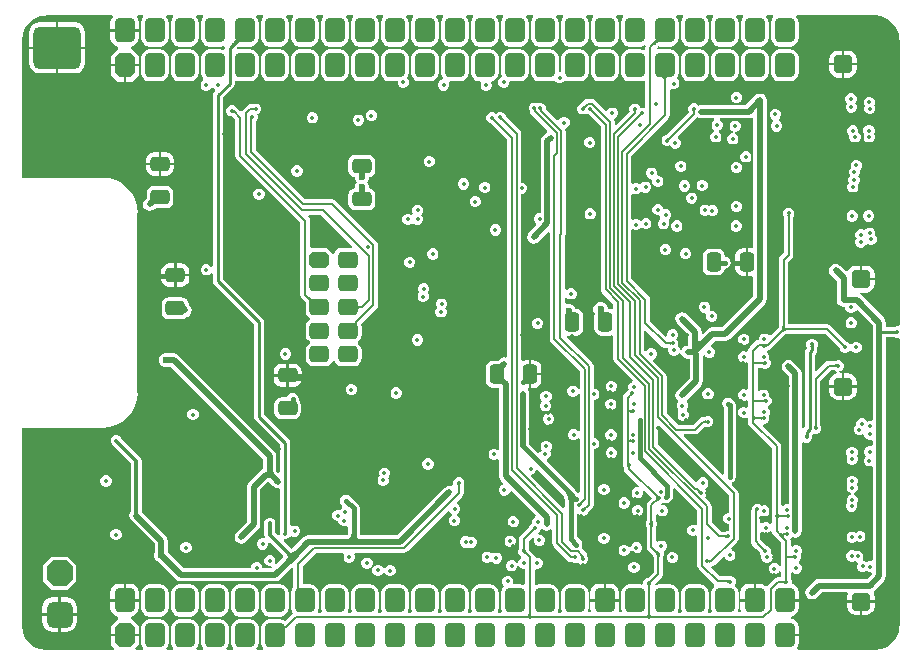
<source format=gbr>
%TF.GenerationSoftware,Altium Limited,Altium Designer,25.3.3 (18)*%
G04 Layer_Physical_Order=6*
G04 Layer_Color=16711680*
%FSLAX45Y45*%
%MOMM*%
%TF.SameCoordinates,5572F933-5C96-4131-A983-9EF7CB378A5A*%
%TF.FilePolarity,Positive*%
%TF.FileFunction,Copper,L6,Bot,Signal*%
%TF.Part,Single*%
G01*
G75*
%TA.AperFunction,SMDPad,CuDef*%
G04:AMPARAMS|DCode=43|XSize=1.65mm|YSize=1.25mm|CornerRadius=0.3125mm|HoleSize=0mm|Usage=FLASHONLY|Rotation=270.000|XOffset=0mm|YOffset=0mm|HoleType=Round|Shape=RoundedRectangle|*
%AMROUNDEDRECTD43*
21,1,1.65000,0.62500,0,0,270.0*
21,1,1.02500,1.25000,0,0,270.0*
1,1,0.62500,-0.31250,-0.51250*
1,1,0.62500,-0.31250,0.51250*
1,1,0.62500,0.31250,0.51250*
1,1,0.62500,0.31250,-0.51250*
%
%ADD43ROUNDEDRECTD43*%
G04:AMPARAMS|DCode=54|XSize=1.65mm|YSize=1.25mm|CornerRadius=0.3125mm|HoleSize=0mm|Usage=FLASHONLY|Rotation=0.000|XOffset=0mm|YOffset=0mm|HoleType=Round|Shape=RoundedRectangle|*
%AMROUNDEDRECTD54*
21,1,1.65000,0.62500,0,0,0.0*
21,1,1.02500,1.25000,0,0,0.0*
1,1,0.62500,0.51250,-0.31250*
1,1,0.62500,-0.51250,-0.31250*
1,1,0.62500,-0.51250,0.31250*
1,1,0.62500,0.51250,0.31250*
%
%ADD54ROUNDEDRECTD54*%
%TA.AperFunction,Conductor*%
%ADD70C,0.40000*%
%ADD71C,0.20000*%
%ADD72C,0.25000*%
%ADD73C,0.50000*%
%ADD74C,0.30000*%
%TA.AperFunction,ComponentPad*%
G04:AMPARAMS|DCode=84|XSize=1.4mm|YSize=1.7mm|CornerRadius=0.35mm|HoleSize=0mm|Usage=FLASHONLY|Rotation=270.000|XOffset=0mm|YOffset=0mm|HoleType=Round|Shape=RoundedRectangle|*
%AMROUNDEDRECTD84*
21,1,1.40000,1.00000,0,0,270.0*
21,1,0.70000,1.70000,0,0,270.0*
1,1,0.70000,-0.50000,-0.35000*
1,1,0.70000,-0.50000,0.35000*
1,1,0.70000,0.50000,0.35000*
1,1,0.70000,0.50000,-0.35000*
%
%ADD84ROUNDEDRECTD84*%
G04:AMPARAMS|DCode=85|XSize=1.4mm|YSize=1.7mm|CornerRadius=0mm|HoleSize=0mm|Usage=FLASHONLY|Rotation=270.000|XOffset=0mm|YOffset=0mm|HoleType=Round|Shape=Octagon|*
%AMOCTAGOND85*
4,1,8,0.85000,0.35000,0.85000,-0.35000,0.50000,-0.70000,-0.50000,-0.70000,-0.85000,-0.35000,-0.85000,0.35000,-0.50000,0.70000,0.50000,0.70000,0.85000,0.35000,0.0*
%
%ADD85OCTAGOND85*%

G04:AMPARAMS|DCode=86|XSize=1.55mm|YSize=1.6mm|CornerRadius=0.3875mm|HoleSize=0mm|Usage=FLASHONLY|Rotation=270.000|XOffset=0mm|YOffset=0mm|HoleType=Round|Shape=RoundedRectangle|*
%AMROUNDEDRECTD86*
21,1,1.55000,0.82500,0,0,270.0*
21,1,0.77500,1.60000,0,0,270.0*
1,1,0.77500,-0.41250,-0.38750*
1,1,0.77500,-0.41250,0.38750*
1,1,0.77500,0.41250,0.38750*
1,1,0.77500,0.41250,-0.38750*
%
%ADD86ROUNDEDRECTD86*%
G04:AMPARAMS|DCode=87|XSize=1.7mm|YSize=2.1mm|CornerRadius=0mm|HoleSize=0mm|Usage=FLASHONLY|Rotation=0.000|XOffset=0mm|YOffset=0mm|HoleType=Round|Shape=Octagon|*
%AMOCTAGOND87*
4,1,8,-0.42500,1.05000,0.42500,1.05000,0.85000,0.62500,0.85000,-0.62500,0.42500,-1.05000,-0.42500,-1.05000,-0.85000,-0.62500,-0.85000,0.62500,-0.42500,1.05000,0.0*
%
%ADD87OCTAGOND87*%

G04:AMPARAMS|DCode=88|XSize=1.7mm|YSize=2.1mm|CornerRadius=0.425mm|HoleSize=0mm|Usage=FLASHONLY|Rotation=0.000|XOffset=0mm|YOffset=0mm|HoleType=Round|Shape=RoundedRectangle|*
%AMROUNDEDRECTD88*
21,1,1.70000,1.25001,0,0,0.0*
21,1,0.85000,2.10000,0,0,0.0*
1,1,0.85000,0.42500,-0.62500*
1,1,0.85000,-0.42500,-0.62500*
1,1,0.85000,-0.42500,0.62500*
1,1,0.85000,0.42500,0.62500*
%
%ADD88ROUNDEDRECTD88*%
G04:AMPARAMS|DCode=89|XSize=4mm|YSize=3.6mm|CornerRadius=0.54mm|HoleSize=0mm|Usage=FLASHONLY|Rotation=0.000|XOffset=0mm|YOffset=0mm|HoleType=Round|Shape=RoundedRectangle|*
%AMROUNDEDRECTD89*
21,1,4.00000,2.52000,0,0,0.0*
21,1,2.92000,3.60000,0,0,0.0*
1,1,1.08000,1.46000,-1.26000*
1,1,1.08000,-1.46000,-1.26000*
1,1,1.08000,-1.46000,1.26000*
1,1,1.08000,1.46000,1.26000*
%
%ADD89ROUNDEDRECTD89*%
G04:AMPARAMS|DCode=90|XSize=2.2mm|YSize=2.2mm|CornerRadius=0.55mm|HoleSize=0mm|Usage=FLASHONLY|Rotation=270.000|XOffset=0mm|YOffset=0mm|HoleType=Round|Shape=RoundedRectangle|*
%AMROUNDEDRECTD90*
21,1,2.20000,1.10000,0,0,270.0*
21,1,1.10000,2.20000,0,0,270.0*
1,1,1.10000,-0.55000,-0.55000*
1,1,1.10000,-0.55000,0.55000*
1,1,1.10000,0.55000,0.55000*
1,1,1.10000,0.55000,-0.55000*
%
%ADD90ROUNDEDRECTD90*%
G04:AMPARAMS|DCode=91|XSize=2.2mm|YSize=2.2mm|CornerRadius=0mm|HoleSize=0mm|Usage=FLASHONLY|Rotation=270.000|XOffset=0mm|YOffset=0mm|HoleType=Round|Shape=Octagon|*
%AMOCTAGOND91*
4,1,8,-0.55000,-1.10000,0.55000,-1.10000,1.10000,-0.55000,1.10000,0.55000,0.55000,1.10000,-0.55000,1.10000,-1.10000,0.55000,-1.10000,-0.55000,-0.55000,-1.10000,0.0*
%
%ADD91OCTAGOND91*%

%TA.AperFunction,ViaPad*%
%ADD92C,0.35000*%
%ADD93C,0.60000*%
G36*
X6549458Y5187877D02*
X6547178Y5188245D01*
X6544713Y5188149D01*
X6542062Y5187590D01*
X6539226Y5186566D01*
X6536205Y5185078D01*
X6532999Y5183127D01*
X6529608Y5180711D01*
X6526032Y5177832D01*
X6518324Y5170682D01*
X6504182Y5184824D01*
X6507989Y5188770D01*
X6514212Y5196108D01*
X6516627Y5199499D01*
X6518578Y5202705D01*
X6520066Y5205726D01*
X6521090Y5208562D01*
X6521649Y5211212D01*
X6521745Y5213678D01*
X6521377Y5215958D01*
X6549458Y5187877D01*
D02*
G37*
G36*
X2999117Y5186535D02*
X2995817Y5186542D01*
X2992366Y5186050D01*
X2988764Y5185058D01*
X2985012Y5183568D01*
X2981108Y5181579D01*
X2977053Y5179090D01*
X2972847Y5176103D01*
X2968491Y5172617D01*
X2959325Y5164147D01*
X2941647Y5181824D01*
X2946132Y5186483D01*
X2953603Y5195347D01*
X2956591Y5199553D01*
X2959079Y5203608D01*
X2961068Y5207511D01*
X2962559Y5211264D01*
X2963550Y5214866D01*
X2964042Y5218317D01*
X2964035Y5221617D01*
X2999117Y5186535D01*
D02*
G37*
G36*
X8434462Y5410484D02*
X8485651Y5389281D01*
X8529609Y5355551D01*
X8563338Y5311594D01*
X8584542Y5260404D01*
X8589867Y5219955D01*
X8591113Y5205471D01*
X8591116Y5205460D01*
X8591116Y5190471D01*
X8591180Y2793177D01*
X8582473Y2787358D01*
X8576180Y2784875D01*
X8559736D01*
X8549676Y2780707D01*
X8476077D01*
Y2816579D01*
X8471809Y2838039D01*
X8459653Y2856231D01*
X8269560Y3046324D01*
X8254996Y3056055D01*
X8259182Y3071055D01*
X8304250D01*
X8333025Y3076779D01*
X8357420Y3093079D01*
X8373721Y3117474D01*
X8379445Y3146250D01*
Y3175000D01*
X8263000D01*
Y3185000D01*
X8253000D01*
Y3298945D01*
X8221750D01*
X8192974Y3293221D01*
X8168580Y3276921D01*
X8154568Y3255951D01*
X8137922Y3251383D01*
X8089653Y3299653D01*
X8071460Y3311809D01*
X8050000Y3316077D01*
X8028540Y3311809D01*
X8010347Y3299653D01*
X7998191Y3281460D01*
X7993923Y3260000D01*
X7998191Y3238540D01*
X8010347Y3220347D01*
X8061472Y3169223D01*
Y3006671D01*
X8065740Y2985211D01*
X8077896Y2967019D01*
X8096089Y2954863D01*
X8117549Y2950594D01*
X8133730D01*
Y2935554D01*
X8140961Y2918096D01*
X8154323Y2904734D01*
X8171781Y2897503D01*
X8190678D01*
X8208136Y2904734D01*
X8221498Y2918096D01*
X8221510Y2918125D01*
X8236222Y2921051D01*
X8363923Y2793351D01*
Y2740000D01*
Y1992711D01*
X8353392Y1985674D01*
X8334495D01*
X8317855Y1978782D01*
X8314345Y1987256D01*
X8300983Y2000618D01*
X8283525Y2007849D01*
X8264629D01*
X8247170Y2000618D01*
X8233809Y1987256D01*
X8226577Y1969798D01*
Y1951923D01*
X8224084Y1950891D01*
X8210722Y1937529D01*
X8203491Y1920071D01*
Y1901174D01*
X8210722Y1883716D01*
X8224084Y1870354D01*
X8241543Y1863123D01*
X8260439D01*
X8277897Y1870354D01*
X8278406Y1870863D01*
X8293406Y1864649D01*
Y1860075D01*
X8300637Y1842617D01*
X8313999Y1829255D01*
X8331458Y1822023D01*
X8350354D01*
X8351451Y1822477D01*
X8363923Y1814144D01*
Y1776219D01*
X8351451Y1767885D01*
X8347955Y1769334D01*
X8329058D01*
X8311600Y1762102D01*
X8298238Y1748740D01*
X8291007Y1731282D01*
Y1712385D01*
X8298238Y1694927D01*
X8307557Y1685609D01*
X8295607Y1673660D01*
X8288376Y1656201D01*
Y1637305D01*
X8295607Y1619847D01*
X8308969Y1606485D01*
X8326427Y1599253D01*
X8345324D01*
X8348922Y1600744D01*
X8363923Y1590721D01*
Y805004D01*
X8351451Y796670D01*
X8349448Y797500D01*
X8330552D01*
X8313094Y790268D01*
X8310962Y788137D01*
X8306154Y792945D01*
X8288696Y800176D01*
X8288140D01*
X8285608Y802559D01*
X8279353Y815176D01*
X8284578Y827791D01*
Y846687D01*
X8277347Y864145D01*
X8263985Y877507D01*
X8246527Y884739D01*
X8227630D01*
X8214368Y879245D01*
X8213649Y879965D01*
X8196191Y887196D01*
X8177294D01*
X8159836Y879965D01*
X8146474Y866603D01*
X8139243Y849145D01*
Y830248D01*
X8146474Y812790D01*
X8159836Y799428D01*
X8177294Y792197D01*
X8196191D01*
X8209452Y797690D01*
X8210172Y796970D01*
X8227630Y789739D01*
X8228186D01*
X8230718Y787356D01*
X8236973Y774739D01*
X8231748Y762124D01*
Y743228D01*
X8238979Y725770D01*
X8252341Y712408D01*
X8269799Y705176D01*
X8288696D01*
X8306154Y712408D01*
X8308286Y714540D01*
X8313094Y709732D01*
X8330552Y702500D01*
X8349448D01*
X8355023Y688642D01*
X8355568Y682538D01*
X8319108Y646077D01*
X7910000D01*
X7888540Y641809D01*
X7870347Y629653D01*
X7810347Y569653D01*
X7798191Y551460D01*
X7793923Y530000D01*
X7798191Y508540D01*
X7810347Y490347D01*
X7828540Y478191D01*
X7850000Y473923D01*
X7871460Y478191D01*
X7889653Y490347D01*
X7933228Y533923D01*
X8143227D01*
X8151563Y518923D01*
X8146555Y493750D01*
Y465000D01*
X8263000D01*
X8379445D01*
Y493750D01*
X8373721Y522526D01*
X8371651Y525624D01*
X8375893Y546274D01*
X8381989Y550347D01*
X8459653Y628011D01*
X8471809Y646204D01*
X8476077Y667664D01*
Y2694042D01*
X8549676D01*
X8559736Y2689875D01*
X8578633D01*
X8578711Y2689907D01*
X8591183Y2681574D01*
X8591247Y270194D01*
X8591247Y269996D01*
Y255256D01*
X8589999Y240773D01*
X8584683Y200394D01*
X8563507Y149271D01*
X8529821Y105371D01*
X8485921Y71685D01*
X8434798Y50509D01*
X8381926Y43549D01*
X8379938Y43944D01*
X7730948D01*
X7722930Y58944D01*
X7735503Y77761D01*
X7741518Y108000D01*
Y160500D01*
X7620000D01*
Y180500D01*
X7741518D01*
Y233000D01*
X7735503Y263239D01*
X7718374Y288874D01*
X7692739Y306003D01*
X7673386Y309853D01*
Y325147D01*
X7692739Y328997D01*
X7718374Y346126D01*
X7735503Y371761D01*
X7741518Y402000D01*
Y454500D01*
X7620000D01*
Y474500D01*
X7741518D01*
Y527000D01*
X7735503Y557239D01*
X7718374Y582874D01*
X7692739Y600003D01*
X7681996Y602140D01*
X7677500Y610552D01*
Y629448D01*
X7672290Y642025D01*
X7672253Y642214D01*
X7672146Y642374D01*
X7670783Y645663D01*
Y695125D01*
X7685783Y701338D01*
X7690855Y696267D01*
X7708313Y689035D01*
X7727210D01*
X7744668Y696267D01*
X7758030Y709629D01*
X7765261Y727087D01*
Y745983D01*
X7758030Y763441D01*
X7744668Y776803D01*
X7739444Y778967D01*
X7738059Y786004D01*
X7738220Y795710D01*
X7749851Y807341D01*
X7757082Y824799D01*
Y843696D01*
X7753225Y853007D01*
X7758279Y858062D01*
X7765511Y875520D01*
Y894416D01*
X7758279Y911874D01*
X7744917Y925236D01*
X7727459Y932468D01*
X7708563D01*
X7691105Y925236D01*
X7685783Y919915D01*
X7670783Y926129D01*
Y970000D01*
X7667679Y985607D01*
X7665933Y988221D01*
X7679017Y1001306D01*
X7681152Y1001953D01*
X7686040Y998687D01*
X7707500Y994418D01*
X7728960Y998687D01*
X7747153Y1010843D01*
X7759309Y1029036D01*
X7763577Y1050495D01*
Y1798035D01*
X7772413Y1802767D01*
X7778577Y1804943D01*
X7794850Y1798202D01*
X7813746D01*
X7831204Y1805434D01*
X7844566Y1818796D01*
X7851798Y1836254D01*
Y1855150D01*
X7847630Y1865211D01*
Y1867744D01*
X7859281Y1877169D01*
X7870552Y1872500D01*
X7889448D01*
X7906906Y1879732D01*
X7920268Y1893093D01*
X7927500Y1910552D01*
Y1929448D01*
X7922290Y1942025D01*
X7922253Y1942214D01*
X7922146Y1942374D01*
X7920783Y1945663D01*
Y2323107D01*
X8009518Y2411842D01*
X8040983D01*
X8043094Y2409731D01*
X8060552Y2402500D01*
X8063009D01*
X8064487Y2387500D01*
X8042974Y2383221D01*
X8018579Y2366921D01*
X8002279Y2342526D01*
X7996555Y2313750D01*
Y2285000D01*
X8103000D01*
Y2388945D01*
X8085920D01*
X8082937Y2403945D01*
X8096907Y2409731D01*
X8110269Y2423093D01*
X8117500Y2440551D01*
Y2459448D01*
X8110269Y2476906D01*
X8096907Y2490268D01*
X8079448Y2497499D01*
X8060552D01*
X8053133Y2494427D01*
X8052674Y2494392D01*
X8050940Y2493518D01*
X8050831Y2493473D01*
X8050545Y2493409D01*
X7992625D01*
X7977018Y2490304D01*
X7963787Y2481464D01*
X7963786Y2481463D01*
X7887659Y2405336D01*
X7873801Y2411076D01*
Y2546376D01*
X7880418Y2552993D01*
X7889812Y2567050D01*
X7893110Y2583633D01*
Y2612316D01*
X7897277Y2622377D01*
Y2641273D01*
X7890046Y2658732D01*
X7876684Y2672093D01*
X7859226Y2679325D01*
X7840329D01*
X7822871Y2672093D01*
X7809509Y2658732D01*
X7802278Y2641273D01*
Y2622377D01*
X7806445Y2612316D01*
Y2601582D01*
X7799828Y2594965D01*
X7790435Y2580907D01*
X7787137Y2564325D01*
Y1933631D01*
X7777351Y1925846D01*
X7763577Y1931870D01*
Y2387500D01*
X7759309Y2408960D01*
X7747153Y2427153D01*
X7689653Y2484653D01*
X7671460Y2496809D01*
X7650000Y2501077D01*
X7628540Y2496809D01*
X7610347Y2484653D01*
X7598191Y2466460D01*
X7593923Y2445000D01*
X7598191Y2423540D01*
X7610347Y2405347D01*
X7651423Y2364272D01*
Y1280144D01*
X7647465Y1277500D01*
X7628569D01*
X7611111Y1270269D01*
X7605783Y1264941D01*
X7590783Y1271155D01*
Y1770000D01*
X7587679Y1785607D01*
X7578838Y1798838D01*
X7578838Y1798839D01*
X7434966Y1942711D01*
X7441179Y1957711D01*
X7449215D01*
X7466673Y1964942D01*
X7480035Y1978304D01*
X7487266Y1995763D01*
Y2014659D01*
X7482762Y2025534D01*
X7485884Y2028655D01*
X7493115Y2046113D01*
Y2065010D01*
X7485884Y2082468D01*
X7474764Y2093588D01*
X7474623Y2094478D01*
X7475789Y2104448D01*
X7477842Y2109862D01*
X7489995Y2114896D01*
X7503357Y2128258D01*
X7510588Y2145717D01*
Y2164613D01*
X7503357Y2182071D01*
X7489995Y2195433D01*
X7488246Y2196158D01*
Y2211948D01*
X7481015Y2229407D01*
X7467653Y2242768D01*
X7450194Y2250000D01*
X7431298D01*
X7413840Y2242768D01*
X7405784Y2234712D01*
X7390784Y2240926D01*
Y2433740D01*
X7425850D01*
X7429139Y2432378D01*
X7429299Y2432271D01*
X7429487Y2432233D01*
X7442064Y2427024D01*
X7460961D01*
X7478419Y2434255D01*
X7491781Y2447617D01*
X7499012Y2465075D01*
Y2483972D01*
X7491781Y2501430D01*
X7484818Y2508393D01*
X7487545Y2514977D01*
Y2533874D01*
X7480314Y2551332D01*
X7466952Y2564694D01*
X7467436Y2571966D01*
X7474619Y2583835D01*
X7490226Y2586939D01*
X7503457Y2595780D01*
X7623706Y2716029D01*
X7624072Y2716322D01*
X7625184Y2717078D01*
X7626259Y2717688D01*
X7627322Y2718181D01*
X7628425Y2718585D01*
X7629613Y2718913D01*
X7630934Y2719165D01*
X7631402Y2719217D01*
X7964341D01*
X8084054Y2599504D01*
X8085416Y2596217D01*
X8085454Y2596026D01*
X8085562Y2595865D01*
X8090770Y2583289D01*
X8104132Y2569927D01*
X8121591Y2562696D01*
X8140487D01*
X8157945Y2569927D01*
X8167161Y2579143D01*
X8180698Y2579403D01*
X8185168Y2577553D01*
X8196630Y2566091D01*
X8214088Y2558859D01*
X8232985D01*
X8250443Y2566091D01*
X8263805Y2579453D01*
X8271037Y2596911D01*
Y2615807D01*
X8263805Y2633265D01*
X8250443Y2646627D01*
X8232985Y2653859D01*
X8214088D01*
X8196630Y2646627D01*
X8187415Y2637412D01*
X8173877Y2637152D01*
X8169408Y2639001D01*
X8157945Y2650464D01*
X8145370Y2655673D01*
X8145208Y2655781D01*
X8145018Y2655819D01*
X8141731Y2657180D01*
X8010073Y2788838D01*
X7996842Y2797679D01*
X7981234Y2800784D01*
X7981233Y2800784D01*
X7650784D01*
Y3333107D01*
X7680589Y3362912D01*
X7680590Y3362913D01*
X7689430Y3376144D01*
X7692535Y3391751D01*
Y3714662D01*
X7693897Y3717951D01*
X7694004Y3718111D01*
X7694042Y3718299D01*
X7699251Y3730876D01*
Y3749773D01*
X7692020Y3767231D01*
X7678658Y3780593D01*
X7661200Y3787825D01*
X7642303D01*
X7624845Y3780593D01*
X7611483Y3767231D01*
X7604251Y3749773D01*
Y3730876D01*
X7609461Y3718299D01*
X7609499Y3718111D01*
X7609606Y3717951D01*
X7610968Y3714662D01*
Y3408644D01*
X7581162Y3378838D01*
X7572321Y3365607D01*
X7569216Y3350000D01*
X7569217Y3349999D01*
Y2781402D01*
X7569165Y2780934D01*
X7568913Y2779613D01*
X7568584Y2778422D01*
X7568181Y2777322D01*
X7567688Y2776258D01*
X7567079Y2775186D01*
X7566322Y2774072D01*
X7566029Y2773706D01*
X7500169Y2707846D01*
X7480593Y2709483D01*
X7473885Y2716190D01*
X7456427Y2723422D01*
X7437530D01*
X7420072Y2716190D01*
X7406710Y2702828D01*
X7399479Y2685370D01*
Y2670680D01*
X7384393Y2667679D01*
X7371162Y2658838D01*
X7371161Y2658838D01*
X7321162Y2608838D01*
X7312321Y2595607D01*
X7309216Y2580000D01*
X7309217Y2579999D01*
Y2575513D01*
X7294216Y2567874D01*
X7281948Y2572955D01*
X7263052D01*
X7245594Y2565724D01*
X7232232Y2552362D01*
X7225000Y2534904D01*
Y2516007D01*
X7232232Y2498549D01*
X7245594Y2485187D01*
X7263052Y2477956D01*
X7281948D01*
X7294217Y2483037D01*
X7298015Y2482268D01*
X7306927Y2476803D01*
X7309217Y2474250D01*
Y2254448D01*
X7294216Y2246809D01*
X7281948Y2251891D01*
X7263052D01*
X7245594Y2244659D01*
X7232232Y2231298D01*
X7225000Y2213839D01*
Y2194943D01*
X7232232Y2177485D01*
X7245594Y2164123D01*
X7263052Y2156891D01*
X7281948D01*
X7294217Y2161973D01*
X7296420Y2161683D01*
X7307093Y2155554D01*
X7309217Y2153186D01*
Y2104822D01*
X7294216Y2097184D01*
X7281948Y2102265D01*
X7263052D01*
X7245594Y2095034D01*
X7232232Y2081672D01*
X7225000Y2064214D01*
Y2045317D01*
X7232232Y2027859D01*
X7245594Y2014497D01*
X7263052Y2007265D01*
X7281948D01*
X7294217Y2012347D01*
X7296943Y2011920D01*
X7307039Y2005988D01*
X7309217Y2003560D01*
Y1970001D01*
X7309216Y1970000D01*
X7312321Y1954393D01*
X7321162Y1941161D01*
X7509216Y1753107D01*
Y1180000D01*
Y1118044D01*
X7494216Y1111831D01*
X7485850Y1120198D01*
X7468391Y1127429D01*
X7449495D01*
X7432037Y1120198D01*
X7428082Y1116243D01*
X7413082Y1122456D01*
Y1167654D01*
X7428082Y1177677D01*
X7433040Y1175623D01*
X7451937D01*
X7469395Y1182854D01*
X7482757Y1196216D01*
X7489988Y1213674D01*
Y1232571D01*
X7482757Y1250029D01*
X7469395Y1263391D01*
X7451937Y1270623D01*
X7433040D01*
X7424113Y1266925D01*
X7415557Y1275481D01*
X7398099Y1282712D01*
X7379202D01*
X7361744Y1275481D01*
X7348382Y1262119D01*
X7341151Y1244661D01*
Y1241647D01*
X7340421Y1240288D01*
X7334619Y1231604D01*
X7331514Y1215997D01*
X7331515Y1215995D01*
Y963265D01*
X7331514Y963263D01*
X7334619Y947656D01*
X7343460Y934425D01*
X7375007Y902878D01*
X7375007Y902878D01*
X7375008Y902877D01*
X7407357Y870528D01*
X7408719Y867240D01*
X7408756Y867051D01*
X7408863Y866891D01*
X7414073Y854314D01*
X7424386Y844001D01*
X7422500Y839448D01*
Y820552D01*
X7429732Y803094D01*
X7443094Y789732D01*
X7460552Y782500D01*
X7479448D01*
X7496907Y789732D01*
X7510268Y803094D01*
X7517500Y820552D01*
Y839448D01*
X7510268Y856907D01*
X7499955Y867220D01*
X7501841Y871772D01*
Y890669D01*
X7494610Y908127D01*
X7481248Y921489D01*
X7468671Y926698D01*
X7468511Y926805D01*
X7468322Y926843D01*
X7465034Y928205D01*
X7432684Y960554D01*
X7432683Y960555D01*
X7413082Y980157D01*
Y1037403D01*
X7428082Y1043616D01*
X7432037Y1039661D01*
X7449495Y1032429D01*
X7468391D01*
X7485850Y1039661D01*
X7494795Y1048606D01*
X7494854Y1048611D01*
X7510431Y1043895D01*
X7512321Y1034393D01*
X7521161Y1021162D01*
X7561161Y981162D01*
X7561162Y981162D01*
X7589216Y953107D01*
Y830001D01*
X7589216Y830000D01*
X7589216Y829999D01*
Y758548D01*
X7574216Y755564D01*
X7572289Y760218D01*
X7558927Y773580D01*
X7541469Y780811D01*
X7522572D01*
X7505114Y773580D01*
X7491752Y760218D01*
X7484521Y742760D01*
Y723863D01*
X7491752Y706405D01*
X7505114Y693043D01*
X7522572Y685812D01*
X7541469D01*
X7558927Y693043D01*
X7572289Y706405D01*
X7574216Y711059D01*
X7589216Y708075D01*
Y660784D01*
X7560001D01*
X7560000Y660784D01*
X7544393Y657679D01*
X7531161Y648838D01*
X7531161Y648838D01*
X7474859Y592536D01*
X7470866Y588857D01*
X7453839Y589913D01*
X7438739Y600003D01*
X7408500Y606018D01*
X7376000D01*
Y464500D01*
X7366000D01*
Y454500D01*
X7244482D01*
Y402000D01*
X7249475Y376898D01*
X7240572Y364495D01*
X7232367Y364550D01*
X7223626Y377896D01*
X7228420Y402000D01*
Y527000D01*
X7222793Y555288D01*
X7206769Y579270D01*
X7200724Y583309D01*
X7199346Y597301D01*
X7206578Y614758D01*
Y633655D01*
X7199346Y651113D01*
X7185984Y664475D01*
X7168526Y671707D01*
X7149630D01*
X7141108Y668177D01*
X7140496Y668112D01*
X7139034Y667318D01*
X7138164Y666957D01*
X7070720D01*
X6998103Y739574D01*
X6998064Y742731D01*
X7003319Y755571D01*
X7013527Y757601D01*
X7026758Y766442D01*
X7093119Y832804D01*
X7109937Y828408D01*
X7114209Y818094D01*
X7127571Y804732D01*
X7145029Y797500D01*
X7163926D01*
X7181384Y804732D01*
X7194746Y818094D01*
X7201977Y835552D01*
Y854448D01*
X7194746Y871907D01*
X7181384Y885268D01*
X7171070Y889541D01*
X7166674Y906358D01*
X7218838Y958522D01*
X7218838Y958523D01*
X7227679Y971754D01*
X7230784Y987361D01*
X7230784Y987363D01*
Y1369999D01*
X7230784Y1370000D01*
X7227679Y1385608D01*
X7218838Y1398839D01*
X7218838Y1398839D01*
X7171842Y1445835D01*
X7176095Y1462795D01*
X7188405Y1471021D01*
X7199457Y1487560D01*
X7203337Y1507069D01*
Y2117643D01*
X7199457Y2137152D01*
X7188405Y2153691D01*
X7176048Y2166048D01*
X7159509Y2177099D01*
X7140000Y2180980D01*
X7120491Y2177099D01*
X7103952Y2166048D01*
X7092901Y2149509D01*
X7089021Y2130000D01*
X7092901Y2110491D01*
X7101378Y2097805D01*
Y1535897D01*
X7087520Y1530157D01*
X6762319Y1855358D01*
X6768059Y1869216D01*
X6859998D01*
X6860000Y1869216D01*
X6875607Y1872321D01*
X6888838Y1881162D01*
X6944024Y1936348D01*
X6956324Y1931253D01*
X6975220D01*
X6992679Y1938485D01*
X7006041Y1951847D01*
X7013272Y1969305D01*
Y1988202D01*
X7006041Y2005660D01*
X6992679Y2019022D01*
X6975220Y2026253D01*
X6956324D01*
X6943747Y2021043D01*
X6943558Y2021006D01*
X6943398Y2020899D01*
X6940109Y2019537D01*
X6928753D01*
X6913146Y2016432D01*
X6899915Y2007592D01*
X6899914Y2007591D01*
X6843106Y1950784D01*
X6716391D01*
X6618651Y2048524D01*
Y2360622D01*
X6618651Y2360623D01*
X6615546Y2376231D01*
X6606706Y2389462D01*
X6606705Y2389462D01*
X6506841Y2489326D01*
X6510361Y2507020D01*
X6516906Y2509732D01*
X6530268Y2523094D01*
X6537500Y2540552D01*
Y2559448D01*
X6530268Y2576906D01*
X6516906Y2590268D01*
X6499448Y2597500D01*
X6480552D01*
X6463093Y2590268D01*
X6449732Y2576907D01*
X6433434Y2576758D01*
X6430783Y2578246D01*
Y2741942D01*
X6444641Y2747682D01*
X6581161Y2611162D01*
X6581162Y2611162D01*
X6594393Y2602321D01*
X6610000Y2599217D01*
X6631951D01*
X6634971Y2594697D01*
Y2575801D01*
X6642202Y2558343D01*
X6655564Y2544981D01*
X6673022Y2537749D01*
X6691919D01*
X6709377Y2544981D01*
X6722739Y2558343D01*
X6724186Y2561836D01*
X6727096Y2562475D01*
X6744470Y2551164D01*
X6745691Y2545025D01*
X6757847Y2526832D01*
X6776040Y2514676D01*
X6797500Y2510407D01*
X6813923D01*
Y2343228D01*
X6710347Y2239653D01*
X6698191Y2221460D01*
X6693923Y2200000D01*
X6698191Y2178540D01*
X6710347Y2160347D01*
X6713509Y2158234D01*
X6714980Y2143307D01*
X6713102Y2141430D01*
X6705871Y2123971D01*
Y2105075D01*
X6713102Y2087617D01*
X6718671Y2082048D01*
X6719836Y2062000D01*
X6719126Y2061290D01*
X6711894Y2043832D01*
Y2024935D01*
X6719126Y2007477D01*
X6732488Y1994115D01*
X6749946Y1986884D01*
X6768842D01*
X6786301Y1994115D01*
X6799663Y2007477D01*
X6806894Y2024935D01*
Y2043832D01*
X6799663Y2061290D01*
X6794094Y2066858D01*
X6792929Y2086907D01*
X6793639Y2087617D01*
X6800871Y2105075D01*
Y2123971D01*
X6793639Y2141430D01*
X6789701Y2145367D01*
X6792794Y2163488D01*
X6909653Y2280347D01*
X6921809Y2298540D01*
X6926077Y2320000D01*
Y2535654D01*
X6941077Y2538638D01*
X6941391Y2537881D01*
X6954753Y2524519D01*
X6972211Y2517288D01*
X6991108D01*
X7008566Y2524519D01*
X7021928Y2537881D01*
X7029159Y2555339D01*
Y2574236D01*
X7021928Y2591694D01*
X7008566Y2605056D01*
X6996203Y2610177D01*
X6990959Y2626145D01*
X7028736Y2663923D01*
X7114042D01*
X7135502Y2668191D01*
X7153695Y2680347D01*
X7449653Y2976305D01*
X7461809Y2994498D01*
X7466077Y3015958D01*
Y4700000D01*
X7461809Y4721460D01*
X7449653Y4739653D01*
X7431460Y4751809D01*
X7410000Y4756077D01*
X7388540Y4751809D01*
X7370347Y4739653D01*
X7289788Y4659094D01*
X6913016D01*
X6891556Y4654825D01*
X6890159Y4653892D01*
X6889399Y4654122D01*
X6876037Y4667484D01*
X6858579Y4674715D01*
X6839683D01*
X6822224Y4667484D01*
X6808862Y4654122D01*
X6801631Y4636664D01*
Y4617767D01*
X6806841Y4605190D01*
X6806878Y4605001D01*
X6806985Y4604841D01*
X6808347Y4601553D01*
Y4599843D01*
X6613059Y4404555D01*
X6609770Y4403193D01*
X6609582Y4403155D01*
X6609422Y4403048D01*
X6596845Y4397839D01*
X6583483Y4384477D01*
X6576251Y4367018D01*
Y4348122D01*
X6583483Y4330664D01*
X6596845Y4317302D01*
X6614303Y4310070D01*
X6633199D01*
X6649552Y4316844D01*
X6652385Y4310004D01*
X6665747Y4296642D01*
X6683205Y4289411D01*
X6702101D01*
X6719560Y4296642D01*
X6732922Y4310004D01*
X6740153Y4327463D01*
Y4346359D01*
X6732922Y4363817D01*
X6719560Y4377179D01*
X6718934Y4377438D01*
X6716008Y4392150D01*
X6877968Y4554111D01*
X6877969Y4554112D01*
X6880821Y4558380D01*
X6891556Y4551208D01*
X6913016Y4546939D01*
X7021642D01*
X7024626Y4531939D01*
X7020594Y4530269D01*
X7007232Y4516907D01*
X7000000Y4499448D01*
Y4480552D01*
X7007232Y4463094D01*
X7019700Y4450626D01*
X7020049Y4444168D01*
X7019068Y4434128D01*
X7008863Y4429901D01*
X6995501Y4416539D01*
X6988270Y4399081D01*
Y4380184D01*
X6995501Y4362726D01*
X7008863Y4349364D01*
X7026321Y4342133D01*
X7045218D01*
X7062676Y4349364D01*
X7076038Y4362726D01*
X7083269Y4380184D01*
Y4399081D01*
X7076038Y4416539D01*
X7063570Y4429007D01*
X7063220Y4435465D01*
X7064202Y4445505D01*
X7074406Y4449732D01*
X7087768Y4463094D01*
X7095000Y4480552D01*
Y4499448D01*
X7087768Y4516907D01*
X7074406Y4530269D01*
X7070374Y4531939D01*
X7073358Y4546939D01*
X7313016D01*
X7334476Y4551208D01*
X7338923Y4554179D01*
X7353923Y4546161D01*
Y3456110D01*
X7342327Y3446594D01*
X7331250Y3448798D01*
X7310000D01*
Y3330000D01*
Y3211202D01*
X7331250D01*
X7342327Y3213406D01*
X7353923Y3203890D01*
Y3039186D01*
X7090814Y2776077D01*
X7005508D01*
X6984048Y2771809D01*
X6965855Y2759653D01*
X6929935Y2723733D01*
X6916077Y2729473D01*
Y2740000D01*
X6911809Y2761460D01*
X6899653Y2779653D01*
X6789653Y2889653D01*
X6771460Y2901809D01*
X6750000Y2906077D01*
X6728541Y2901809D01*
X6710348Y2889653D01*
X6698192Y2871460D01*
X6693923Y2850000D01*
X6698192Y2828540D01*
X6710348Y2810347D01*
X6803923Y2716772D01*
Y2622562D01*
X6797500D01*
X6776040Y2618293D01*
X6757847Y2606138D01*
X6745691Y2587945D01*
X6744971Y2584321D01*
X6729971Y2585798D01*
Y2594697D01*
X6722739Y2612156D01*
X6713646Y2621249D01*
X6717500Y2630552D01*
Y2649448D01*
X6710269Y2666907D01*
X6700480Y2676695D01*
X6710940Y2687155D01*
X6718172Y2704613D01*
Y2723510D01*
X6710940Y2740968D01*
X6697578Y2754330D01*
X6680120Y2761561D01*
X6661224D01*
X6643765Y2754330D01*
X6630404Y2740968D01*
X6623172Y2723510D01*
Y2705718D01*
X6620212Y2703163D01*
X6609675Y2698002D01*
X6480784Y2826893D01*
Y3010000D01*
X6477679Y3025607D01*
X6468838Y3038838D01*
X6468838Y3038839D01*
X6320783Y3186893D01*
Y3597734D01*
X6335784Y3604906D01*
X6348848Y3599494D01*
X6367745D01*
X6385203Y3606726D01*
X6398565Y3620088D01*
X6413409Y3616727D01*
X6416612Y3613524D01*
X6434070Y3606293D01*
X6452967D01*
X6470425Y3613524D01*
X6483787Y3626886D01*
X6491018Y3644344D01*
Y3663241D01*
X6483787Y3680699D01*
X6470425Y3694061D01*
X6452967Y3701292D01*
X6434070D01*
X6416612Y3694061D01*
X6403250Y3680699D01*
X6388406Y3684060D01*
X6385203Y3687263D01*
X6367745Y3694494D01*
X6348848D01*
X6335784Y3689082D01*
X6320783Y3696254D01*
Y3899950D01*
X6335784Y3907307D01*
X6348532Y3902026D01*
X6367429D01*
X6384887Y3909258D01*
X6395903Y3920274D01*
X6412173Y3925217D01*
X6415082Y3922309D01*
X6432540Y3915077D01*
X6451436D01*
X6468895Y3922309D01*
X6482257Y3935671D01*
X6489488Y3953129D01*
Y3972025D01*
X6482257Y3989484D01*
X6468895Y4002845D01*
X6451436Y4010077D01*
X6432540D01*
X6415082Y4002845D01*
X6404066Y3991829D01*
X6387796Y3986886D01*
X6384887Y3989794D01*
X6367429Y3997026D01*
X6348532D01*
X6335784Y3991745D01*
X6320783Y3999102D01*
Y4230357D01*
X6632838Y4542412D01*
X6641679Y4555643D01*
X6644784Y4571250D01*
X6644784Y4571251D01*
Y4788443D01*
X6659784Y4796960D01*
X6670552Y4792500D01*
X6689448D01*
X6706907Y4799732D01*
X6720269Y4813093D01*
X6727500Y4830552D01*
Y4849448D01*
X6720269Y4866906D01*
X6706907Y4880268D01*
X6704061Y4889650D01*
X6714793Y4905712D01*
X6720420Y4934000D01*
Y5059000D01*
X6714793Y5087288D01*
X6698769Y5111270D01*
X6674788Y5127294D01*
X6646500Y5132920D01*
X6561500D01*
X6541290Y5128900D01*
X6533901Y5142725D01*
X6543374Y5152197D01*
X6546048Y5154678D01*
X6548088Y5156320D01*
X6548557Y5156654D01*
X6561500Y5154080D01*
X6646500D01*
X6674788Y5159706D01*
X6698769Y5175730D01*
X6714793Y5199712D01*
X6720420Y5228000D01*
Y5353000D01*
X6714793Y5381288D01*
X6700917Y5402056D01*
X6706074Y5417056D01*
X6755926D01*
X6761083Y5402056D01*
X6747207Y5381288D01*
X6741580Y5353000D01*
Y5228000D01*
X6747207Y5199712D01*
X6763231Y5175730D01*
X6787212Y5159706D01*
X6815500Y5154080D01*
X6900500D01*
X6928788Y5159706D01*
X6952769Y5175730D01*
X6968793Y5199712D01*
X6974420Y5228000D01*
Y5353000D01*
X6968793Y5381288D01*
X6954917Y5402056D01*
X6960074Y5417056D01*
X7009926D01*
X7015083Y5402056D01*
X7001207Y5381288D01*
X6995580Y5353000D01*
Y5228000D01*
X7001207Y5199712D01*
X7017231Y5175730D01*
X7041212Y5159706D01*
X7069500Y5154080D01*
X7154500D01*
X7182788Y5159706D01*
X7206769Y5175730D01*
X7222793Y5199712D01*
X7228420Y5228000D01*
Y5353000D01*
X7222793Y5381288D01*
X7208917Y5402056D01*
X7214074Y5417056D01*
X7263926D01*
X7269083Y5402056D01*
X7255207Y5381288D01*
X7249580Y5353000D01*
Y5228000D01*
X7255207Y5199712D01*
X7271231Y5175730D01*
X7295212Y5159706D01*
X7323500Y5154080D01*
X7408500D01*
X7436788Y5159706D01*
X7460769Y5175730D01*
X7476793Y5199712D01*
X7482420Y5228000D01*
Y5353000D01*
X7476793Y5381288D01*
X7462917Y5402056D01*
X7468074Y5417056D01*
X7517926D01*
X7523083Y5402056D01*
X7509207Y5381288D01*
X7503580Y5353000D01*
Y5228000D01*
X7509207Y5199712D01*
X7525231Y5175730D01*
X7549212Y5159706D01*
X7577500Y5154080D01*
X7662500D01*
X7690788Y5159706D01*
X7714769Y5175730D01*
X7730793Y5199712D01*
X7736420Y5228000D01*
Y5353000D01*
X7730793Y5381288D01*
X7716917Y5402056D01*
X7722074Y5417056D01*
X8379531D01*
X8381527Y5417453D01*
X8434462Y5410484D01*
D02*
G37*
G36*
X6253083Y5402056D02*
X6239207Y5381288D01*
X6233580Y5353000D01*
Y5228000D01*
X6239207Y5199712D01*
X6255231Y5175730D01*
X6279212Y5159706D01*
X6307500Y5154080D01*
X6392500D01*
X6420788Y5159706D01*
X6427432Y5164146D01*
X6431699Y5162772D01*
X6440932Y5155126D01*
X6439216Y5146500D01*
X6439216Y5146499D01*
Y5130890D01*
X6425988Y5123819D01*
X6420788Y5127294D01*
X6392500Y5132920D01*
X6307500D01*
X6279212Y5127294D01*
X6255231Y5111270D01*
X6239207Y5087288D01*
X6233580Y5059000D01*
Y4934000D01*
X6239207Y4905712D01*
X6255231Y4881730D01*
X6279212Y4865707D01*
X6307500Y4860080D01*
X6392500D01*
X6420788Y4865707D01*
X6425988Y4869181D01*
X6439216Y4862110D01*
Y4645547D01*
X6424216Y4635525D01*
X6419448Y4637500D01*
X6400552D01*
X6397397Y4636193D01*
X6391269Y4650989D01*
X6377907Y4664351D01*
X6360449Y4671582D01*
X6341552D01*
X6324094Y4664351D01*
X6310732Y4650989D01*
X6303500Y4633531D01*
Y4614634D01*
X6307442Y4605119D01*
X6194642Y4492318D01*
X6180784Y4498059D01*
Y4515060D01*
X6180784Y4515061D01*
X6177679Y4530668D01*
X6176271Y4532776D01*
X6180625Y4547130D01*
X6186907Y4549732D01*
X6200269Y4563093D01*
X6207500Y4580552D01*
Y4599448D01*
X6200269Y4616906D01*
X6186907Y4630268D01*
X6169448Y4637500D01*
X6150552D01*
X6133094Y4630268D01*
X6119732Y4616906D01*
X6117898Y4612478D01*
X6103186Y4609552D01*
X6015496Y4697242D01*
X6002265Y4706083D01*
X5986658Y4709187D01*
X5986657Y4709187D01*
X5950863D01*
X5950862Y4709187D01*
X5935255Y4706083D01*
X5922024Y4697242D01*
X5898299Y4673517D01*
X5895010Y4672155D01*
X5894822Y4672117D01*
X5894662Y4672010D01*
X5882085Y4666801D01*
X5868723Y4653439D01*
X5861491Y4635981D01*
Y4617084D01*
X5868723Y4599626D01*
X5882085Y4586264D01*
X5899543Y4579032D01*
X5918439D01*
X5935897Y4586264D01*
X5938708Y4589074D01*
X5942147Y4585635D01*
X5954724Y4580425D01*
X5954884Y4580318D01*
X5955073Y4580281D01*
X5958362Y4578919D01*
X6064217Y4473064D01*
Y3097012D01*
X6064216Y3097011D01*
X6067321Y3081404D01*
X6076162Y3068173D01*
X6168507Y2975828D01*
Y2935931D01*
X6158075Y2930355D01*
X6153506Y2929273D01*
X6131250Y2933700D01*
X6119999D01*
Y2941935D01*
X6110865Y2963987D01*
X6093987Y2980866D01*
X6071934Y2990000D01*
X6048065D01*
X6026012Y2980866D01*
X6009134Y2963987D01*
X6000000Y2941935D01*
Y2918065D01*
X6009134Y2896013D01*
X6010281Y2894866D01*
Y2891264D01*
X6006300Y2871250D01*
Y2768750D01*
X6011054Y2744852D01*
X6024591Y2724591D01*
X6044852Y2711054D01*
X6068750Y2706300D01*
X6131250D01*
X6153506Y2710727D01*
X6158075Y2709645D01*
X6168507Y2704069D01*
Y2510001D01*
X6168506Y2510000D01*
X6171611Y2494393D01*
X6180452Y2481162D01*
X6331890Y2329724D01*
X6327081Y2313319D01*
X6315770Y2308634D01*
X6302408Y2295273D01*
X6295177Y2277814D01*
Y2258918D01*
X6297100Y2254275D01*
X6289732Y2246906D01*
X6284522Y2234329D01*
X6284415Y2234169D01*
X6284378Y2233981D01*
X6283015Y2230692D01*
X6261162Y2208838D01*
X6252321Y2195607D01*
X6249216Y2180000D01*
X6249217Y2179999D01*
Y2060001D01*
X6249216Y2060000D01*
X6249217Y2059999D01*
Y1828929D01*
X6249216Y1828927D01*
X6249217Y1828926D01*
Y1624061D01*
X6249216Y1624059D01*
X6252321Y1608452D01*
X6252500Y1608183D01*
Y1600552D01*
X6257710Y1587975D01*
X6257747Y1587786D01*
X6257854Y1587626D01*
X6259217Y1584337D01*
Y1579007D01*
X6259216Y1579005D01*
X6262321Y1563398D01*
X6271162Y1550167D01*
X6384504Y1436825D01*
X6381341Y1428510D01*
X6377149Y1422967D01*
X6360335D01*
X6342877Y1415735D01*
X6329515Y1402373D01*
X6322284Y1384915D01*
Y1366019D01*
X6329515Y1348560D01*
X6342877Y1335198D01*
X6360335Y1327967D01*
X6379232D01*
X6396690Y1335198D01*
X6410052Y1348560D01*
X6417283Y1366019D01*
Y1382832D01*
X6422827Y1387024D01*
X6431142Y1390187D01*
X6493104Y1328225D01*
X6462148Y1297269D01*
X6453307Y1284038D01*
X6450202Y1268431D01*
X6450203Y1268430D01*
Y1137482D01*
X6448841Y1134193D01*
X6448734Y1134033D01*
X6448696Y1133844D01*
X6443486Y1121267D01*
Y1102370D01*
X6448696Y1089793D01*
X6448734Y1089605D01*
X6448841Y1089445D01*
X6450203Y1086156D01*
Y919015D01*
X6450202Y919014D01*
X6453307Y903407D01*
X6462148Y890176D01*
X6503015Y849308D01*
X6504378Y846019D01*
X6504415Y845831D01*
X6504522Y845671D01*
X6507710Y837975D01*
X6507747Y837786D01*
X6507854Y837626D01*
X6509217Y834337D01*
Y708416D01*
X6459178Y658378D01*
X6455890Y657016D01*
X6455701Y656978D01*
X6455541Y656871D01*
X6442964Y651662D01*
X6429602Y638300D01*
X6422371Y620842D01*
Y610273D01*
X6409672Y598087D01*
X6408513Y597735D01*
X6392500Y600920D01*
X6307500D01*
X6279212Y595293D01*
X6255231Y579270D01*
X6239207Y555288D01*
X6233580Y527000D01*
Y402000D01*
X6238374Y377896D01*
X6229633Y364550D01*
X6221428Y364495D01*
X6212525Y376898D01*
X6217518Y402000D01*
Y454500D01*
X5974482D01*
Y402000D01*
X5979475Y376898D01*
X5970572Y364495D01*
X5962367Y364550D01*
X5953626Y377896D01*
X5958420Y402000D01*
Y527000D01*
X5952793Y555288D01*
X5936769Y579270D01*
X5912788Y595293D01*
X5884500Y600920D01*
X5799500D01*
X5771212Y595293D01*
X5747231Y579270D01*
X5731207Y555288D01*
X5725580Y527000D01*
Y402000D01*
X5730794Y375784D01*
X5727214Y366243D01*
X5724296Y360784D01*
X5705704D01*
X5702786Y366243D01*
X5699206Y375784D01*
X5704420Y402000D01*
Y527000D01*
X5698793Y555288D01*
X5682769Y579270D01*
X5658788Y595293D01*
X5630500Y600920D01*
X5545500D01*
X5517212Y595293D01*
X5514012Y593156D01*
X5500784Y600226D01*
Y724303D01*
X5513052Y732500D01*
X5531948D01*
X5549406Y739732D01*
X5562768Y753093D01*
X5570000Y770552D01*
Y789448D01*
X5562768Y806906D01*
X5549406Y820268D01*
X5531948Y827500D01*
X5515411D01*
X5512364Y828021D01*
X5499193Y837996D01*
X5497679Y845607D01*
X5488838Y858839D01*
X5456985Y890692D01*
X5455623Y893981D01*
X5455585Y894169D01*
X5455478Y894329D01*
X5452290Y902025D01*
X5452253Y902214D01*
X5452146Y902374D01*
X5450784Y905663D01*
Y965704D01*
X5486472Y1001392D01*
X5499188Y992895D01*
X5494759Y982203D01*
Y963306D01*
X5501990Y945848D01*
X5515352Y932486D01*
X5532810Y925254D01*
X5551707D01*
X5569165Y932486D01*
X5582527Y945848D01*
X5589758Y963306D01*
Y982203D01*
X5582527Y999661D01*
X5569165Y1013023D01*
X5551707Y1020254D01*
X5538893D01*
X5528620Y1031453D01*
X5527625Y1034112D01*
X5527728Y1034428D01*
X5529909Y1035331D01*
X5543271Y1048693D01*
X5549921Y1064748D01*
X5556348Y1067564D01*
X5565502Y1069776D01*
X5582069Y1058706D01*
X5603529Y1054437D01*
X5624989Y1058706D01*
X5637348Y1066964D01*
X5652348Y1059635D01*
Y946870D01*
X5652347Y946869D01*
X5655452Y931262D01*
X5664293Y918031D01*
X5780291Y802033D01*
X5780291Y802032D01*
X5793523Y793191D01*
X5809130Y790087D01*
X5821673D01*
X5824961Y788725D01*
X5825121Y788618D01*
X5825310Y788580D01*
X5837887Y783371D01*
X5856784D01*
X5868257Y788123D01*
X5868289Y788045D01*
X5881651Y774683D01*
X5899109Y767452D01*
X5918005D01*
X5935464Y774683D01*
X5948826Y788045D01*
X5956057Y805503D01*
Y824400D01*
X5948826Y841858D01*
X5946471Y844213D01*
Y844313D01*
X5943366Y859920D01*
X5934526Y873151D01*
X5934525Y873152D01*
X5898838Y908838D01*
X5897243Y909904D01*
X5901426Y916164D01*
X5905306Y935673D01*
X5901426Y955182D01*
X5890375Y971721D01*
X5857149Y1004947D01*
Y1196251D01*
X5864099Y1199551D01*
X5872149Y1200849D01*
X5883800Y1189198D01*
X5901258Y1181967D01*
X5920154D01*
X5937612Y1189198D01*
X5950974Y1202560D01*
X5953885Y1209587D01*
X5954136Y1209872D01*
X5954754Y1211678D01*
X5954945Y1211970D01*
X5989083Y1246108D01*
X5989084Y1246109D01*
X5997925Y1259340D01*
X6001029Y1274947D01*
X6001029Y1274948D01*
Y1743409D01*
X6012194D01*
X6029652Y1750641D01*
X6043014Y1764003D01*
X6050245Y1781461D01*
Y1800357D01*
X6043014Y1817816D01*
X6029652Y1831177D01*
X6012194Y1838409D01*
X6001029D01*
Y2162501D01*
X6012194D01*
X6029652Y2169732D01*
X6043014Y2183094D01*
X6050245Y2200552D01*
Y2219449D01*
X6043014Y2236907D01*
X6029652Y2250269D01*
X6012194Y2257500D01*
X6001029D01*
Y2449754D01*
X5997925Y2465362D01*
X5989084Y2478593D01*
X5989083Y2478593D01*
X5773671Y2694006D01*
X5781060Y2707830D01*
X5788750Y2706300D01*
X5851250D01*
X5875149Y2711054D01*
X5895409Y2724591D01*
X5908946Y2744852D01*
X5913700Y2768750D01*
Y2871250D01*
X5908946Y2895148D01*
X5895409Y2915409D01*
X5875149Y2928946D01*
X5851250Y2933700D01*
X5846592D01*
X5840687Y2947955D01*
X5823809Y2964833D01*
X5801756Y2973967D01*
X5777887D01*
X5773255Y2972049D01*
X5760783Y2980382D01*
Y3020828D01*
X5775783Y3027042D01*
X5783094Y3019732D01*
X5800552Y3012500D01*
X5819448D01*
X5836907Y3019732D01*
X5850268Y3033094D01*
X5857500Y3050552D01*
Y3069448D01*
X5850268Y3086906D01*
X5836907Y3100268D01*
X5819448Y3107500D01*
X5800552D01*
X5783094Y3100268D01*
X5775783Y3092958D01*
X5760783Y3099172D01*
Y3546609D01*
X5762644Y3549393D01*
X5765748Y3565000D01*
Y4435036D01*
X5762644Y4450643D01*
X5769875Y4466819D01*
X5776906Y4469732D01*
X5790268Y4483094D01*
X5797500Y4500552D01*
Y4519448D01*
X5790268Y4536907D01*
X5776906Y4550269D01*
X5759448Y4557500D01*
X5740552D01*
X5723093Y4550269D01*
X5709732Y4536907D01*
X5707462Y4531428D01*
X5689768Y4527908D01*
X5597390Y4620287D01*
X5597500Y4620552D01*
Y4639448D01*
X5590268Y4656906D01*
X5576907Y4670268D01*
X5559448Y4677500D01*
X5540552D01*
X5527288Y4672006D01*
X5526769Y4672524D01*
X5509311Y4679756D01*
X5490414D01*
X5472956Y4672524D01*
X5459594Y4659162D01*
X5452363Y4641704D01*
Y4622808D01*
X5459594Y4605349D01*
X5462668Y4602276D01*
X5464712Y4592002D01*
X5473552Y4578771D01*
X5609362Y4442962D01*
X5607892Y4428034D01*
X5599637Y4422519D01*
X5570347Y4393229D01*
X5558191Y4375036D01*
X5553923Y4353576D01*
Y3743013D01*
X5552635Y3742152D01*
X5533738D01*
X5516280Y3734921D01*
X5502918Y3721559D01*
X5495687Y3704101D01*
Y3685204D01*
X5502918Y3667746D01*
X5513996Y3656668D01*
X5514892Y3639959D01*
X5455419Y3580486D01*
X5443263Y3562293D01*
X5438995Y3540833D01*
X5443263Y3519373D01*
X5455419Y3501180D01*
X5473612Y3489025D01*
X5495072Y3484756D01*
X5516532Y3489025D01*
X5534725Y3501180D01*
X5615359Y3581814D01*
X5629217Y3576074D01*
Y2680001D01*
X5629216Y2680000D01*
X5632321Y2664393D01*
X5641162Y2651162D01*
X5883565Y2408758D01*
Y2258392D01*
X5868565Y2255409D01*
X5865529Y2262740D01*
X5852167Y2276102D01*
X5834709Y2283333D01*
X5815812D01*
X5798354Y2276102D01*
X5784992Y2262740D01*
X5777761Y2245282D01*
Y2226385D01*
X5784992Y2208927D01*
X5798354Y2195565D01*
X5815812Y2188333D01*
X5834709D01*
X5852167Y2195565D01*
X5865529Y2208927D01*
X5868565Y2216257D01*
X5883565Y2213274D01*
Y1901708D01*
X5882546Y1901062D01*
X5868565Y1897109D01*
X5858202Y1907472D01*
X5840744Y1914704D01*
X5821848D01*
X5804389Y1907472D01*
X5791028Y1894110D01*
X5783796Y1876652D01*
Y1857755D01*
X5791028Y1840297D01*
X5804389Y1826935D01*
X5821848Y1819704D01*
X5840744D01*
X5858202Y1826935D01*
X5868565Y1837298D01*
X5882546Y1833345D01*
X5883565Y1832700D01*
Y1382715D01*
X5879432Y1379177D01*
X5868565Y1375868D01*
X5842217Y1402217D01*
X5602807Y1641627D01*
X5607636Y1658011D01*
X5618996Y1662716D01*
X5632358Y1676078D01*
X5639589Y1693536D01*
Y1712433D01*
X5632358Y1729891D01*
X5630525Y1731724D01*
X5639990Y1741189D01*
X5647222Y1758647D01*
Y1777544D01*
X5639990Y1795002D01*
X5626629Y1808364D01*
X5609170Y1815595D01*
X5590274D01*
X5572816Y1808364D01*
X5559454Y1795002D01*
X5552222Y1777544D01*
Y1758647D01*
X5559454Y1741189D01*
X5561286Y1739356D01*
X5551821Y1729891D01*
X5547116Y1718531D01*
X5530731Y1713702D01*
X5457160Y1787274D01*
Y2210489D01*
X5452891Y2231949D01*
X5443368Y2246202D01*
X5448378Y2259255D01*
X5450000Y2261188D01*
Y2380000D01*
Y2498798D01*
X5428750D01*
X5404782Y2494031D01*
X5398524Y2495996D01*
X5389782Y2500668D01*
Y3906502D01*
X5400947D01*
X5418405Y3913734D01*
X5431767Y3927096D01*
X5438999Y3944554D01*
Y3963451D01*
X5431767Y3980909D01*
X5418405Y3994271D01*
X5400947Y4001502D01*
X5389782D01*
Y4415958D01*
X5389782Y4415959D01*
X5386678Y4431566D01*
X5377837Y4444798D01*
X5377836Y4444798D01*
X5256924Y4565711D01*
X5255562Y4568999D01*
X5255524Y4569188D01*
X5255417Y4569348D01*
X5250208Y4581925D01*
X5236846Y4595287D01*
X5219388Y4602518D01*
X5200491D01*
X5183033Y4595287D01*
X5173023Y4585277D01*
X5168314Y4589986D01*
X5150856Y4597217D01*
X5131959D01*
X5114501Y4589986D01*
X5101139Y4576624D01*
X5093908Y4559166D01*
Y4540269D01*
X5101139Y4522811D01*
X5114501Y4509449D01*
X5127078Y4504240D01*
X5127238Y4504133D01*
X5127427Y4504095D01*
X5130715Y4502733D01*
X5271284Y4362165D01*
Y2531046D01*
X5256283Y2519098D01*
X5246126Y2521118D01*
X5224666Y2516850D01*
X5206473Y2504694D01*
X5195479Y2493700D01*
X5148750D01*
X5124852Y2488946D01*
X5104591Y2475409D01*
X5091054Y2455149D01*
X5086300Y2431250D01*
Y2328750D01*
X5091054Y2304852D01*
X5104591Y2284591D01*
X5124852Y2271054D01*
X5148750Y2266300D01*
X5203923D01*
Y1744466D01*
X5188923Y1738252D01*
X5186907Y1740268D01*
X5169448Y1747500D01*
X5150552D01*
X5133094Y1740268D01*
X5119732Y1726906D01*
X5112500Y1709448D01*
Y1690552D01*
X5119732Y1673093D01*
X5133094Y1659732D01*
X5150552Y1652500D01*
X5169448D01*
X5186907Y1659732D01*
X5188923Y1661748D01*
X5203923Y1655534D01*
Y1516838D01*
X5208191Y1495378D01*
X5220347Y1477185D01*
X5238066Y1459466D01*
X5232138Y1444181D01*
X5218123Y1438376D01*
X5204761Y1425014D01*
X5197530Y1407556D01*
Y1388659D01*
X5204761Y1371201D01*
X5218123Y1357839D01*
X5235582Y1350608D01*
X5254478D01*
X5271936Y1357839D01*
X5285298Y1371201D01*
X5291103Y1385216D01*
X5306388Y1391144D01*
X5511169Y1186363D01*
X5508243Y1171651D01*
X5504317Y1170025D01*
X5490955Y1156663D01*
X5483724Y1139205D01*
Y1120309D01*
X5484177Y1119215D01*
X5476096Y1115868D01*
X5462734Y1102506D01*
X5457525Y1089929D01*
X5457418Y1089769D01*
X5457380Y1089580D01*
X5456018Y1086292D01*
X5381162Y1011436D01*
X5372321Y998205D01*
X5369216Y982597D01*
X5369217Y982596D01*
Y905663D01*
X5367854Y902374D01*
X5367747Y902214D01*
X5367710Y902025D01*
X5362500Y889448D01*
Y870552D01*
X5369732Y853094D01*
X5383094Y839732D01*
X5388239Y837600D01*
Y821364D01*
X5385593Y820268D01*
X5372232Y806906D01*
X5365000Y789448D01*
Y781850D01*
X5350000Y778866D01*
X5347802Y784173D01*
X5334440Y797535D01*
X5316982Y804766D01*
X5298085D01*
X5280627Y797535D01*
X5267265Y784173D01*
X5260034Y766714D01*
Y747818D01*
X5267265Y730360D01*
X5280627Y716998D01*
X5298085Y709766D01*
X5316982D01*
X5334440Y716998D01*
X5347802Y730360D01*
X5355033Y747818D01*
Y755416D01*
X5370033Y758400D01*
X5372232Y753093D01*
X5385593Y739732D01*
X5403052Y732500D01*
X5419216D01*
Y603077D01*
X5406885Y595120D01*
X5404217Y595407D01*
X5376500Y600920D01*
X5328918D01*
X5320585Y613392D01*
X5321429Y615430D01*
Y634327D01*
X5314198Y651785D01*
X5300836Y665147D01*
X5283378Y672378D01*
X5264481D01*
X5247023Y665147D01*
X5233661Y651785D01*
X5226430Y634327D01*
Y615430D01*
X5233661Y597972D01*
X5236289Y595345D01*
X5239230Y579270D01*
X5236641Y575394D01*
X5223207Y555288D01*
X5217580Y527000D01*
Y402000D01*
X5222794Y375784D01*
X5219214Y366243D01*
X5216296Y360784D01*
X5197704D01*
X5194786Y366243D01*
X5191206Y375784D01*
X5196420Y402000D01*
Y527000D01*
X5190793Y555288D01*
X5174769Y579270D01*
X5150788Y595293D01*
X5122500Y600920D01*
X5037500D01*
X5009212Y595293D01*
X4985231Y579270D01*
X4969207Y555288D01*
X4963580Y527000D01*
Y402000D01*
X4968794Y375784D01*
X4965214Y366243D01*
X4962296Y360784D01*
X4943704D01*
X4940786Y366243D01*
X4937206Y375784D01*
X4942420Y402000D01*
Y527000D01*
X4936793Y555288D01*
X4920769Y579270D01*
X4896788Y595293D01*
X4868500Y600920D01*
X4783500D01*
X4755212Y595293D01*
X4731231Y579270D01*
X4715207Y555288D01*
X4709580Y527000D01*
Y402000D01*
X4714794Y375784D01*
X4711214Y366243D01*
X4708296Y360784D01*
X4689704D01*
X4686786Y366243D01*
X4683206Y375784D01*
X4688420Y402000D01*
Y527000D01*
X4682793Y555288D01*
X4666769Y579270D01*
X4642788Y595293D01*
X4614500Y600920D01*
X4529500D01*
X4501212Y595293D01*
X4477231Y579270D01*
X4461207Y555288D01*
X4455580Y527000D01*
Y402000D01*
X4460794Y375784D01*
X4457214Y366243D01*
X4454296Y360784D01*
X4435704D01*
X4432786Y366243D01*
X4429206Y375784D01*
X4434420Y402000D01*
Y527000D01*
X4428793Y555288D01*
X4412769Y579270D01*
X4388788Y595293D01*
X4360500Y600920D01*
X4275500D01*
X4247212Y595293D01*
X4223231Y579270D01*
X4207207Y555288D01*
X4201580Y527000D01*
Y402000D01*
X4206794Y375784D01*
X4203214Y366243D01*
X4200296Y360784D01*
X4181704D01*
X4178786Y366243D01*
X4175206Y375784D01*
X4180420Y402000D01*
Y527000D01*
X4174793Y555288D01*
X4158769Y579270D01*
X4134788Y595293D01*
X4106500Y600920D01*
X4021500D01*
X3993212Y595293D01*
X3969231Y579270D01*
X3953207Y555288D01*
X3947580Y527000D01*
Y402000D01*
X3952794Y375784D01*
X3949214Y366243D01*
X3946296Y360784D01*
X3927704D01*
X3924786Y366243D01*
X3921206Y375784D01*
X3926420Y402000D01*
Y527000D01*
X3920793Y555288D01*
X3904769Y579270D01*
X3880788Y595293D01*
X3852500Y600920D01*
X3767500D01*
X3739212Y595293D01*
X3715231Y579270D01*
X3699207Y555288D01*
X3693580Y527000D01*
Y402000D01*
X3698794Y375784D01*
X3695214Y366243D01*
X3692296Y360784D01*
X3673704D01*
X3670786Y366243D01*
X3667206Y375784D01*
X3672420Y402000D01*
Y527000D01*
X3666793Y555288D01*
X3650769Y579270D01*
X3626788Y595293D01*
X3598500Y600920D01*
X3540784D01*
Y756377D01*
X3653123Y868717D01*
X3880822D01*
X3888797Y853717D01*
X3883952Y842021D01*
Y823125D01*
X3891184Y805667D01*
X3904546Y792305D01*
X3922004Y785073D01*
X3940900D01*
X3958359Y792305D01*
X3971721Y805667D01*
X3978952Y823125D01*
Y842021D01*
X3974108Y853717D01*
X3982082Y868717D01*
X4399499D01*
X4399500Y868717D01*
X4415108Y871821D01*
X4428339Y880662D01*
X4767316Y1219640D01*
X4782028Y1216714D01*
X4783472Y1213228D01*
X4796834Y1199866D01*
X4799725Y1198668D01*
Y1182432D01*
X4795511Y1180686D01*
X4782149Y1167324D01*
X4774917Y1149866D01*
Y1130970D01*
X4782149Y1113511D01*
X4795511Y1100149D01*
X4812969Y1092918D01*
X4831865D01*
X4849324Y1100149D01*
X4862685Y1113511D01*
X4869917Y1130970D01*
Y1149866D01*
X4862685Y1167324D01*
X4849324Y1180686D01*
X4846432Y1181884D01*
Y1198120D01*
X4850647Y1199866D01*
X4864009Y1213228D01*
X4871240Y1230686D01*
Y1249582D01*
X4864009Y1267041D01*
X4850647Y1280403D01*
X4847161Y1281847D01*
X4844235Y1296558D01*
X4888838Y1341161D01*
X4888838Y1341162D01*
X4897679Y1354393D01*
X4900783Y1370000D01*
Y1434337D01*
X4902146Y1437626D01*
X4902253Y1437786D01*
X4902290Y1437975D01*
X4907500Y1450552D01*
Y1469448D01*
X4900268Y1486906D01*
X4886906Y1500268D01*
X4869448Y1507500D01*
X4850552D01*
X4833093Y1500268D01*
X4819732Y1486906D01*
X4812500Y1469448D01*
Y1450552D01*
X4804067Y1432842D01*
X4801460Y1431809D01*
X4780000Y1436077D01*
X4758540Y1431809D01*
X4740347Y1419653D01*
X4336272Y1015578D01*
X4032014D01*
X4028100Y1016130D01*
X4024545Y1017078D01*
X4022535Y1017944D01*
X4021749Y1018458D01*
X4021625Y1018580D01*
X4021569Y1018664D01*
X4021283Y1019350D01*
X4020980Y1020724D01*
Y1242696D01*
X4017099Y1262204D01*
X4006048Y1278743D01*
X3940090Y1344701D01*
X3923551Y1355752D01*
X3904042Y1359633D01*
X3884534Y1355752D01*
X3867995Y1344701D01*
X3863512Y1337993D01*
X3861079Y1335559D01*
X3859762Y1332380D01*
X3856944Y1328162D01*
X3855954Y1323186D01*
X3853848Y1318101D01*
Y1312597D01*
X3853063Y1308653D01*
X3853848Y1304709D01*
Y1299205D01*
X3855954Y1294120D01*
X3856944Y1289144D01*
X3859762Y1284926D01*
X3861079Y1281746D01*
X3863512Y1279313D01*
X3867995Y1272605D01*
X3873169Y1267430D01*
X3870142Y1249244D01*
X3860078Y1239181D01*
X3854745Y1226304D01*
X3844718Y1230457D01*
X3825821D01*
X3808363Y1223225D01*
X3795001Y1209863D01*
X3787770Y1192405D01*
Y1173509D01*
X3795001Y1156051D01*
X3808363Y1142689D01*
X3825821Y1135457D01*
X3838416D01*
Y1131007D01*
X3845647Y1113549D01*
X3859009Y1100187D01*
X3876467Y1092956D01*
X3895364D01*
X3904020Y1096541D01*
X3919020Y1086787D01*
Y1020723D01*
X3918717Y1019350D01*
X3918431Y1018664D01*
X3918375Y1018580D01*
X3918250Y1018458D01*
X3917465Y1017944D01*
X3915455Y1017078D01*
X3911899Y1016130D01*
X3907987Y1015578D01*
X3584082D01*
X3562622Y1011309D01*
X3544430Y999153D01*
X3451758Y906481D01*
X3448860Y904138D01*
X3445136Y901656D01*
X3443876Y901011D01*
X3376244Y968642D01*
X3377857Y973829D01*
X3383600Y982500D01*
X3399448D01*
X3416907Y989732D01*
X3429393Y1002218D01*
X3439605Y1009037D01*
X3443094Y1009732D01*
X3460552Y1002500D01*
X3479448D01*
X3496906Y1009732D01*
X3510268Y1023093D01*
X3517500Y1040552D01*
Y1059448D01*
X3510268Y1076906D01*
X3496906Y1090268D01*
X3479448Y1097500D01*
X3460552D01*
X3448333Y1092439D01*
X3433332Y1100106D01*
Y1800000D01*
X3430034Y1816583D01*
X3420641Y1830641D01*
X3213332Y2037949D01*
Y2820000D01*
X3210034Y2836583D01*
X3200641Y2850641D01*
X2863332Y3187949D01*
Y4722051D01*
X2950641Y4809359D01*
X2960034Y4823417D01*
X2963332Y4840000D01*
Y4859071D01*
X2974886Y4865246D01*
X2978332Y4865484D01*
X3005500Y4860080D01*
X3090500D01*
X3118788Y4865707D01*
X3142769Y4881730D01*
X3158793Y4905712D01*
X3164420Y4934000D01*
Y5059000D01*
X3158793Y5087288D01*
X3142769Y5111270D01*
X3118788Y5127294D01*
X3090500Y5132920D01*
X3005500D01*
X2989790Y5129795D01*
X2982401Y5143620D01*
X2985080Y5146299D01*
X2988450Y5149413D01*
X2991275Y5151674D01*
X2993928Y5153558D01*
X2996075Y5154876D01*
X2997597Y5155652D01*
X3005500Y5154080D01*
X3090500D01*
X3118788Y5159706D01*
X3142769Y5175730D01*
X3158793Y5199712D01*
X3164420Y5228000D01*
Y5353000D01*
X3158793Y5381288D01*
X3144917Y5402056D01*
X3150074Y5417056D01*
X3199926D01*
X3205083Y5402056D01*
X3191207Y5381288D01*
X3185580Y5353000D01*
Y5228000D01*
X3191207Y5199712D01*
X3207231Y5175730D01*
X3231212Y5159706D01*
X3259500Y5154080D01*
X3344500D01*
X3372788Y5159706D01*
X3396769Y5175730D01*
X3412793Y5199712D01*
X3418420Y5228000D01*
Y5353000D01*
X3412793Y5381288D01*
X3398917Y5402056D01*
X3404074Y5417056D01*
X3453926D01*
X3459083Y5402056D01*
X3445207Y5381288D01*
X3439580Y5353000D01*
Y5228000D01*
X3445207Y5199712D01*
X3461231Y5175730D01*
X3485212Y5159706D01*
X3513500Y5154080D01*
X3598500D01*
X3626788Y5159706D01*
X3650769Y5175730D01*
X3666793Y5199712D01*
X3672420Y5228000D01*
Y5353000D01*
X3666793Y5381288D01*
X3652917Y5402056D01*
X3658074Y5417056D01*
X3707926D01*
X3713083Y5402056D01*
X3699207Y5381288D01*
X3693580Y5353000D01*
Y5228000D01*
X3699207Y5199712D01*
X3715231Y5175730D01*
X3739212Y5159706D01*
X3767500Y5154080D01*
X3852500D01*
X3880788Y5159706D01*
X3904769Y5175730D01*
X3920793Y5199712D01*
X3926420Y5228000D01*
Y5353000D01*
X3920793Y5381288D01*
X3906917Y5402056D01*
X3912074Y5417056D01*
X3961926D01*
X3967083Y5402056D01*
X3953207Y5381288D01*
X3947580Y5353000D01*
Y5228000D01*
X3953207Y5199712D01*
X3969231Y5175730D01*
X3993212Y5159706D01*
X4021500Y5154080D01*
X4106500D01*
X4134788Y5159706D01*
X4158769Y5175730D01*
X4174793Y5199712D01*
X4180420Y5228000D01*
Y5353000D01*
X4174793Y5381288D01*
X4160917Y5402056D01*
X4166074Y5417056D01*
X4215926D01*
X4221083Y5402056D01*
X4207207Y5381288D01*
X4201580Y5353000D01*
Y5228000D01*
X4207207Y5199712D01*
X4223231Y5175730D01*
X4247212Y5159706D01*
X4275500Y5154080D01*
X4360500D01*
X4388788Y5159706D01*
X4412769Y5175730D01*
X4428793Y5199712D01*
X4434420Y5228000D01*
Y5353000D01*
X4428793Y5381288D01*
X4414917Y5402056D01*
X4420074Y5417056D01*
X4469926D01*
X4475083Y5402056D01*
X4461207Y5381288D01*
X4455580Y5353000D01*
Y5228000D01*
X4461207Y5199712D01*
X4477231Y5175730D01*
X4501212Y5159706D01*
X4529500Y5154080D01*
X4614500D01*
X4642788Y5159706D01*
X4666769Y5175730D01*
X4682793Y5199712D01*
X4688420Y5228000D01*
Y5353000D01*
X4682793Y5381288D01*
X4668917Y5402056D01*
X4674074Y5417056D01*
X4723926D01*
X4729083Y5402056D01*
X4715207Y5381288D01*
X4709580Y5353000D01*
Y5228000D01*
X4715207Y5199712D01*
X4731231Y5175730D01*
X4755212Y5159706D01*
X4783500Y5154080D01*
X4868500D01*
X4896788Y5159706D01*
X4920769Y5175730D01*
X4936793Y5199712D01*
X4942420Y5228000D01*
Y5353000D01*
X4936793Y5381288D01*
X4922917Y5402056D01*
X4928074Y5417056D01*
X4977926D01*
X4983083Y5402056D01*
X4969207Y5381288D01*
X4963580Y5353000D01*
Y5228000D01*
X4969207Y5199712D01*
X4985231Y5175730D01*
X5009212Y5159706D01*
X5037500Y5154080D01*
X5122500D01*
X5150788Y5159706D01*
X5174769Y5175730D01*
X5190793Y5199712D01*
X5196420Y5228000D01*
Y5353000D01*
X5190793Y5381288D01*
X5176917Y5402056D01*
X5182074Y5417056D01*
X5231926D01*
X5237083Y5402056D01*
X5223207Y5381288D01*
X5217580Y5353000D01*
Y5228000D01*
X5223207Y5199712D01*
X5239231Y5175730D01*
X5263212Y5159706D01*
X5291500Y5154080D01*
X5376500D01*
X5404788Y5159706D01*
X5428769Y5175730D01*
X5444793Y5199712D01*
X5450420Y5228000D01*
Y5353000D01*
X5444793Y5381288D01*
X5430917Y5402056D01*
X5436074Y5417056D01*
X5485926D01*
X5491083Y5402056D01*
X5477207Y5381288D01*
X5471580Y5353000D01*
Y5228000D01*
X5477207Y5199712D01*
X5493231Y5175730D01*
X5517212Y5159706D01*
X5545500Y5154080D01*
X5630500D01*
X5658788Y5159706D01*
X5682769Y5175730D01*
X5698793Y5199712D01*
X5704420Y5228000D01*
Y5353000D01*
X5698793Y5381288D01*
X5684917Y5402056D01*
X5690074Y5417056D01*
X5739926D01*
X5745083Y5402056D01*
X5731207Y5381288D01*
X5725580Y5353000D01*
Y5228000D01*
X5731207Y5199712D01*
X5747231Y5175730D01*
X5771212Y5159706D01*
X5799500Y5154080D01*
X5884500D01*
X5912788Y5159706D01*
X5936769Y5175730D01*
X5952793Y5199712D01*
X5958420Y5228000D01*
Y5353000D01*
X5952793Y5381288D01*
X5938917Y5402056D01*
X5944074Y5417056D01*
X5993926D01*
X5999083Y5402056D01*
X5985207Y5381288D01*
X5979580Y5353000D01*
Y5228000D01*
X5985207Y5199712D01*
X6001231Y5175730D01*
X6025212Y5159706D01*
X6053500Y5154080D01*
X6138500D01*
X6166788Y5159706D01*
X6190769Y5175730D01*
X6206793Y5199712D01*
X6212420Y5228000D01*
Y5353000D01*
X6206793Y5381288D01*
X6192917Y5402056D01*
X6198074Y5417056D01*
X6247926D01*
X6253083Y5402056D01*
D02*
G37*
G36*
X2697083D02*
X2683207Y5381288D01*
X2677580Y5353000D01*
Y5228000D01*
X2683207Y5199712D01*
X2699231Y5175730D01*
X2723212Y5159706D01*
X2751500Y5154080D01*
X2836500D01*
X2864788Y5159706D01*
X2864797Y5159713D01*
X2878297Y5150693D01*
X2876668Y5142500D01*
Y5136023D01*
X2861667Y5127914D01*
X2836500Y5132920D01*
X2751500D01*
X2723212Y5127294D01*
X2699231Y5111270D01*
X2683207Y5087288D01*
X2677580Y5059000D01*
Y4934000D01*
X2683207Y4905712D01*
X2696907Y4885208D01*
X2694831Y4868859D01*
X2693868Y4867273D01*
X2681257Y4854662D01*
X2674026Y4837204D01*
Y4818307D01*
X2681257Y4800849D01*
X2694619Y4787487D01*
X2712077Y4780256D01*
X2730974D01*
X2748432Y4787487D01*
X2761794Y4800849D01*
X2764222Y4806712D01*
X2780458D01*
X2781647Y4803843D01*
X2795008Y4790481D01*
X2797363Y4778644D01*
X2789359Y4770640D01*
X2779966Y4756583D01*
X2776668Y4740000D01*
Y3295155D01*
X2765127Y3291436D01*
X2761668Y3291215D01*
X2748982Y3303900D01*
X2731524Y3311132D01*
X2712627D01*
X2695169Y3303900D01*
X2681807Y3290539D01*
X2674576Y3273080D01*
Y3254184D01*
X2681807Y3236726D01*
X2695169Y3223364D01*
X2712627Y3216132D01*
X2731524D01*
X2748982Y3223364D01*
X2761668Y3236049D01*
X2765127Y3235828D01*
X2776668Y3232109D01*
Y3170000D01*
X2779966Y3153418D01*
X2789359Y3139360D01*
X3126668Y2802051D01*
Y2020000D01*
X3129966Y2003418D01*
X3139359Y1989360D01*
X3346668Y1782051D01*
Y1552236D01*
X3332810Y1546496D01*
X3316077Y1563228D01*
Y1685217D01*
X3311809Y1706677D01*
X3299653Y1724870D01*
X2484870Y2539653D01*
X2466677Y2551809D01*
X2445217Y2556077D01*
X2410106D01*
X2393782Y2562839D01*
X2369913D01*
X2347860Y2553705D01*
X2330982Y2536826D01*
X2321848Y2514774D01*
Y2490904D01*
X2330982Y2468852D01*
X2347860Y2451974D01*
X2369913Y2442839D01*
X2393782D01*
X2396398Y2443923D01*
X2421989D01*
X3203923Y1661989D01*
Y1581002D01*
X3186511Y1569368D01*
X3084277Y1467134D01*
X3072121Y1448941D01*
X3067852Y1427481D01*
Y1130782D01*
X2978028Y1040958D01*
X2965872Y1022765D01*
X2961603Y1001305D01*
X2965872Y979846D01*
X2978028Y961653D01*
X2996221Y949497D01*
X3017681Y945228D01*
X3039140Y949497D01*
X3057333Y961653D01*
X3163582Y1067901D01*
X3175738Y1086094D01*
X3180007Y1107554D01*
Y1404253D01*
X3248224Y1472471D01*
X3290347Y1430347D01*
X3308540Y1418191D01*
X3330000Y1413923D01*
X3335073Y1414932D01*
X3346668Y1405416D01*
Y1049509D01*
X3342500Y1039448D01*
Y1023599D01*
X3333829Y1017856D01*
X3328642Y1016244D01*
X3305578Y1039308D01*
Y1102569D01*
X3307196Y1106475D01*
Y1125372D01*
X3299965Y1142830D01*
X3286603Y1156192D01*
X3269145Y1163423D01*
X3250248D01*
X3232790Y1156192D01*
X3219428Y1142830D01*
X3212197Y1125372D01*
Y1106475D01*
X3213815Y1102569D01*
Y1020304D01*
X3217308Y1002745D01*
X3218559Y1000872D01*
X3208615Y988755D01*
X3208295Y988888D01*
X3189398D01*
X3171940Y981656D01*
X3158578Y968294D01*
X3151347Y950836D01*
Y931939D01*
X3158578Y914481D01*
X3171940Y901119D01*
X3189398Y893888D01*
X3208295D01*
X3225753Y901119D01*
X3239115Y914481D01*
X3246347Y931939D01*
Y947554D01*
X3255803Y953615D01*
X3260205Y954909D01*
X3372354Y842760D01*
X3370088Y824811D01*
X3315355Y770078D01*
X3302639Y778575D01*
X3307839Y791130D01*
Y810027D01*
X3300608Y827485D01*
X3287246Y840847D01*
X3269788Y848079D01*
X3250891D01*
X3233433Y840847D01*
X3220071Y827485D01*
X3212840Y810027D01*
Y791130D01*
X3220071Y773672D01*
X3233433Y760310D01*
X3250891Y753079D01*
X3269788D01*
X3270085Y753202D01*
X3280006Y741075D01*
X3277895Y737937D01*
X3196432D01*
Y751960D01*
X3189200Y769419D01*
X3175838Y782781D01*
X3158380Y790012D01*
X3139483D01*
X3122025Y782781D01*
X3108663Y769419D01*
X3101432Y751960D01*
Y737937D01*
X2530938D01*
X2395647Y873228D01*
Y970564D01*
X2391378Y992024D01*
X2379222Y1010217D01*
X2175882Y1213557D01*
Y1647391D01*
X2172389Y1664949D01*
X2162443Y1679834D01*
X2001886Y1840391D01*
X2000268Y1844298D01*
X1986906Y1857660D01*
X1969448Y1864891D01*
X1950551D01*
X1933093Y1857660D01*
X1919731Y1844298D01*
X1912500Y1826840D01*
Y1807943D01*
X1919731Y1790485D01*
X1933093Y1777123D01*
X1937000Y1775505D01*
X2084119Y1628386D01*
Y1217755D01*
X2075271Y1204513D01*
X2071002Y1183054D01*
X2075271Y1161594D01*
X2087427Y1143401D01*
X2283492Y947336D01*
Y871405D01*
X2279569Y861935D01*
Y838065D01*
X2288704Y816013D01*
X2305582Y799135D01*
X2315052Y795212D01*
X2468057Y642207D01*
X2486250Y630051D01*
X2507710Y625782D01*
X3306442D01*
X3327902Y630051D01*
X3346094Y642207D01*
X3445359Y741471D01*
X3459217Y735731D01*
Y576255D01*
X3445207Y555288D01*
X3439580Y527000D01*
Y402000D01*
X3445207Y373712D01*
X3458632Y353620D01*
X3451476Y348839D01*
X3451475Y348838D01*
X3391457Y288820D01*
X3372788Y301294D01*
X3344500Y306920D01*
X3259500D01*
X3231212Y301294D01*
X3207231Y285270D01*
X3191207Y261288D01*
X3185580Y233000D01*
Y108000D01*
X3191207Y79712D01*
X3205083Y58944D01*
X3199926Y43944D01*
X3150074D01*
X3144917Y58944D01*
X3158793Y79712D01*
X3164420Y108000D01*
Y233000D01*
X3158793Y261288D01*
X3142769Y285270D01*
X3118788Y301294D01*
X3090500Y306920D01*
X3005500D01*
X2977212Y301294D01*
X2953231Y285270D01*
X2937207Y261288D01*
X2931580Y233000D01*
Y108000D01*
X2937207Y79712D01*
X2951083Y58944D01*
X2945926Y43944D01*
X2896074D01*
X2890917Y58944D01*
X2904793Y79712D01*
X2910420Y108000D01*
Y233000D01*
X2904793Y261288D01*
X2888769Y285270D01*
X2864788Y301294D01*
X2836500Y306920D01*
X2751500D01*
X2723212Y301294D01*
X2699231Y285270D01*
X2683207Y261288D01*
X2677580Y233000D01*
Y108000D01*
X2683207Y79712D01*
X2697083Y58944D01*
X2691926Y43944D01*
X2642074D01*
X2636917Y58944D01*
X2650793Y79712D01*
X2656420Y108000D01*
Y233000D01*
X2650793Y261288D01*
X2634769Y285270D01*
X2610788Y301294D01*
X2582500Y306920D01*
X2497500D01*
X2469212Y301294D01*
X2445231Y285270D01*
X2429207Y261288D01*
X2423580Y233000D01*
Y108000D01*
X2429207Y79712D01*
X2443083Y58944D01*
X2437926Y43944D01*
X2388074D01*
X2382917Y58944D01*
X2396793Y79712D01*
X2402420Y108000D01*
Y233000D01*
X2396793Y261288D01*
X2380769Y285270D01*
X2356788Y301294D01*
X2328500Y306920D01*
X2243500D01*
X2215212Y301294D01*
X2191231Y285270D01*
X2175207Y261288D01*
X2169580Y233000D01*
Y108000D01*
X2175207Y79712D01*
X2189083Y58944D01*
X2183926Y43944D01*
X2125042D01*
X2119302Y57802D01*
X2152000Y90500D01*
Y160500D01*
X1912000D01*
Y90500D01*
X1944698Y57802D01*
X1938958Y43944D01*
X1371600D01*
X1369643Y43555D01*
X1317066Y50477D01*
X1266249Y71526D01*
X1222611Y105011D01*
X1189126Y148649D01*
X1168077Y199466D01*
X1161155Y252043D01*
X1161544Y254000D01*
Y1924556D01*
X1841500D01*
Y1923962D01*
X1899742Y1929699D01*
X1955745Y1946687D01*
X2007359Y1974275D01*
X2052598Y2011402D01*
X2089725Y2056641D01*
X2117313Y2108255D01*
X2134301Y2164258D01*
X2140038Y2222500D01*
X2139444D01*
Y3746500D01*
X2140038D01*
X2134301Y3804742D01*
X2117313Y3860745D01*
X2089725Y3912359D01*
X2052598Y3957598D01*
X2007359Y3994725D01*
X1955745Y4022313D01*
X1899742Y4039301D01*
X1841500Y4045038D01*
Y4044444D01*
X1161544D01*
Y5207000D01*
X1161155Y5208958D01*
X1168077Y5261534D01*
X1189126Y5312351D01*
X1222610Y5355989D01*
X1266248Y5389474D01*
X1317066Y5410523D01*
X1357121Y5415796D01*
X1371600Y5417055D01*
X1371600Y5417056D01*
X1921052D01*
X1929070Y5402056D01*
X1916497Y5383239D01*
X1910482Y5353000D01*
Y5300500D01*
X2153518D01*
Y5353000D01*
X2147503Y5383239D01*
X2134930Y5402056D01*
X2142948Y5417056D01*
X2183926D01*
X2189083Y5402056D01*
X2175207Y5381288D01*
X2169580Y5353000D01*
Y5228000D01*
X2175207Y5199712D01*
X2191231Y5175730D01*
X2215212Y5159706D01*
X2243500Y5154080D01*
X2328500D01*
X2356788Y5159706D01*
X2380769Y5175730D01*
X2396793Y5199712D01*
X2402420Y5228000D01*
Y5353000D01*
X2396793Y5381288D01*
X2382917Y5402056D01*
X2388074Y5417056D01*
X2437926D01*
X2443083Y5402056D01*
X2429207Y5381288D01*
X2423580Y5353000D01*
Y5228000D01*
X2429207Y5199712D01*
X2445231Y5175730D01*
X2469212Y5159706D01*
X2497500Y5154080D01*
X2582500D01*
X2610788Y5159706D01*
X2634769Y5175730D01*
X2650793Y5199712D01*
X2656420Y5228000D01*
Y5353000D01*
X2650793Y5381288D01*
X2636917Y5402056D01*
X2642074Y5417056D01*
X2691926D01*
X2697083Y5402056D01*
D02*
G37*
G36*
X6622100Y4891547D02*
X6620400Y4890596D01*
X6618900Y4889050D01*
X6617600Y4886910D01*
X6616500Y4884177D01*
X6615600Y4880849D01*
X6614900Y4876928D01*
X6614400Y4872413D01*
X6614000Y4861601D01*
X6594000D01*
X6593900Y4867304D01*
X6593100Y4876928D01*
X6592400Y4880849D01*
X6591500Y4884177D01*
X6590400Y4886910D01*
X6589100Y4889050D01*
X6587600Y4890596D01*
X6585900Y4891547D01*
X6584000Y4891905D01*
X6624000D01*
X6622100Y4891547D01*
D02*
G37*
G36*
X5933642Y4637041D02*
X5932418Y4635761D01*
X5930299Y4633190D01*
X5929403Y4631899D01*
X5928616Y4630603D01*
X5927938Y4629304D01*
X5927369Y4628001D01*
X5926909Y4626694D01*
X5926558Y4625383D01*
X5926317Y4624068D01*
X5906527Y4643858D01*
X5907842Y4644100D01*
X5909153Y4644450D01*
X5910460Y4644910D01*
X5911763Y4645479D01*
X5913062Y4646157D01*
X5914357Y4646944D01*
X5915649Y4647840D01*
X5916936Y4648846D01*
X5919499Y4651183D01*
X5933642Y4637041D01*
D02*
G37*
G36*
X6862365Y4615606D02*
X6861687Y4614431D01*
X6861088Y4613182D01*
X6860568Y4611858D01*
X6860129Y4610460D01*
X6859770Y4608987D01*
X6859490Y4607441D01*
X6859291Y4605820D01*
X6859131Y4602354D01*
X6839131D01*
X6839091Y4604124D01*
X6838771Y4607441D01*
X6838492Y4608987D01*
X6838132Y4610460D01*
X6837693Y4611858D01*
X6837174Y4613182D01*
X6836575Y4614431D01*
X6835896Y4615606D01*
X6835137Y4616707D01*
X6863124D01*
X6862365Y4615606D01*
D02*
G37*
G36*
X5986621Y4627052D02*
X5986972Y4625742D01*
X5987432Y4624435D01*
X5988001Y4623131D01*
X5988679Y4621832D01*
X5989466Y4620537D01*
X5990362Y4619246D01*
X5991367Y4617958D01*
X5993705Y4615395D01*
X5979562Y4601253D01*
X5978283Y4602476D01*
X5975712Y4604595D01*
X5974420Y4605491D01*
X5973125Y4606278D01*
X5971826Y4606956D01*
X5970522Y4607525D01*
X5969216Y4607985D01*
X5967905Y4608336D01*
X5966590Y4608578D01*
X5986379Y4628367D01*
X5986621Y4627052D01*
D02*
G37*
G36*
X6364235Y4612473D02*
X6363556Y4611298D01*
X6362957Y4610049D01*
X6362438Y4608725D01*
X6361999Y4607327D01*
X6361639Y4605855D01*
X6361360Y4604308D01*
X6361160Y4602687D01*
X6361000Y4599221D01*
X6341000D01*
X6340960Y4600991D01*
X6340641Y4604308D01*
X6340361Y4605855D01*
X6340002Y4607327D01*
X6339563Y4608725D01*
X6339043Y4610049D01*
X6338445Y4611298D01*
X6337766Y4612473D01*
X6337007Y4613574D01*
X6364994D01*
X6364235Y4612473D01*
D02*
G37*
G36*
X6412464Y4572674D02*
X6411149Y4572433D01*
X6409838Y4572082D01*
X6408531Y4571622D01*
X6407228Y4571053D01*
X6405929Y4570375D01*
X6404634Y4569588D01*
X6403342Y4568692D01*
X6402055Y4567687D01*
X6399491Y4565349D01*
X6385349Y4579491D01*
X6386572Y4580771D01*
X6388692Y4583342D01*
X6389588Y4584634D01*
X6390375Y4585929D01*
X6391053Y4587228D01*
X6391622Y4588531D01*
X6392082Y4589838D01*
X6392432Y4591149D01*
X6392674Y4592464D01*
X6412464Y4572674D01*
D02*
G37*
G36*
X5227507Y4556168D02*
X5227857Y4554857D01*
X5228317Y4553550D01*
X5228886Y4552247D01*
X5229564Y4550947D01*
X5230351Y4549652D01*
X5231247Y4548361D01*
X5232253Y4547073D01*
X5234590Y4544510D01*
X5220448Y4530368D01*
X5219168Y4531591D01*
X5216597Y4533711D01*
X5215306Y4534606D01*
X5214010Y4535394D01*
X5212711Y4536071D01*
X5211408Y4536640D01*
X5210101Y4537100D01*
X5208790Y4537451D01*
X5207475Y4537693D01*
X5227265Y4557483D01*
X5227507Y4556168D01*
D02*
G37*
G36*
X5158975Y4550867D02*
X5159326Y4549556D01*
X5159786Y4548249D01*
X5160355Y4546946D01*
X5161033Y4545646D01*
X5161820Y4544351D01*
X5162716Y4543060D01*
X5163721Y4541772D01*
X5166058Y4539209D01*
X5151916Y4525067D01*
X5150636Y4526290D01*
X5148065Y4528410D01*
X5146774Y4529305D01*
X5145479Y4530093D01*
X5144179Y4530770D01*
X5142876Y4531339D01*
X5141569Y4531799D01*
X5140258Y4532150D01*
X5138943Y4532392D01*
X5158733Y4552182D01*
X5158975Y4550867D01*
D02*
G37*
G36*
X6648402Y4368079D02*
X6647178Y4366799D01*
X6645059Y4364228D01*
X6644163Y4362936D01*
X6643376Y4361641D01*
X6642698Y4360342D01*
X6642129Y4359039D01*
X6641669Y4357732D01*
X6641318Y4356421D01*
X6641077Y4355106D01*
X6621287Y4374896D01*
X6622602Y4375138D01*
X6623913Y4375488D01*
X6625220Y4375948D01*
X6626523Y4376517D01*
X6627822Y4377195D01*
X6629117Y4377982D01*
X6630409Y4378878D01*
X6631696Y4379884D01*
X6634260Y4382221D01*
X6648402Y4368079D01*
D02*
G37*
G36*
X7664986Y3728715D02*
X7664307Y3727540D01*
X7663708Y3726291D01*
X7663189Y3724967D01*
X7662750Y3723569D01*
X7662390Y3722097D01*
X7662111Y3720550D01*
X7661911Y3718929D01*
X7661751Y3715463D01*
X7641751D01*
X7641711Y3717233D01*
X7641392Y3720550D01*
X7641112Y3722097D01*
X7640753Y3723569D01*
X7640314Y3724967D01*
X7639794Y3726291D01*
X7639196Y3727540D01*
X7638517Y3728715D01*
X7637758Y3729816D01*
X7665745D01*
X7664986Y3728715D01*
D02*
G37*
G36*
X7620200Y2786200D02*
X7620800Y2782800D01*
X7621800Y2779800D01*
X7623200Y2777200D01*
X7625000Y2775000D01*
X7627200Y2773200D01*
X7629800Y2771800D01*
X7632800Y2770800D01*
X7636200Y2770200D01*
X7640000Y2770000D01*
X7634142Y2750000D01*
X7630201Y2749859D01*
X7626376Y2749434D01*
X7622669Y2748727D01*
X7619080Y2747737D01*
X7615607Y2746465D01*
X7612251Y2744909D01*
X7609012Y2743070D01*
X7605891Y2740949D01*
X7602887Y2738545D01*
X7600000Y2735858D01*
X7585858Y2750000D01*
X7588545Y2752887D01*
X7590949Y2755891D01*
X7593070Y2759013D01*
X7594909Y2762251D01*
X7596465Y2765607D01*
X7597737Y2769080D01*
X7598727Y2772669D01*
X7599434Y2776376D01*
X7599859Y2780201D01*
X7600000Y2784142D01*
X7620000Y2790000D01*
X7620200Y2786200D01*
D02*
G37*
G36*
X6659491Y2626007D02*
X6658391Y2626765D01*
X6657216Y2627444D01*
X6655966Y2628043D01*
X6654643Y2628562D01*
X6653245Y2629002D01*
X6651772Y2629361D01*
X6650225Y2629641D01*
X6648604Y2629840D01*
X6645139Y2630000D01*
Y2650000D01*
X6646908Y2650040D01*
X6650225Y2650359D01*
X6651772Y2650639D01*
X6653245Y2650999D01*
X6654643Y2651438D01*
X6655966Y2651957D01*
X6657216Y2652556D01*
X6658391Y2653235D01*
X6659491Y2653993D01*
Y2626007D01*
D02*
G37*
G36*
X7453266Y2636343D02*
X7454162Y2635981D01*
X7455183Y2635662D01*
X7456330Y2635385D01*
X7457602Y2635151D01*
X7460520Y2634810D01*
X7463940Y2634640D01*
X7465837Y2634619D01*
X7469961Y2614619D01*
X7468186Y2614569D01*
X7466498Y2614420D01*
X7464898Y2614172D01*
X7463385Y2613825D01*
X7461958Y2613379D01*
X7460619Y2612833D01*
X7459367Y2612189D01*
X7458202Y2611445D01*
X7457124Y2610602D01*
X7456133Y2609660D01*
X7452495Y2636748D01*
X7453266Y2636343D01*
D02*
G37*
G36*
X7863487Y2620836D02*
X7863233Y2620190D01*
X7863009Y2619380D01*
X7862815Y2618404D01*
X7862651Y2617262D01*
X7862412Y2614484D01*
X7862277Y2609078D01*
X7837278D01*
X7837263Y2611045D01*
X7836740Y2618404D01*
X7836546Y2619380D01*
X7836322Y2620190D01*
X7836068Y2620836D01*
X7835784Y2621316D01*
X7863771D01*
X7863487Y2620836D01*
D02*
G37*
G36*
X8121810Y2633623D02*
X8124381Y2631504D01*
X8125672Y2630608D01*
X8126968Y2629821D01*
X8128267Y2629143D01*
X8129570Y2628574D01*
X8130877Y2628114D01*
X8132188Y2627763D01*
X8133503Y2627522D01*
X8113713Y2607731D01*
X8113471Y2609046D01*
X8113120Y2610357D01*
X8112660Y2611664D01*
X8112091Y2612968D01*
X8111414Y2614267D01*
X8110627Y2615562D01*
X8109731Y2616854D01*
X8108725Y2618141D01*
X8106388Y2620704D01*
X8120530Y2634846D01*
X8121810Y2633623D01*
D02*
G37*
G36*
X6885354Y2675701D02*
X6886414Y2668262D01*
X6888182Y2662529D01*
X6890657Y2658504D01*
X6893839Y2656186D01*
X6897728Y2655575D01*
X6902324Y2656672D01*
X6907627Y2659475D01*
X6913638Y2663985D01*
X6920355Y2670203D01*
X6860000Y2574492D01*
X6835000D01*
X6885000Y2684847D01*
X6885354Y2675701D01*
D02*
G37*
G36*
X7441004Y2460530D02*
X7439903Y2461289D01*
X7438728Y2461968D01*
X7437479Y2462567D01*
X7436155Y2463086D01*
X7434757Y2463525D01*
X7433285Y2463885D01*
X7431738Y2464164D01*
X7430117Y2464364D01*
X7426651Y2464524D01*
Y2484524D01*
X7428421Y2484563D01*
X7431738Y2484883D01*
X7433285Y2485163D01*
X7434757Y2485522D01*
X7436155Y2485961D01*
X7437479Y2486480D01*
X7438728Y2487079D01*
X7439903Y2487758D01*
X7441004Y2488517D01*
Y2460530D01*
D02*
G37*
G36*
X8057519Y2437734D02*
X8056514Y2438663D01*
X8055425Y2439494D01*
X8054250Y2440228D01*
X8052989Y2440864D01*
X8051643Y2441402D01*
X8050211Y2441843D01*
X8048694Y2442185D01*
X8047091Y2442430D01*
X8045403Y2442576D01*
X8043630Y2442625D01*
X8047382Y2462625D01*
X8049268Y2462648D01*
X8054208Y2462992D01*
X8055615Y2463199D01*
X8058069Y2463749D01*
X8059117Y2464093D01*
X8060045Y2464483D01*
X8060852Y2464918D01*
X8057519Y2437734D01*
D02*
G37*
G36*
X6332464Y2202674D02*
X6331149Y2202432D01*
X6329838Y2202082D01*
X6328531Y2201622D01*
X6327228Y2201053D01*
X6325929Y2200375D01*
X6324634Y2199588D01*
X6323342Y2198692D01*
X6322055Y2197686D01*
X6319492Y2195349D01*
X6305349Y2209491D01*
X6306573Y2210771D01*
X6308692Y2213342D01*
X6309588Y2214634D01*
X6310375Y2215929D01*
X6311053Y2217228D01*
X6311622Y2218531D01*
X6312082Y2219838D01*
X6312433Y2221149D01*
X6312674Y2222464D01*
X6332464Y2202674D01*
D02*
G37*
G36*
X7452580Y2141171D02*
X7451479Y2141930D01*
X7450304Y2142609D01*
X7449055Y2143208D01*
X7447731Y2143727D01*
X7446333Y2144166D01*
X7444860Y2144526D01*
X7443314Y2144805D01*
X7441693Y2145005D01*
X7438227Y2145165D01*
Y2165165D01*
X7439997Y2165205D01*
X7443314Y2165524D01*
X7444860Y2165804D01*
X7446333Y2166163D01*
X7447731Y2166602D01*
X7449055Y2167122D01*
X7450304Y2167721D01*
X7451479Y2168400D01*
X7452580Y2169158D01*
Y2141171D01*
D02*
G37*
G36*
X6324860Y2051002D02*
X6323760Y2051761D01*
X6322585Y2052440D01*
X6321335Y2053039D01*
X6320011Y2053558D01*
X6318613Y2053997D01*
X6317141Y2054357D01*
X6315594Y2054636D01*
X6313973Y2054836D01*
X6310508Y2054996D01*
Y2074996D01*
X6312277Y2075035D01*
X6315594Y2075355D01*
X6317141Y2075635D01*
X6318613Y2075994D01*
X6320011Y2076433D01*
X6321335Y2076952D01*
X6322585Y2077551D01*
X6323760Y2078230D01*
X6324860Y2078989D01*
Y2051002D01*
D02*
G37*
G36*
X7429258Y1991218D02*
X7428157Y1991976D01*
X7426982Y1992655D01*
X7425733Y1993254D01*
X7424409Y1993773D01*
X7423011Y1994212D01*
X7421539Y1994572D01*
X7419992Y1994851D01*
X7418371Y1995051D01*
X7414905Y1995211D01*
Y2015211D01*
X7416675Y2015251D01*
X7419992Y2015570D01*
X7421539Y2015850D01*
X7423011Y2016209D01*
X7424409Y2016648D01*
X7425733Y2017168D01*
X7426982Y2017767D01*
X7428157Y2018446D01*
X7429258Y2019204D01*
Y1991218D01*
D02*
G37*
G36*
X7360200Y2036200D02*
X7360800Y2032800D01*
X7361800Y2029800D01*
X7363200Y2027200D01*
X7365000Y2025000D01*
X7367200Y2023200D01*
X7369800Y2021800D01*
X7372800Y2020800D01*
X7376200Y2020200D01*
X7380000Y2020000D01*
Y2000000D01*
X7376200Y1999800D01*
X7372800Y1999200D01*
X7369800Y1998200D01*
X7367200Y1996800D01*
X7365000Y1995000D01*
X7363200Y1992800D01*
X7361800Y1990200D01*
X7360800Y1987200D01*
X7360200Y1983800D01*
X7360000Y1980000D01*
X7340000Y2010000D01*
X7360000Y2040000D01*
X7360200Y2036200D01*
D02*
G37*
G36*
X6955263Y1964760D02*
X6954163Y1965519D01*
X6952988Y1966197D01*
X6951738Y1966796D01*
X6950415Y1967316D01*
X6949017Y1967755D01*
X6947544Y1968114D01*
X6945997Y1968394D01*
X6944376Y1968593D01*
X6940911Y1968753D01*
Y1988753D01*
X6942681Y1988793D01*
X6945997Y1989113D01*
X6947544Y1989392D01*
X6949017Y1989752D01*
X6950415Y1990191D01*
X6951738Y1990710D01*
X6952988Y1991309D01*
X6954163Y1991988D01*
X6955263Y1992747D01*
Y1964760D01*
D02*
G37*
G36*
X7890040Y1943092D02*
X7890359Y1939775D01*
X7890639Y1938228D01*
X7890998Y1936756D01*
X7891438Y1935358D01*
X7891957Y1934034D01*
X7892556Y1932785D01*
X7893235Y1931609D01*
X7893993Y1930509D01*
X7866007D01*
X7866765Y1931609D01*
X7867444Y1932785D01*
X7868043Y1934034D01*
X7868562Y1935358D01*
X7869002Y1936756D01*
X7869361Y1938228D01*
X7869641Y1939775D01*
X7869840Y1941396D01*
X7870000Y1944861D01*
X7890000D01*
X7890040Y1943092D01*
D02*
G37*
G36*
X7816813Y1866482D02*
X7817335Y1859124D01*
X7817530Y1858148D01*
X7817753Y1857337D01*
X7818007Y1856691D01*
X7818291Y1856211D01*
X7790304D01*
X7790588Y1856691D01*
X7790842Y1857337D01*
X7791066Y1858148D01*
X7791260Y1859124D01*
X7791425Y1860265D01*
X7791663Y1863043D01*
X7791798Y1868450D01*
X7816798D01*
X7816813Y1866482D01*
D02*
G37*
G36*
X6318999Y1802425D02*
X6317976Y1803334D01*
X6316870Y1804148D01*
X6315680Y1804866D01*
X6314407Y1805488D01*
X6313052Y1806015D01*
X6311612Y1806446D01*
X6310090Y1806781D01*
X6308484Y1807020D01*
X6306796Y1807164D01*
X6305024Y1807212D01*
X6308231Y1827211D01*
X6310100Y1827237D01*
X6315034Y1827617D01*
X6316455Y1827846D01*
X6318959Y1828455D01*
X6320043Y1828835D01*
X6321015Y1829267D01*
X6321875Y1829749D01*
X6318999Y1802425D01*
D02*
G37*
G36*
X6300055Y1636164D02*
X6300220Y1634482D01*
X6300494Y1632956D01*
X6300878Y1631585D01*
X6301372Y1630369D01*
X6301976Y1629309D01*
X6302690Y1628403D01*
X6303513Y1627653D01*
X6304446Y1627057D01*
X6305489Y1626617D01*
X6283105Y1614563D01*
X6280000Y1634861D01*
X6300000Y1638000D01*
X6300055Y1636164D01*
D02*
G37*
G36*
X6313235Y1598391D02*
X6312556Y1597215D01*
X6311957Y1595966D01*
X6311438Y1594642D01*
X6310999Y1593244D01*
X6310639Y1591772D01*
X6310359Y1590225D01*
X6310160Y1588604D01*
X6310000Y1585139D01*
X6290000D01*
X6289960Y1586908D01*
X6289641Y1590225D01*
X6289361Y1591772D01*
X6289002Y1593244D01*
X6288562Y1594642D01*
X6288043Y1595966D01*
X6287444Y1597215D01*
X6286765Y1598391D01*
X6286007Y1599491D01*
X6313993D01*
X6313235Y1598391D01*
D02*
G37*
G36*
X4873235Y1448391D02*
X4872556Y1447215D01*
X4871957Y1445966D01*
X4871438Y1444642D01*
X4870998Y1443244D01*
X4870639Y1441772D01*
X4870359Y1440225D01*
X4870160Y1438604D01*
X4870000Y1435139D01*
X4850000D01*
X4849960Y1436908D01*
X4849641Y1440225D01*
X4849361Y1441772D01*
X4849001Y1443244D01*
X4848562Y1444642D01*
X4848043Y1445966D01*
X4847444Y1447215D01*
X4846765Y1448391D01*
X4846007Y1449491D01*
X4873993D01*
X4873235Y1448391D01*
D02*
G37*
G36*
X6900232Y1396825D02*
X6902803Y1394705D01*
X6904095Y1393810D01*
X6905390Y1393022D01*
X6906689Y1392344D01*
X6907993Y1391775D01*
X6909299Y1391315D01*
X6910610Y1390965D01*
X6911925Y1390723D01*
X6892136Y1370933D01*
X6891894Y1372248D01*
X6891543Y1373559D01*
X6891083Y1374866D01*
X6890514Y1376169D01*
X6889836Y1377468D01*
X6889049Y1378764D01*
X6888153Y1380055D01*
X6887148Y1381343D01*
X6884810Y1383906D01*
X6898953Y1398048D01*
X6900232Y1396825D01*
D02*
G37*
G36*
X5806169Y1366169D02*
X5833195Y1310858D01*
X5831860Y1311793D01*
X5830666Y1311788D01*
X5829612Y1310842D01*
X5828699Y1308955D01*
X5827926Y1306128D01*
X5827293Y1302361D01*
X5826239Y1285414D01*
X5826169Y1277885D01*
X5786169Y1317885D01*
X5785886Y1325768D01*
X5785038Y1333416D01*
X5783623Y1340830D01*
X5781644Y1348010D01*
X5779098Y1354956D01*
X5775987Y1361667D01*
X5772310Y1368144D01*
X5768067Y1374387D01*
X5763259Y1380395D01*
X5757885Y1386169D01*
X5806169Y1366169D01*
D02*
G37*
G36*
X6541552Y1351653D02*
X6544123Y1349533D01*
X6545414Y1348637D01*
X6546709Y1347850D01*
X6548008Y1347172D01*
X6549312Y1346603D01*
X6550619Y1346143D01*
X6551929Y1345793D01*
X6553244Y1345551D01*
X6535919Y1328225D01*
X6553244Y1310900D01*
X6551929Y1310658D01*
X6550619Y1310307D01*
X6549312Y1309847D01*
X6548008Y1309278D01*
X6546709Y1308600D01*
X6545414Y1307813D01*
X6544123Y1306917D01*
X6542835Y1305912D01*
X6540272Y1303574D01*
X6526130Y1317717D01*
X6527353Y1318996D01*
X6529472Y1321567D01*
X6530368Y1322859D01*
X6531155Y1324154D01*
X6531833Y1325453D01*
X6532402Y1326757D01*
X6532862Y1328063D01*
X6532905Y1328225D01*
X6532862Y1328387D01*
X6532402Y1329694D01*
X6531833Y1330997D01*
X6531155Y1332296D01*
X6530368Y1333591D01*
X6529472Y1334883D01*
X6528467Y1336171D01*
X6526130Y1338734D01*
X6540272Y1352876D01*
X6541552Y1351653D01*
D02*
G37*
G36*
X6880216Y1225472D02*
Y1107728D01*
X6865215Y1100126D01*
X6852884Y1105233D01*
X6833988D01*
X6816530Y1098002D01*
X6803168Y1084640D01*
X6795936Y1067182D01*
Y1048285D01*
X6803168Y1030827D01*
X6816530Y1017465D01*
X6833988Y1010234D01*
X6852884D01*
X6865215Y1015341D01*
X6880216Y1007739D01*
Y759003D01*
X6880215Y759001D01*
X6883320Y743394D01*
X6892161Y730163D01*
X7021896Y600428D01*
X7023032Y583146D01*
X7017231Y579270D01*
X7001207Y555288D01*
X6995580Y527000D01*
Y402000D01*
X7000794Y375784D01*
X6997214Y366243D01*
X6994296Y360784D01*
X6975704D01*
X6972786Y366243D01*
X6969206Y375784D01*
X6974420Y402000D01*
Y527000D01*
X6968793Y555288D01*
X6952769Y579270D01*
X6928788Y595293D01*
X6900500Y600920D01*
X6815500D01*
X6787212Y595293D01*
X6763231Y579270D01*
X6747207Y555288D01*
X6741580Y527000D01*
Y402000D01*
X6746794Y375784D01*
X6743214Y366243D01*
X6740296Y360784D01*
X6721704D01*
X6718786Y366243D01*
X6715206Y375784D01*
X6720420Y402000D01*
Y527000D01*
X6714793Y555288D01*
X6698769Y579270D01*
X6674788Y595293D01*
X6646500Y600920D01*
X6561500D01*
X6533212Y595293D01*
X6531551Y594183D01*
X6521989Y605835D01*
X6578839Y662684D01*
X6587679Y675916D01*
X6590784Y691523D01*
X6590784Y691524D01*
Y834337D01*
X6592146Y837626D01*
X6592253Y837786D01*
X6592290Y837975D01*
X6597500Y850552D01*
Y869448D01*
X6593119Y880025D01*
X6601620Y883547D01*
X6614982Y896909D01*
X6622214Y914367D01*
Y933264D01*
X6614982Y950722D01*
X6601620Y964084D01*
X6584162Y971315D01*
X6565266D01*
X6547807Y964084D01*
X6546770Y963046D01*
X6531770Y969259D01*
Y1086156D01*
X6533132Y1089445D01*
X6533239Y1089605D01*
X6533276Y1089793D01*
X6538486Y1102370D01*
Y1121267D01*
X6533276Y1133844D01*
X6533239Y1134033D01*
X6533132Y1134193D01*
X6531770Y1137482D01*
Y1188480D01*
X6532453Y1188920D01*
X6546770Y1193079D01*
X6557051Y1182797D01*
X6574509Y1175566D01*
X6593406D01*
X6610864Y1182797D01*
X6624226Y1196159D01*
X6631457Y1213618D01*
Y1232514D01*
X6624226Y1249972D01*
X6610864Y1263334D01*
X6593406Y1270566D01*
X6574509D01*
X6569158Y1284424D01*
X6577687Y1287957D01*
X6588004Y1298274D01*
X6595491Y1293271D01*
X6615000Y1289390D01*
X6634509Y1293271D01*
X6651048Y1304322D01*
X6661613Y1314886D01*
X6672664Y1331425D01*
X6676544Y1350935D01*
Y1409545D01*
X6690402Y1415285D01*
X6880216Y1225472D01*
D02*
G37*
G36*
X5905125Y1285952D02*
X5903902Y1284673D01*
X5901782Y1282102D01*
X5900887Y1280810D01*
X5900099Y1279515D01*
X5899422Y1278216D01*
X5898853Y1276913D01*
X5898393Y1275606D01*
X5898042Y1274295D01*
X5897800Y1272980D01*
X5878010Y1292770D01*
X5879325Y1293011D01*
X5880636Y1293362D01*
X5881943Y1293822D01*
X5883246Y1294391D01*
X5884546Y1295069D01*
X5885841Y1295856D01*
X5887132Y1296752D01*
X5888420Y1297757D01*
X5890983Y1300095D01*
X5905125Y1285952D01*
D02*
G37*
G36*
X5741052Y1359191D02*
X5743440Y1356206D01*
X5746317Y1351973D01*
X5748765Y1347662D01*
X5750815Y1343239D01*
X5752490Y1338668D01*
X5753809Y1333886D01*
X5754768Y1328858D01*
X5755189Y1325059D01*
Y1255192D01*
X5741331Y1249452D01*
X5473340Y1517443D01*
X5479794Y1532203D01*
X5495077Y1538533D01*
X5508439Y1551895D01*
X5513914Y1565114D01*
X5529528Y1570714D01*
X5741052Y1359191D01*
D02*
G37*
G36*
X5935616Y1236175D02*
X5934289Y1234818D01*
X5931021Y1231099D01*
X5930169Y1229975D01*
X5928820Y1227904D01*
X5928324Y1226956D01*
X5927946Y1226067D01*
X5927687Y1225236D01*
X5911106Y1246962D01*
X5912473Y1246996D01*
X5913831Y1247163D01*
X5915181Y1247461D01*
X5916522Y1247890D01*
X5917855Y1248452D01*
X5919179Y1249145D01*
X5920494Y1249969D01*
X5921801Y1250926D01*
X5923100Y1252014D01*
X5924390Y1253233D01*
X5935616Y1236175D01*
D02*
G37*
G36*
X7388020Y1217724D02*
X7380738Y1210295D01*
X7365227Y1223068D01*
X7366509Y1224359D01*
X7371580Y1230036D01*
X7371747Y1230368D01*
X7371775Y1230579D01*
X7388020Y1217724D01*
D02*
G37*
G36*
X7638974Y1165743D02*
X7637887Y1166552D01*
X7636724Y1167276D01*
X7635486Y1167914D01*
X7634172Y1168468D01*
X7632782Y1168936D01*
X7631316Y1169319D01*
X7629775Y1169617D01*
X7628158Y1169830D01*
X7626465Y1169957D01*
X7624697Y1170000D01*
X7625626Y1190000D01*
X7627424Y1190036D01*
X7630768Y1190321D01*
X7632314Y1190572D01*
X7633776Y1190893D01*
X7635154Y1191286D01*
X7636449Y1191751D01*
X7637659Y1192287D01*
X7638785Y1192894D01*
X7639827Y1193573D01*
X7638974Y1165743D01*
D02*
G37*
G36*
X7560200Y1206200D02*
X7560800Y1202800D01*
X7561800Y1199800D01*
X7563200Y1197200D01*
X7565000Y1195000D01*
X7567200Y1193200D01*
X7569800Y1191800D01*
X7572800Y1190800D01*
X7576200Y1190200D01*
X7580000Y1190000D01*
Y1170000D01*
X7576200Y1169800D01*
X7572800Y1169200D01*
X7569800Y1168200D01*
X7567200Y1166800D01*
X7565000Y1165000D01*
X7563200Y1162800D01*
X7561800Y1160200D01*
X7560800Y1157200D01*
X7560200Y1153800D01*
X7560000Y1150000D01*
X7540000Y1180000D01*
X7560000Y1210000D01*
X7560200Y1206200D01*
D02*
G37*
G36*
X6501026Y1134910D02*
X6501346Y1131594D01*
X6501625Y1130047D01*
X6501985Y1128574D01*
X6502424Y1127176D01*
X6502943Y1125852D01*
X6503542Y1124603D01*
X6504221Y1123428D01*
X6504980Y1122327D01*
X6476993D01*
X6477752Y1123428D01*
X6478431Y1124603D01*
X6479029Y1125852D01*
X6479549Y1127176D01*
X6479988Y1128574D01*
X6480347Y1130047D01*
X6480627Y1131594D01*
X6480827Y1133215D01*
X6480986Y1136680D01*
X6500986D01*
X6501026Y1134910D01*
D02*
G37*
G36*
X6504221Y1100209D02*
X6503542Y1099034D01*
X6502943Y1097785D01*
X6502424Y1096461D01*
X6501985Y1095063D01*
X6501625Y1093591D01*
X6501346Y1092044D01*
X6501146Y1090423D01*
X6500986Y1086957D01*
X6480986D01*
X6480946Y1088727D01*
X6480627Y1092044D01*
X6480347Y1093591D01*
X6479988Y1095063D01*
X6479549Y1096461D01*
X6479029Y1097785D01*
X6478431Y1099034D01*
X6477752Y1100209D01*
X6476993Y1101310D01*
X6504980D01*
X6504221Y1100209D01*
D02*
G37*
G36*
X5505467Y1058274D02*
X5504152Y1058032D01*
X5502841Y1057682D01*
X5501534Y1057222D01*
X5500231Y1056653D01*
X5498931Y1055975D01*
X5497636Y1055188D01*
X5496345Y1054292D01*
X5495057Y1053286D01*
X5492494Y1050949D01*
X5478352Y1065091D01*
X5479575Y1066371D01*
X5481694Y1068942D01*
X5482590Y1070234D01*
X5483377Y1071529D01*
X5484055Y1072828D01*
X5484624Y1074131D01*
X5485084Y1075438D01*
X5485435Y1076749D01*
X5485677Y1078064D01*
X5505467Y1058274D01*
D02*
G37*
G36*
X7149217Y1353107D02*
Y1203986D01*
X7138052D01*
X7120594Y1196754D01*
X7107232Y1183392D01*
X7100000Y1165934D01*
Y1147038D01*
X7107232Y1129579D01*
X7120594Y1116217D01*
X7138052Y1108986D01*
X7149217D01*
Y1053158D01*
X7132498D01*
X7119921Y1047949D01*
X7119732Y1047911D01*
X7119572Y1047804D01*
X7116283Y1046442D01*
X7081235D01*
X7000783Y1126894D01*
Y1259999D01*
X7000784Y1260000D01*
X6997679Y1275607D01*
X6988838Y1288838D01*
X6940458Y1337219D01*
X6949730Y1346491D01*
X6956961Y1363949D01*
Y1382846D01*
X6949730Y1400304D01*
X6947626Y1402407D01*
X6950553Y1417119D01*
X6952794Y1418047D01*
X6966156Y1431409D01*
X6973387Y1448867D01*
Y1467764D01*
X6966156Y1485222D01*
X6952794Y1498584D01*
X6935336Y1505815D01*
X6916439D01*
X6898981Y1498584D01*
X6885619Y1485222D01*
X6879654Y1470822D01*
X6864529Y1464733D01*
X6548651Y1780612D01*
Y1934075D01*
X6562509Y1939815D01*
X7149217Y1353107D01*
D02*
G37*
G36*
X3402515Y1050780D02*
X3403038Y1043421D01*
X3403232Y1042445D01*
X3403456Y1041635D01*
X3403710Y1040989D01*
X3403993Y1040509D01*
X3376007D01*
X3376290Y1040989D01*
X3376544Y1041635D01*
X3376768Y1042445D01*
X3376963Y1043421D01*
X3377127Y1044563D01*
X3377366Y1047341D01*
X3377500Y1052747D01*
X3402500D01*
X3402515Y1050780D01*
D02*
G37*
G36*
X7629734Y1013213D02*
X7628963Y1013618D01*
X7628067Y1013980D01*
X7627045Y1014299D01*
X7625899Y1014576D01*
X7624627Y1014810D01*
X7621708Y1015151D01*
X7618289Y1015321D01*
X7616391Y1015342D01*
X7612268Y1035342D01*
X7614042Y1035392D01*
X7615730Y1035541D01*
X7617330Y1035789D01*
X7618844Y1036136D01*
X7620270Y1036582D01*
X7621609Y1037127D01*
X7622862Y1037772D01*
X7624027Y1038516D01*
X7625105Y1039359D01*
X7626095Y1040301D01*
X7629734Y1013213D01*
D02*
G37*
G36*
X7131437Y991665D02*
X7130337Y992424D01*
X7129162Y993103D01*
X7127912Y993702D01*
X7126588Y994221D01*
X7125190Y994660D01*
X7123718Y995020D01*
X7122171Y995299D01*
X7120550Y995499D01*
X7117085Y995659D01*
Y1015659D01*
X7118854Y1015699D01*
X7122171Y1016018D01*
X7123718Y1016298D01*
X7125190Y1016657D01*
X7126588Y1017096D01*
X7127912Y1017615D01*
X7129162Y1018214D01*
X7130337Y1018893D01*
X7131437Y1019652D01*
Y991665D01*
D02*
G37*
G36*
X7578628Y1035680D02*
X7581280Y1033524D01*
X7583815Y1031816D01*
X7586232Y1030557D01*
X7588532Y1029745D01*
X7590715Y1029382D01*
X7592780Y1029468D01*
X7594728Y1030001D01*
X7596558Y1030983D01*
X7598271Y1032413D01*
X7612414Y1018271D01*
X7610983Y1016558D01*
X7610002Y1014728D01*
X7609468Y1012780D01*
X7609383Y1010715D01*
X7609746Y1008532D01*
X7610557Y1006232D01*
X7611816Y1003815D01*
X7613524Y1001280D01*
X7615680Y998628D01*
X7618284Y995858D01*
X7597071Y988787D01*
X7582929Y1002929D01*
X7575858Y1038284D01*
X7578628Y1035680D01*
D02*
G37*
G36*
X3990500Y1016900D02*
X3992000Y1010100D01*
X3994500Y1004100D01*
X3998000Y998900D01*
X4002500Y994500D01*
X4008000Y990900D01*
X4014500Y988100D01*
X4022000Y986100D01*
X4030500Y984900D01*
X4040000Y984500D01*
X3970000Y934500D01*
X3900000Y984500D01*
X3909500Y984900D01*
X3918000Y986100D01*
X3925500Y988100D01*
X3932000Y990900D01*
X3937500Y994500D01*
X3942000Y998900D01*
X3945500Y1004100D01*
X3948000Y1010100D01*
X3949500Y1016900D01*
X3950000Y1024500D01*
X3990000D01*
X3990500Y1016900D01*
D02*
G37*
G36*
X5420040Y903092D02*
X5420359Y899775D01*
X5420639Y898228D01*
X5420999Y896756D01*
X5421438Y895358D01*
X5421957Y894034D01*
X5422556Y892785D01*
X5423235Y891609D01*
X5423993Y890509D01*
X5396007D01*
X5396765Y891609D01*
X5397444Y892785D01*
X5398043Y894034D01*
X5398562Y895358D01*
X5399002Y896756D01*
X5399361Y898228D01*
X5399641Y899775D01*
X5399840Y901396D01*
X5400000Y904861D01*
X5420000D01*
X5420040Y903092D01*
D02*
G37*
G36*
X7445112Y904648D02*
X7447683Y902529D01*
X7448975Y901633D01*
X7450270Y900846D01*
X7451569Y900168D01*
X7452873Y899599D01*
X7454179Y899139D01*
X7455490Y898788D01*
X7456805Y898546D01*
X7437016Y878756D01*
X7436774Y880071D01*
X7436423Y881382D01*
X7435963Y882689D01*
X7435394Y883992D01*
X7434716Y885292D01*
X7433929Y886587D01*
X7433033Y887878D01*
X7432028Y889166D01*
X7429690Y891729D01*
X7443833Y905871D01*
X7445112Y904648D01*
D02*
G37*
G36*
X3469969Y810031D02*
X3434613Y774676D01*
X3388652Y799425D01*
X3395157Y806354D01*
X3400531Y813001D01*
X3404773Y819365D01*
X3407885Y825446D01*
X3409865Y831244D01*
X3410713Y836760D01*
X3410430Y841992D01*
X3409016Y846942D01*
X3406471Y851609D01*
X3402794Y855993D01*
X3424007Y877207D01*
X3428391Y873529D01*
X3433058Y870984D01*
X3438008Y869570D01*
X3443240Y869287D01*
X3448756Y870135D01*
X3454554Y872115D01*
X3460635Y875227D01*
X3466999Y879469D01*
X3473646Y884843D01*
X3480575Y891348D01*
X3469969Y810031D01*
D02*
G37*
G36*
X6540771Y883427D02*
X6543342Y881308D01*
X6544634Y880412D01*
X6545929Y879625D01*
X6547228Y878947D01*
X6548531Y878378D01*
X6549838Y877918D01*
X6551149Y877567D01*
X6552464Y877326D01*
X6532675Y857536D01*
X6532433Y858851D01*
X6532082Y860162D01*
X6531622Y861469D01*
X6531053Y862772D01*
X6530375Y864071D01*
X6529588Y865366D01*
X6528692Y866658D01*
X6527687Y867945D01*
X6525349Y870509D01*
X6539492Y884651D01*
X6540771Y883427D01*
D02*
G37*
G36*
X5427568Y881149D02*
X5427918Y879838D01*
X5428378Y878531D01*
X5428947Y877228D01*
X5429625Y875929D01*
X5430412Y874634D01*
X5431308Y873342D01*
X5432313Y872055D01*
X5434651Y869492D01*
X5420509Y855349D01*
X5419229Y856573D01*
X5416658Y858692D01*
X5415366Y859588D01*
X5414071Y860375D01*
X5412772Y861053D01*
X5411469Y861622D01*
X5410162Y862082D01*
X5408851Y862433D01*
X5407536Y862674D01*
X5427326Y882464D01*
X5427568Y881149D01*
D02*
G37*
G36*
X6563235Y848391D02*
X6562556Y847215D01*
X6561957Y845966D01*
X6561438Y844642D01*
X6560999Y843244D01*
X6560639Y841772D01*
X6560359Y840225D01*
X6560160Y838604D01*
X6560000Y835139D01*
X6540000D01*
X6539960Y836908D01*
X6539641Y840225D01*
X6539361Y841772D01*
X6539002Y843244D01*
X6538562Y844642D01*
X6538043Y845966D01*
X6537444Y847215D01*
X6536765Y848391D01*
X6536007Y849491D01*
X6563993D01*
X6563235Y848391D01*
D02*
G37*
G36*
X5915737Y839658D02*
X5915886Y837971D01*
X5916133Y836370D01*
X5916480Y834857D01*
X5916927Y833431D01*
X5917472Y832092D01*
X5918117Y830839D01*
X5918861Y829674D01*
X5919703Y828596D01*
X5920646Y827605D01*
X5893558Y823967D01*
X5893963Y824738D01*
X5894325Y825634D01*
X5894644Y826656D01*
X5894921Y827802D01*
X5895155Y829074D01*
X5895496Y831993D01*
X5895666Y835412D01*
X5895687Y837310D01*
X5915687Y841433D01*
X5915737Y839658D01*
D02*
G37*
G36*
X7699074Y820254D02*
X7697973Y821013D01*
X7696798Y821692D01*
X7695548Y822291D01*
X7694225Y822810D01*
X7692827Y823249D01*
X7691354Y823608D01*
X7689807Y823888D01*
X7688186Y824088D01*
X7684721Y824248D01*
Y844247D01*
X7686491Y844287D01*
X7689807Y844607D01*
X7691354Y844887D01*
X7692827Y845246D01*
X7694225Y845685D01*
X7695548Y846204D01*
X7696798Y846803D01*
X7697973Y847482D01*
X7699074Y848241D01*
Y820254D01*
D02*
G37*
G36*
X5836827Y816877D02*
X5835726Y817636D01*
X5834551Y818315D01*
X5833302Y818914D01*
X5831978Y819433D01*
X5830580Y819872D01*
X5829107Y820231D01*
X5827561Y820511D01*
X5825940Y820711D01*
X5822474Y820870D01*
Y840870D01*
X5824244Y840910D01*
X5827561Y841230D01*
X5829107Y841509D01*
X5830580Y841869D01*
X5831978Y842308D01*
X5833302Y842827D01*
X5834551Y843426D01*
X5835726Y844105D01*
X5836827Y844864D01*
Y816877D01*
D02*
G37*
G36*
X7641318Y827176D02*
X7641068Y826726D01*
X7640013Y809671D01*
X7640000Y805858D01*
X7620000Y830000D01*
X7630000D01*
X7641318Y827176D01*
D02*
G37*
G36*
X6975108Y808515D02*
X6976284Y807836D01*
X6977533Y807237D01*
X6978857Y806718D01*
X6980255Y806279D01*
X6981727Y805920D01*
X6983274Y805640D01*
X6984895Y805440D01*
X6988360Y805281D01*
Y785281D01*
X6986591Y785241D01*
X6983274Y784921D01*
X6981727Y784642D01*
X6980255Y784282D01*
X6978857Y783843D01*
X6977533Y783324D01*
X6976284Y782725D01*
X6975108Y782046D01*
X6974008Y781287D01*
Y809274D01*
X6975108Y808515D01*
D02*
G37*
G36*
X7147071Y611476D02*
X7146034Y612368D01*
X7144915Y613167D01*
X7143715Y613872D01*
X7142433Y614482D01*
X7141070Y614999D01*
X7139625Y615422D01*
X7138099Y615751D01*
X7136491Y615986D01*
X7134802Y616127D01*
X7133031Y616174D01*
X7135809Y636174D01*
X7137665Y636201D01*
X7142594Y636611D01*
X7144024Y636856D01*
X7145348Y637157D01*
X7146565Y637512D01*
X7147676Y637922D01*
X7148681Y638386D01*
X7149579Y638904D01*
X7147071Y611476D01*
D02*
G37*
G36*
X6494521Y621902D02*
X6493298Y620622D01*
X6491179Y618051D01*
X6490283Y616760D01*
X6489496Y615465D01*
X6488818Y614165D01*
X6488249Y612862D01*
X6487789Y611555D01*
X6487438Y610244D01*
X6487196Y608929D01*
X6467407Y628719D01*
X6468722Y628961D01*
X6470033Y629312D01*
X6471339Y629772D01*
X6472643Y630341D01*
X6473942Y631019D01*
X6475237Y631806D01*
X6476529Y632702D01*
X6477816Y633707D01*
X6480379Y636044D01*
X6494521Y621902D01*
D02*
G37*
G36*
X7640040Y643092D02*
X7640359Y639775D01*
X7640639Y638228D01*
X7640998Y636756D01*
X7641438Y635358D01*
X7641957Y634034D01*
X7642556Y632785D01*
X7643235Y631609D01*
X7643993Y630509D01*
X7619491D01*
Y606007D01*
X7618391Y606765D01*
X7617215Y607444D01*
X7615966Y608043D01*
X7614642Y608562D01*
X7613244Y609002D01*
X7611772Y609361D01*
X7610225Y609641D01*
X7608604Y609840D01*
X7605139Y610000D01*
Y630000D01*
X7606908Y630040D01*
X7610225Y630359D01*
X7611772Y630639D01*
X7613244Y630998D01*
X7614642Y631438D01*
X7615966Y631957D01*
X7617215Y632556D01*
X7617360Y632640D01*
X7617444Y632785D01*
X7618043Y634034D01*
X7618562Y635358D01*
X7619002Y636756D01*
X7619361Y638228D01*
X7619641Y639775D01*
X7619840Y641396D01*
X7620000Y644861D01*
X7640000D01*
X7640040Y643092D01*
D02*
G37*
G36*
X6483169Y599859D02*
X6482504Y598693D01*
X6481917Y597451D01*
X6481408Y596132D01*
X6480978Y594738D01*
X6480626Y593267D01*
X6480352Y591720D01*
X6480156Y590097D01*
X6480000Y586623D01*
X6460000Y586443D01*
X6459959Y588211D01*
X6459635Y591526D01*
X6459352Y593072D01*
X6458987Y594544D01*
X6458542Y595941D01*
X6458015Y597265D01*
X6457407Y598514D01*
X6456718Y599689D01*
X6455949Y600790D01*
X6483913Y600950D01*
X6483169Y599859D01*
D02*
G37*
G36*
X6480200Y346200D02*
X6480800Y342800D01*
X6481800Y339800D01*
X6483200Y337200D01*
X6485000Y335000D01*
X6487200Y333200D01*
X6489800Y331800D01*
X6492800Y330800D01*
X6496200Y330200D01*
X6500000Y330000D01*
X6470000Y310000D01*
X6440000Y330000D01*
X6443800Y330200D01*
X6447200Y330800D01*
X6450200Y331800D01*
X6452800Y333200D01*
X6455000Y335000D01*
X6456800Y337200D01*
X6458200Y339800D01*
X6459200Y342800D01*
X6459800Y346200D01*
X6460000Y350000D01*
X6480000D01*
X6480200Y346200D01*
D02*
G37*
G36*
X5470200D02*
X5470800Y342800D01*
X5471800Y339800D01*
X5473200Y337200D01*
X5475000Y335000D01*
X5477200Y333200D01*
X5479800Y331800D01*
X5482800Y330800D01*
X5486200Y330200D01*
X5490000Y330000D01*
X5460000Y310000D01*
X5430000Y330000D01*
X5433800Y330200D01*
X5437200Y330800D01*
X5440200Y331800D01*
X5442800Y333200D01*
X5445000Y335000D01*
X5446800Y337200D01*
X5448200Y339800D01*
X5449200Y342800D01*
X5449800Y346200D01*
X5450000Y350000D01*
X5470000D01*
X5470200Y346200D01*
D02*
G37*
%LPC*%
G36*
X8154250Y5118945D02*
X8123000D01*
Y5015000D01*
X8229444D01*
Y5043750D01*
X8223720Y5072526D01*
X8207420Y5096920D01*
X8183025Y5113221D01*
X8154250Y5118945D01*
D02*
G37*
G36*
X8103000D02*
X8071750D01*
X8042974Y5113221D01*
X8018579Y5096920D01*
X8002279Y5072526D01*
X7996555Y5043750D01*
Y5015000D01*
X8103000D01*
Y5118945D01*
D02*
G37*
G36*
X8229444Y4995000D02*
X8123000D01*
Y4891055D01*
X8154250D01*
X8183025Y4896779D01*
X8207420Y4913079D01*
X8223720Y4937474D01*
X8229444Y4966250D01*
Y4995000D01*
D02*
G37*
G36*
X8103000D02*
X7996555D01*
Y4966250D01*
X8002279Y4937474D01*
X8018579Y4913079D01*
X8042974Y4896779D01*
X8071750Y4891055D01*
X8103000D01*
Y4995000D01*
D02*
G37*
G36*
X7662500Y5132920D02*
X7577500D01*
X7549212Y5127294D01*
X7525231Y5111270D01*
X7509207Y5087288D01*
X7503580Y5059000D01*
Y4934000D01*
X7509207Y4905712D01*
X7525231Y4881730D01*
X7549212Y4865707D01*
X7577500Y4860080D01*
X7662500D01*
X7690788Y4865707D01*
X7714769Y4881730D01*
X7730793Y4905712D01*
X7736420Y4934000D01*
Y5059000D01*
X7730793Y5087288D01*
X7714769Y5111270D01*
X7690788Y5127294D01*
X7662500Y5132920D01*
D02*
G37*
G36*
X7408500D02*
X7323500D01*
X7295212Y5127294D01*
X7271231Y5111270D01*
X7255207Y5087288D01*
X7249580Y5059000D01*
Y4934000D01*
X7255207Y4905712D01*
X7271231Y4881730D01*
X7295212Y4865707D01*
X7323500Y4860080D01*
X7408500D01*
X7436788Y4865707D01*
X7460769Y4881730D01*
X7476793Y4905712D01*
X7482420Y4934000D01*
Y5059000D01*
X7476793Y5087288D01*
X7460769Y5111270D01*
X7436788Y5127294D01*
X7408500Y5132920D01*
D02*
G37*
G36*
X7154500D02*
X7069500D01*
X7041212Y5127294D01*
X7017231Y5111270D01*
X7001207Y5087288D01*
X6995580Y5059000D01*
Y4934000D01*
X7001207Y4905712D01*
X7017231Y4881730D01*
X7041212Y4865707D01*
X7069500Y4860080D01*
X7154500D01*
X7182788Y4865707D01*
X7206769Y4881730D01*
X7222793Y4905712D01*
X7228420Y4934000D01*
Y5059000D01*
X7222793Y5087288D01*
X7206769Y5111270D01*
X7182788Y5127294D01*
X7154500Y5132920D01*
D02*
G37*
G36*
X6900500D02*
X6815500D01*
X6787212Y5127294D01*
X6763231Y5111270D01*
X6747207Y5087288D01*
X6741580Y5059000D01*
Y4934000D01*
X6747207Y4905712D01*
X6763231Y4881730D01*
X6787212Y4865707D01*
X6815500Y4860080D01*
X6900500D01*
X6928788Y4865707D01*
X6952769Y4881730D01*
X6968793Y4905712D01*
X6974420Y4934000D01*
Y5059000D01*
X6968793Y5087288D01*
X6952769Y5111270D01*
X6928788Y5127294D01*
X6900500Y5132920D01*
D02*
G37*
G36*
X7220238Y4769110D02*
X7201342D01*
X7183884Y4761879D01*
X7170522Y4748517D01*
X7163290Y4731059D01*
Y4712162D01*
X7170522Y4694704D01*
X7183884Y4681342D01*
X7201342Y4674111D01*
X7220238D01*
X7237696Y4681342D01*
X7251058Y4694704D01*
X7258290Y4712162D01*
Y4731059D01*
X7251058Y4748517D01*
X7237696Y4761879D01*
X7220238Y4769110D01*
D02*
G37*
G36*
X8189448Y4757500D02*
X8170552D01*
X8153093Y4750268D01*
X8139731Y4736906D01*
X8132500Y4719448D01*
Y4700552D01*
X8139731Y4683094D01*
X8148024Y4674800D01*
X8142417Y4669193D01*
X8135186Y4651735D01*
Y4632838D01*
X8142417Y4615380D01*
X8155779Y4602018D01*
X8173237Y4594787D01*
X8192134D01*
X8209592Y4602018D01*
X8222954Y4615380D01*
X8230185Y4632838D01*
Y4651735D01*
X8222954Y4669193D01*
X8214661Y4677486D01*
X8220268Y4683094D01*
X8227500Y4700552D01*
Y4719448D01*
X8220268Y4736906D01*
X8206906Y4750268D01*
X8189448Y4757500D01*
D02*
G37*
G36*
X8344789Y4727795D02*
X8325892D01*
X8308434Y4720563D01*
X8295072Y4707201D01*
X8287841Y4689743D01*
Y4670847D01*
X8295072Y4653388D01*
X8297170Y4651291D01*
X8291621Y4637893D01*
Y4618997D01*
X8298852Y4601539D01*
X8312214Y4588177D01*
X8329672Y4580945D01*
X8348569D01*
X8366027Y4588177D01*
X8379389Y4601539D01*
X8386620Y4618997D01*
Y4637893D01*
X8379389Y4655352D01*
X8377291Y4657449D01*
X8382840Y4670847D01*
Y4689743D01*
X8375609Y4707201D01*
X8362247Y4720563D01*
X8344789Y4727795D01*
D02*
G37*
G36*
X7549448Y4627500D02*
X7530552D01*
X7513093Y4620268D01*
X7499732Y4606906D01*
X7492500Y4589448D01*
Y4570552D01*
X7499732Y4553094D01*
X7513093Y4539732D01*
X7521989Y4536047D01*
X7523093Y4520268D01*
X7509731Y4506906D01*
X7502500Y4489448D01*
Y4470552D01*
X7509731Y4453093D01*
X7523093Y4439732D01*
X7540552Y4432500D01*
X7559448D01*
X7576906Y4439732D01*
X7590268Y4453093D01*
X7597500Y4470552D01*
Y4489448D01*
X7590268Y4506906D01*
X7576906Y4520268D01*
X7568011Y4523953D01*
X7566907Y4539732D01*
X7580268Y4553094D01*
X7587500Y4570552D01*
Y4589448D01*
X7580268Y4606906D01*
X7566906Y4620268D01*
X7549448Y4627500D01*
D02*
G37*
G36*
X8204404Y4487137D02*
X8185507D01*
X8168049Y4479906D01*
X8154687Y4466544D01*
X8147456Y4449086D01*
Y4430189D01*
X8154687Y4412731D01*
X8167020Y4400398D01*
X8166419Y4398947D01*
Y4380051D01*
X8173650Y4362592D01*
X8187012Y4349231D01*
X8204470Y4341999D01*
X8223367D01*
X8240825Y4349231D01*
X8254187Y4362592D01*
X8261418Y4380051D01*
Y4398947D01*
X8254187Y4416405D01*
X8241854Y4428738D01*
X8242455Y4430189D01*
Y4449086D01*
X8235224Y4466544D01*
X8221862Y4479906D01*
X8204404Y4487137D01*
D02*
G37*
G36*
X8342521Y4489327D02*
X8323625D01*
X8306167Y4482096D01*
X8292805Y4468734D01*
X8285573Y4451276D01*
Y4432379D01*
X8292805Y4414921D01*
X8293020Y4414705D01*
X8286328Y4398549D01*
Y4379653D01*
X8293559Y4362195D01*
X8306921Y4348833D01*
X8324380Y4341601D01*
X8343276D01*
X8360734Y4348833D01*
X8374096Y4362195D01*
X8381328Y4379653D01*
Y4398549D01*
X8374096Y4416008D01*
X8373881Y4416223D01*
X8380573Y4432379D01*
Y4451276D01*
X8373341Y4468734D01*
X8359979Y4482096D01*
X8342521Y4489327D01*
D02*
G37*
G36*
X7209448Y4527500D02*
X7190552D01*
X7173094Y4520268D01*
X7159732Y4506906D01*
X7152500Y4489448D01*
Y4470552D01*
X7159732Y4453093D01*
X7173094Y4439732D01*
X7183018Y4435621D01*
X7180034Y4420621D01*
X7170219D01*
X7152761Y4413389D01*
X7139399Y4400028D01*
X7132167Y4382569D01*
Y4363673D01*
X7139399Y4346215D01*
X7152761Y4332853D01*
X7170219Y4325621D01*
X7189115D01*
X7206574Y4332853D01*
X7219936Y4346215D01*
X7227167Y4363673D01*
Y4382569D01*
X7219936Y4400028D01*
X7206574Y4413389D01*
X7196650Y4417500D01*
X7199633Y4432500D01*
X7209448D01*
X7226907Y4439732D01*
X7240268Y4453093D01*
X7247500Y4470552D01*
Y4489448D01*
X7240268Y4506906D01*
X7226907Y4520268D01*
X7209448Y4527500D01*
D02*
G37*
G36*
X7299448Y4267500D02*
X7280552D01*
X7263093Y4260268D01*
X7249732Y4246906D01*
X7242500Y4229448D01*
Y4210552D01*
X7249732Y4193093D01*
X7263093Y4179732D01*
X7280552Y4172500D01*
X7299448D01*
X7316906Y4179732D01*
X7330268Y4193093D01*
X7337500Y4210552D01*
Y4229448D01*
X7330268Y4246906D01*
X7316906Y4260268D01*
X7299448Y4267500D01*
D02*
G37*
G36*
X6749448Y4187500D02*
X6730552D01*
X6713094Y4180268D01*
X6699732Y4166907D01*
X6692500Y4149448D01*
Y4130552D01*
X6699732Y4113094D01*
X6713094Y4099732D01*
X6730552Y4092500D01*
X6749448D01*
X6766906Y4099732D01*
X6780268Y4113094D01*
X6787500Y4130552D01*
Y4149448D01*
X6780268Y4166907D01*
X6766906Y4180268D01*
X6749448Y4187500D01*
D02*
G37*
G36*
X7219448Y4177500D02*
X7200552D01*
X7183094Y4170269D01*
X7169732Y4156907D01*
X7162500Y4139448D01*
Y4120552D01*
X7169732Y4103094D01*
X7183094Y4089732D01*
X7200552Y4082500D01*
X7219448D01*
X7236907Y4089732D01*
X7250268Y4103094D01*
X7257500Y4120552D01*
Y4139448D01*
X7250268Y4156907D01*
X7236907Y4170269D01*
X7219448Y4177500D01*
D02*
G37*
G36*
X6501536Y4128653D02*
X6482640D01*
X6465182Y4121421D01*
X6451820Y4108059D01*
X6444588Y4090601D01*
Y4071705D01*
X6451820Y4054246D01*
X6465182Y4040884D01*
X6482640Y4033653D01*
X6486113D01*
X6497500Y4021948D01*
Y4003052D01*
X6504732Y3985594D01*
X6518094Y3972232D01*
X6535552Y3965000D01*
X6554448D01*
X6571907Y3972232D01*
X6585269Y3985594D01*
X6592500Y4003052D01*
Y4021948D01*
X6585269Y4039406D01*
X6571907Y4052768D01*
X6554448Y4060000D01*
X6550975D01*
X6539588Y4071705D01*
Y4090601D01*
X6532357Y4108059D01*
X6518995Y4121421D01*
X6501536Y4128653D01*
D02*
G37*
G36*
X6930544Y4024261D02*
X6911648D01*
X6894190Y4017030D01*
X6880828Y4003668D01*
X6873596Y3986210D01*
Y3967313D01*
X6880828Y3949855D01*
X6894190Y3936493D01*
X6911648Y3929262D01*
X6930544D01*
X6948003Y3936493D01*
X6961365Y3949855D01*
X6968596Y3967313D01*
Y3986210D01*
X6961365Y4003668D01*
X6948003Y4017030D01*
X6930544Y4024261D01*
D02*
G37*
G36*
X6780781Y4020811D02*
X6761884D01*
X6744426Y4013580D01*
X6731064Y4000218D01*
X6723833Y3982760D01*
Y3963863D01*
X6731064Y3946405D01*
X6744426Y3933043D01*
X6761884Y3925812D01*
X6780781D01*
X6798239Y3933043D01*
X6811601Y3946405D01*
X6818832Y3963863D01*
Y3982760D01*
X6811601Y4000218D01*
X6798239Y4013580D01*
X6780781Y4020811D01*
D02*
G37*
G36*
X8234995Y4194771D02*
X8216098D01*
X8198640Y4187540D01*
X8185278Y4174178D01*
X8178047Y4156720D01*
Y4137823D01*
X8181738Y4128912D01*
X8169732Y4116906D01*
X8162500Y4099448D01*
Y4080552D01*
X8169732Y4063093D01*
X8173048Y4059776D01*
X8164955Y4051683D01*
X8157723Y4034225D01*
Y4015328D01*
X8163691Y4000921D01*
X8155741Y3992972D01*
X8148510Y3975514D01*
Y3956617D01*
X8155741Y3939159D01*
X8169103Y3925797D01*
X8186561Y3918566D01*
X8205458D01*
X8222916Y3925797D01*
X8236278Y3939159D01*
X8243510Y3956617D01*
Y3975514D01*
X8237542Y3989921D01*
X8245492Y3997870D01*
X8252723Y4015328D01*
Y4034225D01*
X8245492Y4051683D01*
X8242175Y4055000D01*
X8250268Y4063093D01*
X8257500Y4080552D01*
Y4099448D01*
X8253809Y4108359D01*
X8265815Y4120365D01*
X8273046Y4137823D01*
Y4156720D01*
X8265815Y4174178D01*
X8252453Y4187540D01*
X8234995Y4194771D01*
D02*
G37*
G36*
X6841044Y3917500D02*
X6822147D01*
X6804689Y3910268D01*
X6791327Y3896906D01*
X6784096Y3879448D01*
Y3860552D01*
X6791327Y3843093D01*
X6804689Y3829731D01*
X6822147Y3822500D01*
X6841044D01*
X6858502Y3829731D01*
X6871864Y3843093D01*
X6879095Y3860552D01*
Y3879448D01*
X6871864Y3896906D01*
X6858502Y3910268D01*
X6841044Y3917500D01*
D02*
G37*
G36*
X7219448Y3847500D02*
X7200552D01*
X7183094Y3840268D01*
X7169732Y3826906D01*
X7162500Y3809448D01*
Y3790552D01*
X7169732Y3773094D01*
X7183094Y3759732D01*
X7200552Y3752500D01*
X7219448D01*
X7236907Y3759732D01*
X7250268Y3773094D01*
X7257500Y3790552D01*
Y3809448D01*
X7250268Y3826906D01*
X7236907Y3840268D01*
X7219448Y3847500D01*
D02*
G37*
G36*
X6955259Y3816175D02*
X6936363D01*
X6918904Y3808943D01*
X6905542Y3795581D01*
X6898311Y3778123D01*
Y3759227D01*
X6905542Y3741768D01*
X6918904Y3728407D01*
X6936363Y3721175D01*
X6955259D01*
X6972717Y3728407D01*
X6974590Y3730280D01*
X6980665Y3724204D01*
X6998124Y3716973D01*
X7017020D01*
X7034478Y3724204D01*
X7047840Y3737566D01*
X7055072Y3755024D01*
Y3773921D01*
X7047840Y3791379D01*
X7034478Y3804741D01*
X7017020Y3811972D01*
X6998124D01*
X6980665Y3804741D01*
X6978793Y3802868D01*
X6972717Y3808943D01*
X6955259Y3816175D01*
D02*
G37*
G36*
X8339448Y3767500D02*
X8320552D01*
X8303094Y3760268D01*
X8289732Y3746906D01*
X8282500Y3729448D01*
Y3710552D01*
X8289732Y3693093D01*
X8303094Y3679732D01*
X8320552Y3672500D01*
X8339448D01*
X8356907Y3679732D01*
X8370269Y3693093D01*
X8377500Y3710552D01*
Y3729448D01*
X8370269Y3746906D01*
X8356907Y3760268D01*
X8339448Y3767500D01*
D02*
G37*
G36*
X8199448D02*
X8180552D01*
X8163093Y3760268D01*
X8149731Y3746906D01*
X8142500Y3729448D01*
Y3710552D01*
X8149731Y3693093D01*
X8163093Y3679732D01*
X8180552Y3672500D01*
X8199448D01*
X8216906Y3679732D01*
X8230268Y3693093D01*
X8237500Y3710552D01*
Y3729448D01*
X8230268Y3746906D01*
X8216906Y3760268D01*
X8199448Y3767500D01*
D02*
G37*
G36*
X6554978Y3820000D02*
X6536081D01*
X6518623Y3812768D01*
X6505261Y3799406D01*
X6498030Y3781948D01*
Y3763052D01*
X6505261Y3745593D01*
X6518623Y3732232D01*
X6536081Y3725000D01*
X6554978D01*
X6565566Y3713150D01*
X6567030Y3709616D01*
X6567364Y3693519D01*
X6554002Y3680157D01*
X6546771Y3662699D01*
Y3643802D01*
X6554002Y3626344D01*
X6567364Y3612982D01*
X6584822Y3605751D01*
X6603719D01*
X6621177Y3612982D01*
X6634539Y3626344D01*
X6641771Y3643802D01*
Y3662699D01*
X6637241Y3673634D01*
X6636907Y3689732D01*
X6650268Y3703093D01*
X6657500Y3720552D01*
Y3739448D01*
X6650268Y3756906D01*
X6636906Y3770268D01*
X6619448Y3777500D01*
X6600552D01*
X6589964Y3789350D01*
X6585798Y3799406D01*
X6572436Y3812768D01*
X6554978Y3820000D01*
D02*
G37*
G36*
X8348238Y3621066D02*
X8329342D01*
X8311884Y3613835D01*
X8304918Y3606869D01*
X8290079Y3600493D01*
X8272622Y3607724D01*
X8253725D01*
X8236267Y3600493D01*
X8222905Y3587131D01*
X8215673Y3569673D01*
Y3550776D01*
X8222905Y3533318D01*
X8227394Y3528829D01*
X8222478Y3523912D01*
X8215246Y3506454D01*
Y3487557D01*
X8222478Y3470099D01*
X8235840Y3456737D01*
X8253298Y3449506D01*
X8272194D01*
X8289652Y3456737D01*
X8303014Y3470099D01*
X8305748Y3476700D01*
X8323442Y3480219D01*
X8323476Y3480185D01*
X8340934Y3472954D01*
X8359831D01*
X8377289Y3480185D01*
X8390651Y3493547D01*
X8397882Y3511005D01*
Y3529902D01*
X8390651Y3547360D01*
X8382659Y3555352D01*
X8386290Y3564118D01*
Y3583014D01*
X8379058Y3600473D01*
X8365697Y3613835D01*
X8348238Y3621066D01*
D02*
G37*
G36*
X6715159Y3682424D02*
X6696262D01*
X6678804Y3675193D01*
X6665442Y3661831D01*
X6658211Y3644372D01*
Y3625476D01*
X6665442Y3608018D01*
X6678804Y3594656D01*
X6696262Y3587424D01*
X6715159D01*
X6732617Y3594656D01*
X6745979Y3608018D01*
X6753211Y3625476D01*
Y3644372D01*
X6745979Y3661831D01*
X6732617Y3675193D01*
X6715159Y3682424D01*
D02*
G37*
G36*
X7218155Y3682383D02*
X7199259D01*
X7181800Y3675151D01*
X7168439Y3661789D01*
X7161207Y3644331D01*
Y3625434D01*
X7168439Y3607976D01*
X7181800Y3594614D01*
X7199259Y3587383D01*
X7218155D01*
X7235613Y3594614D01*
X7248975Y3607976D01*
X7256207Y3625434D01*
Y3644331D01*
X7248975Y3661789D01*
X7235613Y3675151D01*
X7218155Y3682383D01*
D02*
G37*
G36*
X6618814Y3481538D02*
X6599917D01*
X6582459Y3474306D01*
X6569097Y3460944D01*
X6561866Y3443486D01*
Y3424590D01*
X6569097Y3407131D01*
X6582459Y3393769D01*
X6599917Y3386538D01*
X6618814D01*
X6636272Y3393769D01*
X6649634Y3407131D01*
X6656865Y3424590D01*
Y3443486D01*
X6649634Y3460944D01*
X6636272Y3474306D01*
X6618814Y3481538D01*
D02*
G37*
G36*
X6789448Y3447500D02*
X6770552D01*
X6753093Y3440268D01*
X6739732Y3426907D01*
X6732500Y3409448D01*
Y3390552D01*
X6739732Y3373094D01*
X6753093Y3359732D01*
X6770552Y3352500D01*
X6789448D01*
X6806906Y3359732D01*
X6820268Y3373094D01*
X6827500Y3390552D01*
Y3409448D01*
X6820268Y3426907D01*
X6806906Y3440268D01*
X6789448Y3447500D01*
D02*
G37*
G36*
X7290000Y3448798D02*
X7268750D01*
X7242900Y3443656D01*
X7220986Y3429013D01*
X7206344Y3407099D01*
X7201202Y3381250D01*
Y3340000D01*
X7290000D01*
Y3448798D01*
D02*
G37*
G36*
X7051250Y3443700D02*
X6988750D01*
X6964851Y3438946D01*
X6944591Y3425409D01*
X6931054Y3405148D01*
X6926300Y3381250D01*
Y3278750D01*
X6931054Y3254852D01*
X6944591Y3234591D01*
X6964851Y3221054D01*
X6988750Y3216300D01*
X7051250D01*
X7075148Y3221054D01*
X7095409Y3234591D01*
X7108946Y3254852D01*
X7112878Y3274617D01*
X7129509Y3277925D01*
X7146048Y3288976D01*
X7157099Y3305515D01*
X7160980Y3325024D01*
X7157099Y3344533D01*
X7146048Y3361072D01*
X7129509Y3372123D01*
X7113700Y3375268D01*
Y3381250D01*
X7108946Y3405148D01*
X7095409Y3425409D01*
X7075148Y3438946D01*
X7051250Y3443700D01*
D02*
G37*
G36*
X7290000Y3320000D02*
X7201202D01*
Y3278750D01*
X7206344Y3252901D01*
X7220986Y3230986D01*
X7242900Y3216344D01*
X7268750Y3211202D01*
X7290000D01*
Y3320000D01*
D02*
G37*
G36*
X8304250Y3298945D02*
X8273000D01*
Y3195000D01*
X8379445D01*
Y3223750D01*
X8373721Y3252526D01*
X8357420Y3276921D01*
X8333025Y3293221D01*
X8304250Y3298945D01*
D02*
G37*
G36*
X6949448Y2995000D02*
X6930552D01*
X6913094Y2987768D01*
X6899732Y2974407D01*
X6892500Y2956948D01*
Y2938052D01*
X6899732Y2920594D01*
X6913094Y2907232D01*
X6930552Y2900000D01*
X6946088D01*
X6954038Y2891866D01*
X6956873Y2886840D01*
X6953424Y2878512D01*
Y2859616D01*
X6960655Y2842158D01*
X6974017Y2828796D01*
X6991475Y2821564D01*
X7010372D01*
X7027830Y2828796D01*
X7041192Y2842158D01*
X7048424Y2859616D01*
Y2878512D01*
X7041192Y2895971D01*
X7027830Y2909333D01*
X7010372Y2916564D01*
X6994835D01*
X6986886Y2924698D01*
X6984051Y2929724D01*
X6987500Y2938052D01*
Y2956948D01*
X6980268Y2974407D01*
X6966907Y2987768D01*
X6949448Y2995000D01*
D02*
G37*
G36*
X8191591Y2862323D02*
X8172695D01*
X8155237Y2855092D01*
X8141875Y2841730D01*
X8134643Y2824272D01*
Y2805375D01*
X8141875Y2787917D01*
X8155237Y2774555D01*
X8172695Y2767324D01*
X8191591D01*
X8209050Y2774555D01*
X8222412Y2787917D01*
X8229643Y2805375D01*
Y2824272D01*
X8222412Y2841730D01*
X8209050Y2855092D01*
X8191591Y2862323D01*
D02*
G37*
G36*
X7281948Y2722247D02*
X7263052D01*
X7245594Y2715015D01*
X7232232Y2701653D01*
X7225000Y2684195D01*
Y2665298D01*
X7232232Y2647840D01*
X7245594Y2634478D01*
X7263052Y2627247D01*
X7281948D01*
X7299407Y2634478D01*
X7312768Y2647840D01*
X7320000Y2665298D01*
Y2684195D01*
X7312768Y2701653D01*
X7299407Y2715015D01*
X7281948Y2722247D01*
D02*
G37*
G36*
X8154250Y2388945D02*
X8123000D01*
Y2285000D01*
X8229444D01*
Y2313750D01*
X8223720Y2342526D01*
X8207420Y2366921D01*
X8183025Y2383221D01*
X8154250Y2388945D01*
D02*
G37*
G36*
X6979449Y2260713D02*
X6960552D01*
X6943094Y2253481D01*
X6929732Y2240119D01*
X6922501Y2222661D01*
Y2203764D01*
X6929732Y2186306D01*
X6943094Y2172944D01*
X6960552Y2165713D01*
X6979449D01*
X6996907Y2172944D01*
X7010269Y2186306D01*
X7017500Y2203764D01*
Y2222661D01*
X7010269Y2240119D01*
X6996907Y2253481D01*
X6979449Y2260713D01*
D02*
G37*
G36*
X8229444Y2265000D02*
X8123000D01*
Y2161055D01*
X8154250D01*
X8183025Y2166779D01*
X8207420Y2183079D01*
X8223720Y2207474D01*
X8229444Y2236250D01*
Y2265000D01*
D02*
G37*
G36*
X8103000D02*
X7996555D01*
Y2236250D01*
X8002279Y2207474D01*
X8018579Y2183079D01*
X8042974Y2166779D01*
X8071750Y2161055D01*
X8103000D01*
Y2265000D01*
D02*
G37*
G36*
X8197679Y1764781D02*
X8178782D01*
X8161324Y1757550D01*
X8147962Y1744188D01*
X8140731Y1726730D01*
Y1707833D01*
X8147962Y1690375D01*
X8150581Y1687756D01*
X8149731Y1686906D01*
X8142500Y1669448D01*
Y1650552D01*
X8149731Y1633094D01*
X8163093Y1619732D01*
X8180552Y1612500D01*
X8199448D01*
X8216906Y1619732D01*
X8230268Y1633094D01*
X8237500Y1650552D01*
Y1669448D01*
X8230268Y1686906D01*
X8227649Y1689525D01*
X8228499Y1690375D01*
X8235730Y1707833D01*
Y1726730D01*
X8228499Y1744188D01*
X8215137Y1757550D01*
X8197679Y1764781D01*
D02*
G37*
G36*
X8200408Y1520340D02*
X8181512D01*
X8164054Y1513109D01*
X8150692Y1499747D01*
X8143460Y1482289D01*
Y1463392D01*
X8150126Y1447301D01*
X8149731Y1446906D01*
X8142500Y1429448D01*
Y1410552D01*
X8149731Y1393093D01*
X8163093Y1379732D01*
X8177018Y1373964D01*
X8178106Y1359280D01*
X8177974Y1358568D01*
X8164229Y1352874D01*
X8150867Y1339512D01*
X8143635Y1322054D01*
Y1303158D01*
X8148392Y1291675D01*
X8144804Y1288087D01*
X8137572Y1270629D01*
Y1251732D01*
X8144804Y1234274D01*
X8158166Y1220912D01*
X8175624Y1213681D01*
X8194521D01*
X8211979Y1220912D01*
X8225341Y1234274D01*
X8232572Y1251732D01*
Y1270629D01*
X8227816Y1282111D01*
X8231404Y1285699D01*
X8238635Y1303158D01*
Y1322054D01*
X8231404Y1339512D01*
X8218042Y1352874D01*
X8204117Y1358642D01*
X8203029Y1373326D01*
X8203161Y1374038D01*
X8216906Y1379732D01*
X8230268Y1393093D01*
X8237500Y1410552D01*
Y1429448D01*
X8230834Y1445540D01*
X8231228Y1445934D01*
X8238460Y1463392D01*
Y1482289D01*
X8231228Y1499747D01*
X8217866Y1513109D01*
X8200408Y1520340D01*
D02*
G37*
G36*
X8264389Y1052412D02*
X8245492D01*
X8228034Y1045181D01*
X8220149Y1037296D01*
X8217004Y1040442D01*
X8199546Y1047673D01*
X8180649D01*
X8163191Y1040442D01*
X8149829Y1027080D01*
X8142598Y1009622D01*
Y990725D01*
X8149829Y973267D01*
X8163191Y959905D01*
X8180649Y952673D01*
X8199546D01*
X8217004Y959905D01*
X8224889Y967790D01*
X8228034Y964644D01*
X8245492Y957413D01*
X8264389D01*
X8281847Y964644D01*
X8295209Y978006D01*
X8302440Y995464D01*
Y1014361D01*
X8295209Y1031819D01*
X8281847Y1045181D01*
X8264389Y1052412D01*
D02*
G37*
G36*
X7356000Y606018D02*
X7323500D01*
X7293261Y600003D01*
X7267626Y582874D01*
X7250497Y557239D01*
X7244482Y527000D01*
Y474500D01*
X7356000D01*
Y606018D01*
D02*
G37*
G36*
X8379445Y445000D02*
X8273000D01*
Y341055D01*
X8304250D01*
X8333025Y346779D01*
X8357420Y363080D01*
X8373721Y387474D01*
X8379445Y416250D01*
Y445000D01*
D02*
G37*
G36*
X8253000D02*
X8146555D01*
Y416250D01*
X8152279Y387474D01*
X8168580Y363080D01*
X8192974Y346779D01*
X8221750Y341055D01*
X8253000D01*
Y445000D01*
D02*
G37*
G36*
X5884500Y5132920D02*
X5799500D01*
X5771212Y5127294D01*
X5747231Y5111270D01*
X5731207Y5087288D01*
X5725580Y5059000D01*
Y4939266D01*
X5723137Y4937634D01*
X5704420D01*
Y5059000D01*
X5698793Y5087288D01*
X5682769Y5111270D01*
X5658788Y5127294D01*
X5630500Y5132920D01*
X5545500D01*
X5517212Y5127294D01*
X5493231Y5111270D01*
X5477207Y5087288D01*
X5471580Y5059000D01*
Y4934000D01*
X5477207Y4905712D01*
X5493231Y4881730D01*
X5517212Y4865707D01*
X5545500Y4860080D01*
X5630500D01*
X5658788Y4865707D01*
X5660806Y4867055D01*
X5673421Y4863228D01*
X5686782Y4849866D01*
X5704241Y4842635D01*
X5723137D01*
X5740595Y4849866D01*
X5753957Y4863228D01*
X5753978Y4863277D01*
X5768332Y4867631D01*
X5771212Y4865707D01*
X5799500Y4860080D01*
X5884500D01*
X5912788Y4865707D01*
X5936769Y4881730D01*
X5952793Y4905712D01*
X5958420Y4934000D01*
Y5059000D01*
X5952793Y5087288D01*
X5936769Y5111270D01*
X5912788Y5127294D01*
X5884500Y5132920D01*
D02*
G37*
G36*
X6138500D02*
X6053500D01*
X6025212Y5127294D01*
X6001231Y5111270D01*
X5985207Y5087288D01*
X5979580Y5059000D01*
Y4934000D01*
X5985207Y4905712D01*
X6001231Y4881730D01*
X6025212Y4865707D01*
X6053500Y4860080D01*
X6138500D01*
X6166788Y4865707D01*
X6190769Y4881730D01*
X6206793Y4905712D01*
X6212420Y4934000D01*
Y5059000D01*
X6206793Y5087288D01*
X6190769Y5111270D01*
X6166788Y5127294D01*
X6138500Y5132920D01*
D02*
G37*
G36*
X4614500D02*
X4529500D01*
X4501212Y5127294D01*
X4477231Y5111270D01*
X4461207Y5087288D01*
X4455580Y5059000D01*
Y4934000D01*
X4461207Y4905712D01*
X4477231Y4881730D01*
X4501212Y4865707D01*
X4529500Y4860080D01*
X4614500D01*
X4642788Y4865707D01*
X4666769Y4881730D01*
X4682793Y4905712D01*
X4688420Y4934000D01*
Y5059000D01*
X4682793Y5087288D01*
X4666769Y5111270D01*
X4642788Y5127294D01*
X4614500Y5132920D01*
D02*
G37*
G36*
X4106500D02*
X4021500D01*
X3993212Y5127294D01*
X3969231Y5111270D01*
X3953207Y5087288D01*
X3947580Y5059000D01*
Y4934000D01*
X3953207Y4905712D01*
X3969231Y4881730D01*
X3993212Y4865707D01*
X4021500Y4860080D01*
X4106500D01*
X4134788Y4865707D01*
X4158769Y4881730D01*
X4174793Y4905712D01*
X4180420Y4934000D01*
Y5059000D01*
X4174793Y5087288D01*
X4158769Y5111270D01*
X4134788Y5127294D01*
X4106500Y5132920D01*
D02*
G37*
G36*
X3852500D02*
X3767500D01*
X3739212Y5127294D01*
X3715231Y5111270D01*
X3699207Y5087288D01*
X3693580Y5059000D01*
Y4934000D01*
X3699207Y4905712D01*
X3715231Y4881730D01*
X3739212Y4865707D01*
X3767500Y4860080D01*
X3852500D01*
X3880788Y4865707D01*
X3904769Y4881730D01*
X3920793Y4905712D01*
X3926420Y4934000D01*
Y5059000D01*
X3920793Y5087288D01*
X3904769Y5111270D01*
X3880788Y5127294D01*
X3852500Y5132920D01*
D02*
G37*
G36*
X3598500D02*
X3513500D01*
X3485212Y5127294D01*
X3461231Y5111270D01*
X3445207Y5087288D01*
X3439580Y5059000D01*
Y4934000D01*
X3445207Y4905712D01*
X3461231Y4881730D01*
X3485212Y4865707D01*
X3513500Y4860080D01*
X3598500D01*
X3626788Y4865707D01*
X3650769Y4881730D01*
X3666793Y4905712D01*
X3672420Y4934000D01*
Y5059000D01*
X3666793Y5087288D01*
X3650769Y5111270D01*
X3626788Y5127294D01*
X3598500Y5132920D01*
D02*
G37*
G36*
X3344500D02*
X3259500D01*
X3231212Y5127294D01*
X3207231Y5111270D01*
X3191207Y5087288D01*
X3185580Y5059000D01*
Y4934000D01*
X3191207Y4905712D01*
X3207231Y4881730D01*
X3231212Y4865707D01*
X3259500Y4860080D01*
X3344500D01*
X3372788Y4865707D01*
X3396769Y4881730D01*
X3412793Y4905712D01*
X3418420Y4934000D01*
Y5059000D01*
X3412793Y5087288D01*
X3396769Y5111270D01*
X3372788Y5127294D01*
X3344500Y5132920D01*
D02*
G37*
G36*
X5376500D02*
X5291500D01*
X5263212Y5127294D01*
X5239231Y5111270D01*
X5223207Y5087288D01*
X5217580Y5059000D01*
Y4934000D01*
X5223207Y4905712D01*
X5219302Y4892840D01*
X5213093Y4890268D01*
X5199732Y4876906D01*
X5192500Y4859448D01*
Y4840552D01*
X5199732Y4823093D01*
X5213093Y4809732D01*
X5230552Y4802500D01*
X5249448D01*
X5266906Y4809732D01*
X5280268Y4823093D01*
X5287500Y4840552D01*
Y4845581D01*
X5291374Y4859625D01*
X5301358Y4860080D01*
X5376500D01*
X5404788Y4865707D01*
X5428769Y4881730D01*
X5444793Y4905712D01*
X5450420Y4934000D01*
Y5059000D01*
X5444793Y5087288D01*
X5428769Y5111270D01*
X5404788Y5127294D01*
X5376500Y5132920D01*
D02*
G37*
G36*
X4360500D02*
X4275500D01*
X4247212Y5127294D01*
X4223231Y5111270D01*
X4207207Y5087288D01*
X4201580Y5059000D01*
Y4934000D01*
X4207207Y4905712D01*
X4223231Y4881730D01*
X4247212Y4865707D01*
X4275500Y4860080D01*
X4342078D01*
X4342500Y4859448D01*
Y4840552D01*
X4349732Y4823093D01*
X4363094Y4809732D01*
X4380552Y4802500D01*
X4399448D01*
X4416907Y4809732D01*
X4430269Y4823093D01*
X4437500Y4840552D01*
Y4859448D01*
X4430269Y4876906D01*
X4417846Y4889329D01*
X4428793Y4905712D01*
X4434420Y4934000D01*
Y5059000D01*
X4428793Y5087288D01*
X4412769Y5111270D01*
X4388788Y5127294D01*
X4360500Y5132920D01*
D02*
G37*
G36*
X4868500D02*
X4783500D01*
X4755212Y5127294D01*
X4731231Y5111270D01*
X4715207Y5087288D01*
X4709580Y5059000D01*
Y4934000D01*
X4715207Y4905712D01*
X4725675Y4890046D01*
X4724305Y4884799D01*
X4718546Y4873715D01*
X4704301Y4867814D01*
X4690939Y4854452D01*
X4683707Y4836994D01*
Y4818098D01*
X4690939Y4800639D01*
X4704301Y4787277D01*
X4721759Y4780046D01*
X4740655D01*
X4758114Y4787277D01*
X4771476Y4800639D01*
X4778707Y4818098D01*
Y4836994D01*
X4774760Y4846524D01*
X4780657Y4855671D01*
X4785381Y4860080D01*
X4868500D01*
X4896788Y4865707D01*
X4920769Y4881730D01*
X4936793Y4905712D01*
X4942420Y4934000D01*
Y5059000D01*
X4936793Y5087288D01*
X4920769Y5111270D01*
X4896788Y5127294D01*
X4868500Y5132920D01*
D02*
G37*
G36*
X5122500D02*
X5037500D01*
X5009212Y5127294D01*
X4985231Y5111270D01*
X4969207Y5087288D01*
X4963580Y5059000D01*
Y4934000D01*
X4969207Y4905712D01*
X4985231Y4881730D01*
X5009212Y4865707D01*
X5037500Y4860080D01*
X5038043D01*
X5047680Y4845079D01*
X5044012Y4836222D01*
Y4817326D01*
X5051243Y4799868D01*
X5064605Y4786506D01*
X5082063Y4779274D01*
X5100960D01*
X5118418Y4786506D01*
X5131780Y4799868D01*
X5139011Y4817326D01*
Y4836222D01*
X5134477Y4847168D01*
X5141250Y4863809D01*
X5150788Y4865707D01*
X5174769Y4881730D01*
X5190793Y4905712D01*
X5196420Y4934000D01*
Y5059000D01*
X5190793Y5087288D01*
X5174769Y5111270D01*
X5150788Y5127294D01*
X5122500Y5132920D01*
D02*
G37*
G36*
X3148924Y4671519D02*
X3130027D01*
X3117450Y4666309D01*
X3117261Y4666272D01*
X3117101Y4666165D01*
X3113813Y4664803D01*
X3094019D01*
X3078412Y4661698D01*
X3065181Y4652858D01*
X3065180Y4652857D01*
X3031162Y4618838D01*
X3026711Y4612178D01*
X3009802Y4609023D01*
X3008224Y4609453D01*
X2981889Y4635788D01*
X2974901Y4640457D01*
X2965270Y4650087D01*
X2947812Y4657319D01*
X2928916D01*
X2911457Y4650087D01*
X2898096Y4636726D01*
X2890864Y4619267D01*
Y4600371D01*
X2898096Y4582913D01*
X2911457Y4569551D01*
X2928916Y4562319D01*
X2940004D01*
X2969217Y4533107D01*
Y4230001D01*
X2969216Y4230000D01*
X2972321Y4214393D01*
X2981162Y4201162D01*
X3519216Y3663107D01*
Y3053001D01*
X3519216Y3053000D01*
X3522321Y3037392D01*
X3531162Y3024161D01*
X3559524Y2995799D01*
X3561734Y2993406D01*
X3563273Y2991482D01*
X3564544Y2989691D01*
X3564932Y2989058D01*
X3563727Y2983000D01*
Y2913000D01*
X3568772Y2887638D01*
X3583138Y2866138D01*
X3597042Y2856847D01*
Y2839153D01*
X3583138Y2829862D01*
X3568772Y2808361D01*
X3563727Y2783000D01*
Y2713000D01*
X3568772Y2687638D01*
X3583138Y2666137D01*
X3597042Y2656847D01*
Y2639152D01*
X3583138Y2629862D01*
X3568772Y2608361D01*
X3563727Y2583000D01*
Y2513000D01*
X3568772Y2487638D01*
X3583138Y2466138D01*
X3604638Y2451771D01*
X3630000Y2446727D01*
X3730000D01*
X3755362Y2451771D01*
X3776862Y2466138D01*
X3791228Y2487638D01*
X3792353Y2493292D01*
X3807647D01*
X3808772Y2487638D01*
X3823138Y2466138D01*
X3844638Y2451771D01*
X3870000Y2446727D01*
X3970000D01*
X3995362Y2451771D01*
X4016862Y2466138D01*
X4031228Y2487638D01*
X4036273Y2513000D01*
Y2583000D01*
X4031228Y2608361D01*
X4016862Y2629862D01*
X4002958Y2639152D01*
Y2656847D01*
X4016862Y2666137D01*
X4031228Y2687638D01*
X4036273Y2713000D01*
Y2783000D01*
X4032026Y2804350D01*
X4163837Y2936161D01*
X4163838Y2936162D01*
X4172679Y2949393D01*
X4175784Y2965000D01*
X4175783Y2965001D01*
Y3473608D01*
X4175784Y3473609D01*
X4172679Y3489217D01*
X4163838Y3502448D01*
X4163837Y3502448D01*
X3817448Y3848838D01*
X3804216Y3857679D01*
X3788609Y3860784D01*
X3788608Y3860783D01*
X3556893D01*
X3140783Y4276893D01*
Y4523609D01*
X3150268Y4533094D01*
X3157500Y4550552D01*
Y4569448D01*
X3153744Y4578516D01*
X3166382Y4583751D01*
X3179744Y4597113D01*
X3186975Y4614571D01*
Y4633467D01*
X3179744Y4650926D01*
X3166382Y4664288D01*
X3148924Y4671519D01*
D02*
G37*
G36*
X4129448Y4617500D02*
X4110552D01*
X4093093Y4610268D01*
X4079731Y4596906D01*
X4072500Y4579448D01*
Y4560552D01*
X4079731Y4543094D01*
X4093093Y4529732D01*
X4110552Y4522500D01*
X4129448D01*
X4146906Y4529732D01*
X4160268Y4543094D01*
X4167500Y4560552D01*
Y4579448D01*
X4160268Y4596906D01*
X4146906Y4610268D01*
X4129448Y4617500D01*
D02*
G37*
G36*
X3629448Y4597500D02*
X3610552D01*
X3593094Y4590268D01*
X3579732Y4576907D01*
X3572500Y4559448D01*
Y4540552D01*
X3579732Y4523094D01*
X3593094Y4509732D01*
X3610552Y4502500D01*
X3629448D01*
X3646907Y4509732D01*
X3660269Y4523094D01*
X3667500Y4540552D01*
Y4559448D01*
X3660269Y4576907D01*
X3646907Y4590268D01*
X3629448Y4597500D01*
D02*
G37*
G36*
X4019448Y4577500D02*
X4000552D01*
X3983094Y4570268D01*
X3969732Y4556907D01*
X3962500Y4539448D01*
Y4520552D01*
X3969732Y4503094D01*
X3983094Y4489732D01*
X4000552Y4482500D01*
X4019448D01*
X4036907Y4489732D01*
X4050269Y4503094D01*
X4057500Y4520552D01*
Y4539448D01*
X4050269Y4556907D01*
X4036907Y4570268D01*
X4019448Y4577500D01*
D02*
G37*
G36*
X5977530Y4387641D02*
X5958634D01*
X5941176Y4380410D01*
X5927814Y4367048D01*
X5920582Y4349589D01*
Y4330693D01*
X5927814Y4313235D01*
X5941176Y4299873D01*
X5958634Y4292641D01*
X5977530D01*
X5994989Y4299873D01*
X6008350Y4313235D01*
X6015582Y4330693D01*
Y4349589D01*
X6008350Y4367048D01*
X5994989Y4380410D01*
X5977530Y4387641D01*
D02*
G37*
G36*
X4619448Y4227500D02*
X4600552D01*
X4583093Y4220268D01*
X4569732Y4206906D01*
X4562500Y4189448D01*
Y4170552D01*
X4569732Y4153094D01*
X4583093Y4139732D01*
X4600552Y4132500D01*
X4619448D01*
X4636906Y4139732D01*
X4650268Y4153094D01*
X4657500Y4170552D01*
Y4189448D01*
X4650268Y4206906D01*
X4636906Y4220268D01*
X4619448Y4227500D01*
D02*
G37*
G36*
X3499448Y4147500D02*
X3480552D01*
X3463093Y4140268D01*
X3449731Y4126906D01*
X3442500Y4109448D01*
Y4090552D01*
X3449731Y4073093D01*
X3463093Y4059732D01*
X3480552Y4052500D01*
X3499448D01*
X3516906Y4059732D01*
X3530268Y4073093D01*
X3537500Y4090552D01*
Y4109448D01*
X3530268Y4126906D01*
X3516906Y4140268D01*
X3499448Y4147500D01*
D02*
G37*
G36*
X4909448Y4037500D02*
X4890552D01*
X4873094Y4030268D01*
X4859732Y4016906D01*
X4852500Y3999448D01*
Y3980552D01*
X4859732Y3963093D01*
X4873094Y3949731D01*
X4890552Y3942500D01*
X4909448D01*
X4926907Y3949731D01*
X4940269Y3963093D01*
X4947500Y3980552D01*
Y3999448D01*
X4940269Y4016906D01*
X4926907Y4030268D01*
X4909448Y4037500D01*
D02*
G37*
G36*
X5089448Y4007500D02*
X5070552D01*
X5053094Y4000268D01*
X5039732Y3986906D01*
X5032500Y3969448D01*
Y3950552D01*
X5039732Y3933093D01*
X5053094Y3919732D01*
X5070552Y3912500D01*
X5089448D01*
X5106906Y3919732D01*
X5120268Y3933093D01*
X5127500Y3950552D01*
Y3969448D01*
X5120268Y3986906D01*
X5106906Y4000268D01*
X5089448Y4007500D01*
D02*
G37*
G36*
X3178339Y3951103D02*
X3159442D01*
X3141984Y3943871D01*
X3128622Y3930509D01*
X3121391Y3913051D01*
Y3894155D01*
X3128622Y3876696D01*
X3141984Y3863334D01*
X3159442Y3856103D01*
X3178339D01*
X3195797Y3863334D01*
X3209159Y3876696D01*
X3216390Y3894155D01*
Y3913051D01*
X3209159Y3930509D01*
X3195797Y3943871D01*
X3178339Y3951103D01*
D02*
G37*
G36*
X5009020Y3887968D02*
X4990123D01*
X4972665Y3880737D01*
X4959303Y3867375D01*
X4952072Y3849917D01*
Y3831020D01*
X4959303Y3813562D01*
X4972665Y3800200D01*
X4990123Y3792969D01*
X5009020D01*
X5026478Y3800200D01*
X5039840Y3813562D01*
X5047071Y3831020D01*
Y3849917D01*
X5039840Y3867375D01*
X5026478Y3880737D01*
X5009020Y3887968D01*
D02*
G37*
G36*
X4089322Y4236150D02*
X3986823D01*
X3962924Y4231396D01*
X3942664Y4217859D01*
X3929126Y4197599D01*
X3924373Y4173700D01*
Y4111200D01*
X3929126Y4087302D01*
X3942664Y4067041D01*
X3962924Y4053504D01*
X3979564Y4050194D01*
Y4035263D01*
X3988698Y4013211D01*
X3997512Y4004396D01*
X3988587Y3995472D01*
X3979453Y3973419D01*
Y3954684D01*
X3962924Y3951396D01*
X3942664Y3937859D01*
X3929126Y3917599D01*
X3924373Y3893700D01*
Y3831200D01*
X3929126Y3807302D01*
X3942664Y3787041D01*
X3962924Y3773504D01*
X3986823Y3768750D01*
X4089322D01*
X4113221Y3773504D01*
X4133481Y3787041D01*
X4147019Y3807302D01*
X4151772Y3831200D01*
Y3893700D01*
X4147019Y3917599D01*
X4133481Y3937859D01*
X4113221Y3951396D01*
X4099453Y3954135D01*
Y3973419D01*
X4090318Y3995472D01*
X4081504Y4004286D01*
X4090429Y4013211D01*
X4099563Y4035263D01*
Y4050787D01*
X4113221Y4053504D01*
X4133481Y4067041D01*
X4147019Y4087302D01*
X4151772Y4111200D01*
Y4173700D01*
X4147019Y4197599D01*
X4133481Y4217859D01*
X4113221Y4231396D01*
X4089322Y4236150D01*
D02*
G37*
G36*
X4520087Y3813270D02*
X4501190D01*
X4483732Y3806039D01*
X4470370Y3792677D01*
X4463139Y3775219D01*
Y3756322D01*
X4470370Y3738864D01*
X4475522Y3733712D01*
X4475221Y3733167D01*
X4456906Y3730268D01*
X4439448Y3737500D01*
X4420552D01*
X4403094Y3730268D01*
X4389732Y3716906D01*
X4382500Y3699448D01*
Y3680552D01*
X4389732Y3663094D01*
X4403094Y3649732D01*
X4420552Y3642500D01*
X4439448D01*
X4456907Y3649732D01*
X4470268Y3663093D01*
X4473548Y3663746D01*
X4483894Y3653399D01*
X4501352Y3646168D01*
X4520249D01*
X4537707Y3653399D01*
X4551069Y3666761D01*
X4558301Y3684219D01*
Y3703116D01*
X4551069Y3720574D01*
X4541843Y3729800D01*
X4550907Y3738864D01*
X4558138Y3756322D01*
Y3775219D01*
X4550907Y3792677D01*
X4537545Y3806039D01*
X4520087Y3813270D01*
D02*
G37*
G36*
X5981674Y3785684D02*
X5962777D01*
X5945319Y3778452D01*
X5931957Y3765091D01*
X5924726Y3747632D01*
Y3728736D01*
X5931957Y3711278D01*
X5945319Y3697916D01*
X5962777Y3690684D01*
X5981674D01*
X5999132Y3697916D01*
X6012494Y3711278D01*
X6019725Y3728736D01*
Y3747632D01*
X6012494Y3765091D01*
X5999132Y3778452D01*
X5981674Y3785684D01*
D02*
G37*
G36*
X5179448Y3647500D02*
X5160552D01*
X5143094Y3640268D01*
X5129732Y3626906D01*
X5122500Y3609448D01*
Y3590552D01*
X5129732Y3573093D01*
X5143094Y3559732D01*
X5160552Y3552500D01*
X5179448D01*
X5196907Y3559732D01*
X5210268Y3573093D01*
X5217500Y3590552D01*
Y3609448D01*
X5210268Y3626906D01*
X5196907Y3640268D01*
X5179448Y3647500D01*
D02*
G37*
G36*
X4649500Y3445826D02*
X4630603D01*
X4613145Y3438595D01*
X4599783Y3425233D01*
X4592552Y3407774D01*
Y3388878D01*
X4599783Y3371420D01*
X4613145Y3358058D01*
X4630603Y3350826D01*
X4649500D01*
X4666958Y3358058D01*
X4680320Y3371420D01*
X4687551Y3388878D01*
Y3407774D01*
X4680320Y3425233D01*
X4666958Y3438595D01*
X4649500Y3445826D01*
D02*
G37*
G36*
X4453545Y3374317D02*
X4434648D01*
X4417190Y3367085D01*
X4403828Y3353723D01*
X4396597Y3336265D01*
Y3317369D01*
X4403828Y3299910D01*
X4417190Y3286548D01*
X4434648Y3279317D01*
X4453545D01*
X4471003Y3286548D01*
X4484365Y3299910D01*
X4491597Y3317369D01*
Y3336265D01*
X4484365Y3353723D01*
X4471003Y3367085D01*
X4453545Y3374317D01*
D02*
G37*
G36*
X4571710Y3149413D02*
X4552813D01*
X4535355Y3142182D01*
X4521993Y3128820D01*
X4514762Y3111362D01*
Y3092465D01*
X4521993Y3075007D01*
X4525583Y3071417D01*
X4518493Y3064327D01*
X4511261Y3046869D01*
Y3027973D01*
X4518493Y3010514D01*
X4531855Y2997153D01*
X4549313Y2989921D01*
X4568210D01*
X4585668Y2997153D01*
X4599030Y3010514D01*
X4606261Y3027973D01*
Y3046869D01*
X4599030Y3064327D01*
X4595440Y3067917D01*
X4602530Y3075007D01*
X4609761Y3092465D01*
Y3111362D01*
X4602530Y3128820D01*
X4589168Y3142182D01*
X4571710Y3149413D01*
D02*
G37*
G36*
X4723046Y3020546D02*
X4704150D01*
X4686691Y3013315D01*
X4673329Y2999953D01*
X4666098Y2982494D01*
Y2963598D01*
X4673329Y2946140D01*
X4677279Y2942190D01*
X4669268Y2934179D01*
X4662036Y2916721D01*
Y2897825D01*
X4669268Y2880366D01*
X4682629Y2867004D01*
X4700088Y2859773D01*
X4718984D01*
X4736442Y2867004D01*
X4749804Y2880366D01*
X4757036Y2897825D01*
Y2916721D01*
X4749804Y2934179D01*
X4745855Y2938128D01*
X4753866Y2946140D01*
X4761098Y2963598D01*
Y2982494D01*
X4753866Y2999953D01*
X4740504Y3013315D01*
X4723046Y3020546D01*
D02*
G37*
G36*
X5536920Y2857500D02*
X5518024D01*
X5500565Y2850268D01*
X5487203Y2836906D01*
X5479972Y2819448D01*
Y2800552D01*
X5487203Y2783093D01*
X5500565Y2769732D01*
X5518024Y2762500D01*
X5536920D01*
X5554378Y2769732D01*
X5567740Y2783093D01*
X5574972Y2800552D01*
Y2819448D01*
X5567740Y2836906D01*
X5554378Y2850268D01*
X5536920Y2857500D01*
D02*
G37*
G36*
X4519448Y2717500D02*
X4500552D01*
X4483094Y2710268D01*
X4469732Y2696906D01*
X4462500Y2679448D01*
Y2660552D01*
X4469732Y2643094D01*
X4483094Y2629732D01*
X4500552Y2622500D01*
X4519448D01*
X4536907Y2629732D01*
X4550269Y2643094D01*
X4557500Y2660552D01*
Y2679448D01*
X4550269Y2696906D01*
X4536907Y2710268D01*
X4519448Y2717500D01*
D02*
G37*
G36*
X3401948Y2597500D02*
X3383052D01*
X3365593Y2590268D01*
X3352232Y2576906D01*
X3345000Y2559448D01*
Y2540552D01*
X3352232Y2523094D01*
X3365593Y2509732D01*
X3383052Y2502500D01*
X3401948D01*
X3419406Y2509732D01*
X3432768Y2523094D01*
X3440000Y2540552D01*
Y2559448D01*
X3432768Y2576906D01*
X3419406Y2590268D01*
X3401948Y2597500D01*
D02*
G37*
G36*
X5491250Y2498798D02*
X5470000D01*
Y2390000D01*
X5558798D01*
Y2431250D01*
X5553656Y2457099D01*
X5539014Y2479014D01*
X5517099Y2493656D01*
X5491250Y2498798D01*
D02*
G37*
G36*
X3461250Y2468798D02*
X3420000D01*
Y2380000D01*
X3528798D01*
Y2401250D01*
X3523656Y2427100D01*
X3509014Y2449014D01*
X3487099Y2463656D01*
X3461250Y2468798D01*
D02*
G37*
G36*
X3400000D02*
X3358750D01*
X3332901Y2463656D01*
X3310987Y2449014D01*
X3296344Y2427100D01*
X3291202Y2401250D01*
Y2380000D01*
X3400000D01*
Y2468798D01*
D02*
G37*
G36*
X3528798Y2360000D02*
X3420000D01*
Y2271202D01*
X3461250D01*
X3487099Y2276344D01*
X3509014Y2290987D01*
X3523656Y2312901D01*
X3528798Y2338750D01*
Y2360000D01*
D02*
G37*
G36*
X3400000D02*
X3291202D01*
Y2338750D01*
X3296344Y2312901D01*
X3310987Y2290987D01*
X3332901Y2276344D01*
X3358750Y2271202D01*
X3400000D01*
Y2360000D01*
D02*
G37*
G36*
X5558798Y2370000D02*
X5470000D01*
Y2261202D01*
X5491250D01*
X5517099Y2266344D01*
X5539014Y2280987D01*
X5553656Y2302901D01*
X5558798Y2328750D01*
Y2370000D01*
D02*
G37*
G36*
X6160669Y2324414D02*
X6141773D01*
X6124314Y2317182D01*
X6110952Y2303820D01*
X6103721Y2286362D01*
Y2267466D01*
X6110952Y2250007D01*
X6124314Y2236646D01*
X6141773Y2229414D01*
X6160669D01*
X6178127Y2236646D01*
X6191489Y2250007D01*
X6198721Y2267466D01*
Y2286362D01*
X6191489Y2303820D01*
X6178127Y2317182D01*
X6160669Y2324414D01*
D02*
G37*
G36*
X3959448Y2297500D02*
X3940552D01*
X3923093Y2290268D01*
X3909732Y2276907D01*
X3902500Y2259448D01*
Y2240552D01*
X3909732Y2223094D01*
X3923093Y2209732D01*
X3940552Y2202500D01*
X3959448D01*
X3976906Y2209732D01*
X3990268Y2223094D01*
X3997500Y2240552D01*
Y2259448D01*
X3990268Y2276907D01*
X3976906Y2290268D01*
X3959448Y2297500D01*
D02*
G37*
G36*
X4339448Y2267500D02*
X4320552D01*
X4303094Y2260268D01*
X4289732Y2246906D01*
X4282500Y2229448D01*
Y2210552D01*
X4289732Y2193093D01*
X4303094Y2179731D01*
X4320552Y2172500D01*
X4339448D01*
X4356906Y2179731D01*
X4370268Y2193093D01*
X4377500Y2210552D01*
Y2229448D01*
X4370268Y2246906D01*
X4356906Y2260268D01*
X4339448Y2267500D01*
D02*
G37*
G36*
X6155791Y2172415D02*
X6136894D01*
X6119436Y2165184D01*
X6106074Y2151822D01*
X6098843Y2134364D01*
Y2115467D01*
X6106074Y2098009D01*
X6119436Y2084647D01*
X6136894Y2077416D01*
X6155791D01*
X6173249Y2084647D01*
X6186611Y2098009D01*
X6193842Y2115467D01*
Y2134364D01*
X6186611Y2151822D01*
X6173249Y2165184D01*
X6155791Y2172415D01*
D02*
G37*
G36*
X5607381Y2239287D02*
X5588484D01*
X5571026Y2232056D01*
X5557664Y2218694D01*
X5550433Y2201236D01*
Y2182339D01*
X5557664Y2164881D01*
X5568376Y2154169D01*
X5567920Y2151874D01*
X5554558Y2138512D01*
X5547327Y2121054D01*
Y2102157D01*
X5554558Y2084699D01*
X5567920Y2071337D01*
X5585378Y2064106D01*
X5604275D01*
X5621733Y2071337D01*
X5635095Y2084699D01*
X5642326Y2102157D01*
Y2121054D01*
X5635095Y2138512D01*
X5624383Y2149224D01*
X5624839Y2151519D01*
X5638201Y2164881D01*
X5645432Y2182339D01*
Y2201236D01*
X5638201Y2218694D01*
X5624839Y2232056D01*
X5607381Y2239287D01*
D02*
G37*
G36*
X3453859Y2220350D02*
X3434351Y2216470D01*
X3417812Y2205418D01*
X3406761Y2188880D01*
X3405730Y2183700D01*
X3358750D01*
X3334852Y2178946D01*
X3314591Y2165409D01*
X3301054Y2145149D01*
X3296300Y2121250D01*
Y2058750D01*
X3301054Y2034852D01*
X3314591Y2014591D01*
X3334852Y2001054D01*
X3358750Y1996300D01*
X3461250D01*
X3485148Y2001054D01*
X3505409Y2014591D01*
X3518946Y2034852D01*
X3523700Y2058750D01*
Y2121250D01*
X3518946Y2145149D01*
X3505409Y2165409D01*
X3504839Y2165790D01*
Y2169371D01*
X3500958Y2188880D01*
X3489907Y2205418D01*
X3473368Y2216470D01*
X3453859Y2220350D01*
D02*
G37*
G36*
X5629448Y2047500D02*
X5610552D01*
X5593093Y2040268D01*
X5579732Y2026907D01*
X5572500Y2009448D01*
Y1990552D01*
X5579732Y1973094D01*
X5593093Y1959732D01*
X5610552Y1952500D01*
X5629448D01*
X5646906Y1959732D01*
X5660268Y1973094D01*
X5667500Y1990552D01*
Y2009448D01*
X5660268Y2026907D01*
X5646906Y2040268D01*
X5629448Y2047500D01*
D02*
G37*
G36*
X6157174Y1913323D02*
X6138278D01*
X6120819Y1906091D01*
X6107457Y1892730D01*
X6100226Y1875271D01*
Y1856375D01*
X6107457Y1838917D01*
X6120819Y1825555D01*
X6138278Y1818323D01*
X6157174D01*
X6174632Y1825555D01*
X6187994Y1838917D01*
X6195226Y1856375D01*
Y1875271D01*
X6187994Y1892730D01*
X6174632Y1906091D01*
X6157174Y1913323D01*
D02*
G37*
G36*
X6160259Y1761506D02*
X6141363D01*
X6123905Y1754275D01*
X6110543Y1740913D01*
X6103311Y1723455D01*
Y1704558D01*
X6110543Y1687100D01*
X6123905Y1673738D01*
X6141363Y1666506D01*
X6160259D01*
X6177718Y1673738D01*
X6191080Y1687100D01*
X6198311Y1704558D01*
Y1723455D01*
X6191080Y1740913D01*
X6177718Y1754275D01*
X6160259Y1761506D01*
D02*
G37*
G36*
X4608943Y1667480D02*
X4590046D01*
X4572588Y1660249D01*
X4559226Y1646887D01*
X4551995Y1629429D01*
Y1610532D01*
X4559226Y1593074D01*
X4572588Y1579712D01*
X4590046Y1572481D01*
X4608943D01*
X4626401Y1579712D01*
X4639763Y1593074D01*
X4646994Y1610532D01*
Y1629429D01*
X4639763Y1646887D01*
X4626401Y1660249D01*
X4608943Y1667480D01*
D02*
G37*
G36*
X4239448Y1587500D02*
X4220552D01*
X4203093Y1580268D01*
X4189732Y1566906D01*
X4182500Y1549448D01*
Y1530552D01*
X4188615Y1515790D01*
X4179732Y1506907D01*
X4172500Y1489448D01*
Y1470552D01*
X4179732Y1453094D01*
X4193093Y1439732D01*
X4210552Y1432500D01*
X4229448D01*
X4246906Y1439732D01*
X4260268Y1453094D01*
X4267500Y1470552D01*
Y1489448D01*
X4261385Y1504210D01*
X4270268Y1513093D01*
X4277500Y1530552D01*
Y1549448D01*
X4270268Y1566906D01*
X4256906Y1580268D01*
X4239448Y1587500D01*
D02*
G37*
G36*
X6098721Y1449802D02*
X6079824D01*
X6062366Y1442571D01*
X6049004Y1429209D01*
X6041773Y1411751D01*
Y1392854D01*
X6049004Y1375396D01*
X6062366Y1362034D01*
X6079824Y1354802D01*
X6098721D01*
X6116179Y1362034D01*
X6129541Y1375396D01*
X6136772Y1392854D01*
Y1411751D01*
X6129541Y1429209D01*
X6116179Y1442571D01*
X6098721Y1449802D01*
D02*
G37*
G36*
X6269448Y1337500D02*
X6250551D01*
X6233093Y1330269D01*
X6219731Y1316907D01*
X6212500Y1299449D01*
Y1280552D01*
X6219731Y1263094D01*
X6233093Y1249732D01*
X6250551Y1242500D01*
X6269448D01*
X6286906Y1249732D01*
X6300268Y1263094D01*
X6307499Y1280552D01*
Y1299449D01*
X6300268Y1316907D01*
X6286906Y1330269D01*
X6269448Y1337500D01*
D02*
G37*
G36*
X6383578Y1272424D02*
X6364681D01*
X6347223Y1265193D01*
X6333861Y1251831D01*
X6326630Y1234372D01*
Y1215476D01*
X6333861Y1198018D01*
X6347223Y1184656D01*
X6364681Y1177424D01*
X6383578D01*
X6401036Y1184656D01*
X6414398Y1198018D01*
X6421629Y1215476D01*
Y1234372D01*
X6414398Y1251831D01*
X6401036Y1265193D01*
X6383578Y1272424D01*
D02*
G37*
G36*
X5329448Y1177500D02*
X5310552D01*
X5293094Y1170268D01*
X5279732Y1156907D01*
X5272500Y1139448D01*
Y1120552D01*
X5279732Y1103094D01*
X5293094Y1089732D01*
X5310552Y1082500D01*
X5329448D01*
X5346907Y1089732D01*
X5360268Y1103094D01*
X5367500Y1120552D01*
Y1139448D01*
X5360268Y1156907D01*
X5346907Y1170268D01*
X5329448Y1177500D01*
D02*
G37*
G36*
X6099448Y1037499D02*
X6080552D01*
X6063094Y1030268D01*
X6049732Y1016906D01*
X6042500Y999448D01*
Y980551D01*
X6049732Y963093D01*
X6063094Y949731D01*
X6080552Y942500D01*
X6099448D01*
X6116906Y949731D01*
X6130268Y963093D01*
X6137500Y980551D01*
Y999448D01*
X6130268Y1016906D01*
X6116906Y1030268D01*
X6099448Y1037499D01*
D02*
G37*
G36*
X5303835Y1013575D02*
X5284939D01*
X5267481Y1006344D01*
X5254119Y992982D01*
X5246887Y975524D01*
Y956627D01*
X5254119Y939169D01*
X5267481Y925807D01*
X5284939Y918576D01*
X5303835D01*
X5321294Y925807D01*
X5334656Y939169D01*
X5341887Y956627D01*
Y975524D01*
X5334656Y992982D01*
X5321294Y1006344D01*
X5303835Y1013575D01*
D02*
G37*
G36*
X6372901Y957164D02*
X6354004D01*
X6336546Y949933D01*
X6323184Y936571D01*
X6315953Y919112D01*
Y915617D01*
X6300953Y912633D01*
X6300268Y914286D01*
X6286906Y927648D01*
X6269448Y934879D01*
X6250551D01*
X6233093Y927648D01*
X6219731Y914286D01*
X6212500Y896828D01*
Y877931D01*
X6219731Y860473D01*
X6233093Y847111D01*
X6250551Y839879D01*
X6269448D01*
X6286906Y847111D01*
X6300268Y860473D01*
X6307499Y877931D01*
Y881426D01*
X6322499Y884410D01*
X6323184Y882758D01*
X6336546Y869396D01*
X6354004Y862164D01*
X6372901D01*
X6390359Y869396D01*
X6403721Y882758D01*
X6410952Y900216D01*
Y919112D01*
X6403721Y936571D01*
X6390359Y949933D01*
X6372901Y957164D01*
D02*
G37*
G36*
X4926279Y1006041D02*
X4907382D01*
X4889924Y998809D01*
X4876562Y985447D01*
X4869331Y967989D01*
Y949093D01*
X4876562Y931634D01*
X4889924Y918272D01*
X4907382Y911041D01*
X4926279D01*
X4939537Y916533D01*
X4939881Y916189D01*
X4957339Y908958D01*
X4976235D01*
X4993694Y916189D01*
X5007056Y929551D01*
X5014287Y947010D01*
Y965906D01*
X5007056Y983364D01*
X4993694Y996726D01*
X4976235Y1003958D01*
X4957339D01*
X4944080Y998466D01*
X4943737Y998809D01*
X4926279Y1006041D01*
D02*
G37*
G36*
X5109448Y877500D02*
X5090552D01*
X5073093Y870269D01*
X5059732Y856907D01*
X5052500Y839448D01*
Y820552D01*
X5059732Y803094D01*
X5073093Y789732D01*
X5090552Y782500D01*
X5109448D01*
X5126906Y789732D01*
X5146050Y787662D01*
X5152030Y781681D01*
X5169488Y774450D01*
X5188385D01*
X5205843Y781681D01*
X5219205Y795043D01*
X5226436Y812502D01*
Y831398D01*
X5219205Y848856D01*
X5205843Y862218D01*
X5188385Y869450D01*
X5169488D01*
X5152030Y862218D01*
X5132887Y864288D01*
X5126906Y870269D01*
X5109448Y877500D01*
D02*
G37*
G36*
X6352567Y791502D02*
X6333670D01*
X6316212Y784271D01*
X6302850Y770909D01*
X6295619Y753451D01*
Y734554D01*
X6302850Y717096D01*
X6316212Y703734D01*
X6333670Y696503D01*
X6352567D01*
X6370025Y703734D01*
X6383387Y717096D01*
X6390618Y734554D01*
Y753451D01*
X6383387Y770909D01*
X6370025Y784271D01*
X6352567Y791502D01*
D02*
G37*
G36*
X4092950Y827288D02*
X4074053D01*
X4056595Y820056D01*
X4043233Y806694D01*
X4036002Y789236D01*
Y770340D01*
X4043233Y752881D01*
X4056595Y739519D01*
X4074053Y732288D01*
X4092950D01*
X4110408Y739519D01*
X4123770Y752881D01*
X4135591Y745104D01*
X4128370Y727671D01*
Y708775D01*
X4135602Y691316D01*
X4148964Y677954D01*
X4166422Y670723D01*
X4185318D01*
X4202776Y677954D01*
X4216138Y691316D01*
X4219434Y699272D01*
X4235669D01*
X4239657Y689645D01*
X4253019Y676283D01*
X4270477Y669051D01*
X4289374D01*
X4306832Y676283D01*
X4320194Y689645D01*
X4327425Y707103D01*
Y726000D01*
X4320194Y743458D01*
X4306832Y756820D01*
X4289374Y764051D01*
X4270477D01*
X4253019Y756820D01*
X4239657Y743458D01*
X4236362Y735502D01*
X4220126D01*
X4216138Y745129D01*
X4202776Y758491D01*
X4185318Y765723D01*
X4166422D01*
X4148964Y758491D01*
X4135602Y745130D01*
X4123781Y752907D01*
X4131001Y770340D01*
Y789236D01*
X4123770Y806694D01*
X4110408Y820056D01*
X4092950Y827288D01*
D02*
G37*
G36*
X6138500Y606018D02*
X6106000D01*
Y474500D01*
X6217518D01*
Y527000D01*
X6211503Y557239D01*
X6194374Y582874D01*
X6168739Y600003D01*
X6138500Y606018D01*
D02*
G37*
G36*
X6086000D02*
X6053500D01*
X6023261Y600003D01*
X5997626Y582874D01*
X5980497Y557239D01*
X5974482Y527000D01*
Y474500D01*
X6086000D01*
Y606018D01*
D02*
G37*
%LPD*%
G36*
X3128967Y4610026D02*
X3127866Y4610785D01*
X3126691Y4611463D01*
X3125442Y4612062D01*
X3124118Y4612582D01*
X3122720Y4613021D01*
X3121248Y4613380D01*
X3119701Y4613660D01*
X3118080Y4613859D01*
X3114614Y4614019D01*
Y4634019D01*
X3116384Y4634059D01*
X3119701Y4634379D01*
X3121248Y4634658D01*
X3122720Y4635018D01*
X3124118Y4635457D01*
X3125442Y4635976D01*
X3126691Y4636575D01*
X3127866Y4637254D01*
X3128967Y4638013D01*
Y4610026D01*
D02*
G37*
G36*
X2969641Y4604502D02*
X2956946Y4588912D01*
X2955621Y4590157D01*
X2954313Y4591226D01*
X2953022Y4592117D01*
X2951748Y4592833D01*
X2950491Y4593371D01*
X2949252Y4593733D01*
X2948029Y4593919D01*
X2946823Y4593928D01*
X2945633Y4593760D01*
X2944461Y4593416D01*
X2954104Y4617469D01*
X2969641Y4604502D01*
D02*
G37*
G36*
X3115489Y4543383D02*
X3114446Y4542943D01*
X3113513Y4542348D01*
X3112689Y4541597D01*
X3111976Y4540691D01*
X3111372Y4539631D01*
X3110878Y4538415D01*
X3110494Y4537044D01*
X3110219Y4535518D01*
X3110055Y4533836D01*
X3110000Y4532000D01*
X3090000Y4535139D01*
X3093105Y4555437D01*
X3115489Y4543383D01*
D02*
G37*
G36*
X3958051Y3464273D02*
X3951837Y3449273D01*
X3870000D01*
X3844638Y3444228D01*
X3823138Y3429862D01*
X3808772Y3408361D01*
X3807778Y3403364D01*
X3792011Y3400988D01*
X3745000Y3447999D01*
X3615000D01*
X3614641Y3447641D01*
X3600784Y3453381D01*
Y3679999D01*
X3600784Y3680000D01*
X3597679Y3695607D01*
X3588838Y3708838D01*
X3582318Y3715359D01*
X3588058Y3729217D01*
X3693107D01*
X3958051Y3464273D01*
D02*
G37*
G36*
X3596061Y3031219D02*
X3603100Y3025290D01*
X3606444Y3022917D01*
X3609670Y3020939D01*
X3612779Y3019356D01*
X3615771Y3018167D01*
X3618645Y3017373D01*
X3621401Y3016974D01*
X3624041Y3016970D01*
X3596030Y2988959D01*
X3596026Y2991598D01*
X3595627Y2994355D01*
X3594833Y2997229D01*
X3593644Y3000221D01*
X3592061Y3003330D01*
X3590083Y3006556D01*
X3587710Y3009899D01*
X3584943Y3013360D01*
X3578224Y3020634D01*
X3592366Y3034776D01*
X3596061Y3031219D01*
D02*
G37*
G36*
X4004916Y2966100D02*
X4005868Y2964400D01*
X4007414Y2962900D01*
X4009553Y2961600D01*
X4012287Y2960500D01*
X4015614Y2959600D01*
X4019536Y2958900D01*
X4024051Y2958400D01*
X4034863Y2958000D01*
Y2938000D01*
X4029160Y2937900D01*
X4019536Y2937100D01*
X4015614Y2936400D01*
X4012287Y2935500D01*
X4009553Y2934400D01*
X4007414Y2933100D01*
X4005868Y2931600D01*
X4004916Y2929900D01*
X4004558Y2928000D01*
Y2968000D01*
X4004916Y2966100D01*
D02*
G37*
%LPC*%
G36*
X1606500Y5360244D02*
X1470500D01*
Y5153500D01*
X1697243D01*
Y5269500D01*
X1690336Y5304226D01*
X1670665Y5333665D01*
X1641226Y5353336D01*
X1606500Y5360244D01*
D02*
G37*
G36*
X1450500D02*
X1314500D01*
X1279774Y5353336D01*
X1250335Y5333665D01*
X1230664Y5304226D01*
X1223757Y5269500D01*
Y5153500D01*
X1450500D01*
Y5360244D01*
D02*
G37*
G36*
X2153518Y5280500D02*
X1910482D01*
Y5228000D01*
X1916497Y5197761D01*
X1933626Y5172126D01*
X1959261Y5154997D01*
X1976839Y5151500D01*
X1975362Y5136500D01*
X1972000D01*
X1912000Y5076500D01*
Y5006500D01*
X2152000D01*
Y5076500D01*
X2092000Y5136500D01*
X2088638D01*
X2087161Y5151500D01*
X2104739Y5154997D01*
X2130374Y5172126D01*
X2147503Y5197761D01*
X2153518Y5228000D01*
Y5280500D01*
D02*
G37*
G36*
X1697243Y5133500D02*
X1470500D01*
Y4926756D01*
X1606500D01*
X1641226Y4933664D01*
X1670665Y4953335D01*
X1690336Y4982774D01*
X1697243Y5017500D01*
Y5133500D01*
D02*
G37*
G36*
X1450500D02*
X1223757D01*
Y5017500D01*
X1230664Y4982774D01*
X1250335Y4953335D01*
X1279774Y4933664D01*
X1314500Y4926756D01*
X1450500D01*
Y5133500D01*
D02*
G37*
G36*
X2582500Y5132920D02*
X2497500D01*
X2469212Y5127294D01*
X2445231Y5111270D01*
X2429207Y5087288D01*
X2423580Y5059000D01*
Y4934000D01*
X2429207Y4905712D01*
X2445231Y4881730D01*
X2469212Y4865707D01*
X2497500Y4860080D01*
X2582500D01*
X2610788Y4865707D01*
X2634769Y4881730D01*
X2650793Y4905712D01*
X2656420Y4934000D01*
Y5059000D01*
X2650793Y5087288D01*
X2634769Y5111270D01*
X2610788Y5127294D01*
X2582500Y5132920D01*
D02*
G37*
G36*
X2328500D02*
X2243500D01*
X2215212Y5127294D01*
X2191231Y5111270D01*
X2175207Y5087288D01*
X2169580Y5059000D01*
Y4934000D01*
X2175207Y4905712D01*
X2191231Y4881730D01*
X2215212Y4865707D01*
X2243500Y4860080D01*
X2328500D01*
X2356788Y4865707D01*
X2380769Y4881730D01*
X2396793Y4905712D01*
X2402420Y4934000D01*
Y5059000D01*
X2396793Y5087288D01*
X2380769Y5111270D01*
X2356788Y5127294D01*
X2328500Y5132920D01*
D02*
G37*
G36*
X2152000Y4986500D02*
X2042000D01*
Y4856500D01*
X2092000D01*
X2152000Y4916500D01*
Y4986500D01*
D02*
G37*
G36*
X2022000D02*
X1912000D01*
Y4916500D01*
X1972000Y4856500D01*
X2022000D01*
Y4986500D01*
D02*
G37*
G36*
X2381250Y4258798D02*
X2340000D01*
Y4170000D01*
X2448798D01*
Y4191250D01*
X2443656Y4217100D01*
X2429013Y4239014D01*
X2407099Y4253656D01*
X2381250Y4258798D01*
D02*
G37*
G36*
X2320000D02*
X2278750D01*
X2252900Y4253656D01*
X2230986Y4239014D01*
X2216344Y4217100D01*
X2211202Y4191250D01*
Y4170000D01*
X2320000D01*
Y4258798D01*
D02*
G37*
G36*
X2448798Y4150000D02*
X2340000D01*
Y4061202D01*
X2381250D01*
X2407099Y4066344D01*
X2429013Y4080987D01*
X2443656Y4102901D01*
X2448798Y4128750D01*
Y4150000D01*
D02*
G37*
G36*
X2320000D02*
X2211202D01*
Y4128750D01*
X2216344Y4102901D01*
X2230986Y4080987D01*
X2252900Y4066344D01*
X2278750Y4061202D01*
X2320000D01*
Y4150000D01*
D02*
G37*
G36*
X2381250Y3973700D02*
X2278750D01*
X2254851Y3968946D01*
X2234591Y3955409D01*
X2221054Y3935149D01*
X2216300Y3911250D01*
Y3868988D01*
X2209222Y3861910D01*
X2202170Y3857198D01*
X2190014Y3839005D01*
X2185745Y3817545D01*
X2190014Y3796085D01*
X2202170Y3777893D01*
X2220363Y3765737D01*
X2241823Y3761468D01*
X2244163D01*
X2265623Y3765737D01*
X2283815Y3777893D01*
X2292223Y3786300D01*
X2381250D01*
X2405148Y3791054D01*
X2425409Y3804591D01*
X2438946Y3824852D01*
X2443700Y3848750D01*
Y3911250D01*
X2438946Y3935149D01*
X2425409Y3955409D01*
X2405148Y3968946D01*
X2381250Y3973700D01*
D02*
G37*
G36*
X2511250Y3318798D02*
X2470000D01*
Y3230000D01*
X2578798D01*
Y3251250D01*
X2573656Y3277099D01*
X2559013Y3299013D01*
X2537099Y3313656D01*
X2511250Y3318798D01*
D02*
G37*
G36*
X2450000D02*
X2408750D01*
X2382900Y3313656D01*
X2360986Y3299013D01*
X2346344Y3277099D01*
X2341202Y3251250D01*
Y3230000D01*
X2450000D01*
Y3318798D01*
D02*
G37*
G36*
X2578798Y3210000D02*
X2470000D01*
Y3121202D01*
X2511250D01*
X2537099Y3126344D01*
X2559013Y3140986D01*
X2573656Y3162900D01*
X2578798Y3188750D01*
Y3210000D01*
D02*
G37*
G36*
X2450000D02*
X2341202D01*
Y3188750D01*
X2346344Y3162900D01*
X2360986Y3140986D01*
X2382900Y3126344D01*
X2408750Y3121202D01*
X2450000D01*
Y3210000D01*
D02*
G37*
G36*
X2511250Y3033700D02*
X2408750D01*
X2384851Y3028946D01*
X2364591Y3015409D01*
X2351054Y2995148D01*
X2346300Y2971250D01*
Y2908750D01*
X2351054Y2884851D01*
X2364591Y2864591D01*
X2384851Y2851054D01*
X2408750Y2846300D01*
X2511250D01*
X2535148Y2851054D01*
X2555409Y2864591D01*
X2556670Y2866479D01*
X2565028Y2868141D01*
X2583221Y2880297D01*
X2595377Y2898490D01*
X2599646Y2919950D01*
X2595377Y2941410D01*
X2583221Y2959603D01*
X2573700Y2969124D01*
Y2971250D01*
X2568946Y2995148D01*
X2555409Y3015409D01*
X2535148Y3028946D01*
X2511250Y3033700D01*
D02*
G37*
G36*
X2619727Y2085434D02*
X2600830D01*
X2583372Y2078203D01*
X2570010Y2064841D01*
X2562779Y2047382D01*
Y2028486D01*
X2570010Y2011028D01*
X2583372Y1997666D01*
X2600830Y1990434D01*
X2619727D01*
X2637185Y1997666D01*
X2650547Y2011028D01*
X2657778Y2028486D01*
Y2047382D01*
X2650547Y2064841D01*
X2637185Y2078203D01*
X2619727Y2085434D01*
D02*
G37*
G36*
X1881548Y1522274D02*
X1862652D01*
X1845194Y1515043D01*
X1831832Y1501681D01*
X1824600Y1484223D01*
Y1465326D01*
X1831832Y1447868D01*
X1845194Y1434506D01*
X1862652Y1427275D01*
X1881548D01*
X1899007Y1434506D01*
X1912369Y1447868D01*
X1919600Y1465326D01*
Y1484223D01*
X1912369Y1501681D01*
X1899007Y1515043D01*
X1881548Y1522274D01*
D02*
G37*
G36*
X1966231Y1068969D02*
X1947334D01*
X1929876Y1061738D01*
X1916514Y1048376D01*
X1909283Y1030917D01*
Y1012021D01*
X1916514Y994563D01*
X1929876Y981201D01*
X1947334Y973969D01*
X1966231D01*
X1983689Y981201D01*
X1997051Y994563D01*
X2004282Y1012021D01*
Y1030917D01*
X1997051Y1048376D01*
X1983689Y1061738D01*
X1966231Y1068969D01*
D02*
G37*
G36*
X2559880Y958443D02*
X2540983D01*
X2523525Y951212D01*
X2510163Y937850D01*
X2502932Y920392D01*
Y901495D01*
X2510163Y884037D01*
X2523525Y870675D01*
X2540983Y863444D01*
X2559880D01*
X2577338Y870675D01*
X2590700Y884037D01*
X2597931Y901495D01*
Y920392D01*
X2590700Y937850D01*
X2577338Y951212D01*
X2559880Y958443D01*
D02*
G37*
G36*
X1550000Y835000D02*
X1410000D01*
X1340000Y765000D01*
Y625000D01*
X1410000Y555000D01*
X1550000D01*
X1620000Y625000D01*
Y765000D01*
X1550000Y835000D01*
D02*
G37*
G36*
X2074500Y606018D02*
X2042000D01*
Y474500D01*
X2153518D01*
Y527000D01*
X2147503Y557239D01*
X2130374Y582874D01*
X2104739Y600003D01*
X2074500Y606018D01*
D02*
G37*
G36*
X2022000D02*
X1989500D01*
X1959261Y600003D01*
X1933626Y582874D01*
X1916497Y557239D01*
X1910482Y527000D01*
Y474500D01*
X2022000D01*
Y606018D01*
D02*
G37*
G36*
X1535000Y491763D02*
X1490000D01*
Y355000D01*
X1626763D01*
Y400000D01*
X1619778Y435116D01*
X1599887Y464887D01*
X1570116Y484778D01*
X1535000Y491763D01*
D02*
G37*
G36*
X1470000D02*
X1425000D01*
X1389884Y484778D01*
X1360114Y464887D01*
X1340222Y435116D01*
X1333237Y400000D01*
Y355000D01*
X1470000D01*
Y491763D01*
D02*
G37*
G36*
X3344500Y600920D02*
X3259500D01*
X3231212Y595293D01*
X3207231Y579270D01*
X3191207Y555288D01*
X3185580Y527000D01*
Y402000D01*
X3191207Y373712D01*
X3207231Y349730D01*
X3231212Y333706D01*
X3259500Y328080D01*
X3344500D01*
X3372788Y333706D01*
X3396769Y349730D01*
X3412793Y373712D01*
X3418420Y402000D01*
Y527000D01*
X3412793Y555288D01*
X3396769Y579270D01*
X3372788Y595293D01*
X3344500Y600920D01*
D02*
G37*
G36*
X3090500D02*
X3005500D01*
X2977212Y595293D01*
X2953231Y579270D01*
X2937207Y555288D01*
X2931580Y527000D01*
Y402000D01*
X2937207Y373712D01*
X2953231Y349730D01*
X2977212Y333706D01*
X3005500Y328080D01*
X3090500D01*
X3118788Y333706D01*
X3142769Y349730D01*
X3158793Y373712D01*
X3164420Y402000D01*
Y527000D01*
X3158793Y555288D01*
X3142769Y579270D01*
X3118788Y595293D01*
X3090500Y600920D01*
D02*
G37*
G36*
X2836500D02*
X2751500D01*
X2723212Y595293D01*
X2699231Y579270D01*
X2683207Y555288D01*
X2677580Y527000D01*
Y402000D01*
X2683207Y373712D01*
X2699231Y349730D01*
X2723212Y333706D01*
X2751500Y328080D01*
X2836500D01*
X2864788Y333706D01*
X2888769Y349730D01*
X2904793Y373712D01*
X2910420Y402000D01*
Y527000D01*
X2904793Y555288D01*
X2888769Y579270D01*
X2864788Y595293D01*
X2836500Y600920D01*
D02*
G37*
G36*
X2582500D02*
X2497500D01*
X2469212Y595293D01*
X2445231Y579270D01*
X2429207Y555288D01*
X2423580Y527000D01*
Y402000D01*
X2429207Y373712D01*
X2445231Y349730D01*
X2469212Y333706D01*
X2497500Y328080D01*
X2582500D01*
X2610788Y333706D01*
X2634769Y349730D01*
X2650793Y373712D01*
X2656420Y402000D01*
Y527000D01*
X2650793Y555288D01*
X2634769Y579270D01*
X2610788Y595293D01*
X2582500Y600920D01*
D02*
G37*
G36*
X2328500D02*
X2243500D01*
X2215212Y595293D01*
X2191231Y579270D01*
X2175207Y555288D01*
X2169580Y527000D01*
Y402000D01*
X2175207Y373712D01*
X2191231Y349730D01*
X2215212Y333706D01*
X2243500Y328080D01*
X2328500D01*
X2356788Y333706D01*
X2380769Y349730D01*
X2396793Y373712D01*
X2402420Y402000D01*
Y527000D01*
X2396793Y555288D01*
X2380769Y579270D01*
X2356788Y595293D01*
X2328500Y600920D01*
D02*
G37*
G36*
X1626763Y335000D02*
X1490000D01*
Y198237D01*
X1535000D01*
X1570116Y205222D01*
X1599887Y225114D01*
X1619778Y254884D01*
X1626763Y290000D01*
Y335000D01*
D02*
G37*
G36*
X1470000D02*
X1333237D01*
Y290000D01*
X1340222Y254884D01*
X1360114Y225114D01*
X1389884Y205222D01*
X1425000Y198237D01*
X1470000D01*
Y335000D01*
D02*
G37*
G36*
X2153518Y454500D02*
X1910482D01*
Y402000D01*
X1916497Y371761D01*
X1933626Y346126D01*
X1959261Y328997D01*
X1976839Y325500D01*
X1975362Y310500D01*
X1972000D01*
X1912000Y250500D01*
Y180500D01*
X2152000D01*
Y250500D01*
X2092000Y310500D01*
X2088638D01*
X2087161Y325500D01*
X2104739Y328997D01*
X2130374Y346126D01*
X2147503Y371761D01*
X2153518Y402000D01*
Y454500D01*
D02*
G37*
G36*
X6677541Y875879D02*
X6658645D01*
X6641186Y868648D01*
X6627824Y855286D01*
X6620593Y837828D01*
Y818931D01*
X6627824Y801473D01*
X6641186Y788111D01*
X6658645Y780880D01*
X6677541D01*
X6694999Y788111D01*
X6708361Y801473D01*
X6715593Y818931D01*
Y837828D01*
X6708361Y855286D01*
X6694999Y868648D01*
X6677541Y875879D01*
D02*
G37*
%LPD*%
D43*
X5460000Y2380000D02*
D03*
X5180000D02*
D03*
X7020000Y3330000D02*
D03*
X7300000D02*
D03*
X6100000Y2820000D02*
D03*
X5820000D02*
D03*
D54*
X2460000Y3220000D02*
D03*
Y2940000D02*
D03*
X4038072Y4142450D02*
D03*
Y3862450D02*
D03*
X2330000Y3880000D02*
D03*
Y4160000D02*
D03*
X3410000Y2090000D02*
D03*
Y2370000D02*
D03*
D70*
X6615000Y1340370D02*
X6625565Y1350935D01*
X6391872Y1668127D02*
X6625565Y1434435D01*
Y1350935D02*
Y1434435D01*
X6391872Y1668127D02*
Y1995771D01*
X2450000Y3210000D02*
X2460000Y3220000D01*
X2350000Y3210000D02*
X2450000D01*
X3410000Y2090000D02*
X3412216D01*
X3453859Y2131644D01*
Y2169371D01*
X5401488Y1770850D02*
X5806169Y1366169D01*
X5460000Y2371456D02*
Y2380000D01*
X5403661Y2315116D02*
X5460000Y2371456D01*
X3430000Y2350000D02*
X3520000D01*
X3410000Y2370000D02*
X3430000Y2350000D01*
X3970000Y959500D02*
Y1242696D01*
X3904042Y1308653D02*
X3970000Y1242696D01*
X5806169Y983831D02*
Y1366169D01*
Y983831D02*
X5854327Y935673D01*
X5806169Y1366169D02*
X5847338Y1325000D01*
X5854999D01*
X7295000Y3325000D02*
X7300000Y3330000D01*
X7210000Y3325000D02*
X7295000D01*
X7020000Y3330000D02*
X7024976Y3325024D01*
X7110000D01*
X7140000Y2130000D02*
X7152358Y2117643D01*
Y1507069D02*
Y2117643D01*
D71*
X5670000Y4230000D02*
X5689965Y4249965D01*
X5670000Y2680000D02*
Y4230000D01*
Y2680000D02*
X5924349Y2425651D01*
X5689965Y4249965D02*
Y4420035D01*
X5720000Y2690000D02*
Y3560035D01*
X5724965Y3565000D02*
Y4435036D01*
X5720000Y3560035D02*
X5724965Y3565000D01*
X5502391Y4607609D02*
X5689965Y4420035D01*
X5552870Y4607130D02*
X5724965Y4435036D01*
X5499863Y4632256D02*
X5502391Y4629728D01*
Y4607609D02*
Y4629728D01*
X5552870Y4607130D02*
Y4627130D01*
X5550000Y4630000D02*
X5552870Y4627130D01*
X6436872Y1726491D02*
X6920999Y1242365D01*
X6436857Y2014427D02*
Y2282433D01*
X6436872Y1726491D02*
Y2014411D01*
X6436857Y2014427D02*
X6436872Y2014411D01*
X6507867Y1763719D02*
Y2331629D01*
X6472867Y1747132D02*
X6960000Y1260000D01*
X6472867Y1747132D02*
Y2297428D01*
X6507867Y1763719D02*
X6863166Y1408420D01*
X6874438D01*
X6909461Y1373397D01*
X6920999Y759001D02*
Y1242365D01*
X7500000Y383435D02*
Y560000D01*
X7436565Y320000D02*
X7500000Y383435D01*
X6470000Y320000D02*
X7436565D01*
X3480314D02*
X5460000D01*
X3351358Y239858D02*
X3400172D01*
X3480314Y320000D01*
X3302000Y190500D02*
X3351358Y239858D01*
X3500000Y571216D02*
Y773271D01*
X3636230Y909500D02*
X4399500D01*
X3500000Y773271D02*
X3636230Y909500D01*
X3501063Y499437D02*
X3556000Y444500D01*
X3501063Y499437D02*
Y570153D01*
X3500000Y571216D02*
X3501063Y570153D01*
X5693131Y946869D02*
X5809130Y830870D01*
X5693131Y946869D02*
Y1190478D01*
X5312067Y1571542D02*
X5693131Y1190478D01*
X5734435Y955565D02*
X5810000Y880000D01*
X5734435Y955565D02*
Y1198672D01*
X5348999Y1584108D02*
X5734435Y1198672D01*
X6997919Y795281D02*
X7190000Y987361D01*
X6963499Y795281D02*
X6997919D01*
X7190000Y987361D02*
Y1370000D01*
X6280000Y3170000D02*
Y4247250D01*
X6604000Y4571250D02*
Y5016500D01*
X6280000Y4247250D02*
X6604000Y4571250D01*
X6480000Y4500148D02*
Y5146500D01*
X6245000Y3155000D02*
Y4265148D01*
X6480000Y4500148D01*
X6351000Y4591000D02*
Y4624083D01*
X6175000Y4415000D02*
X6351000Y4591000D01*
X6175000Y3126006D02*
Y4415000D01*
X5969054Y4625903D02*
X6105000Y4489957D01*
Y3097011D02*
Y4489957D01*
X6140000Y3111508D02*
Y4515061D01*
X5950862Y4668403D02*
X5986658D01*
X5908991Y4626532D02*
X5950862Y4668403D01*
X5986658D02*
X6140000Y4515061D01*
X6300000Y1579005D02*
Y1614059D01*
X3560000Y3053000D02*
X3665000Y2948000D01*
X3560000Y3053000D02*
Y3680000D01*
X3010000Y4230000D02*
X3560000Y3680000D01*
X5141408Y4549718D02*
X5312067Y4379058D01*
Y1571542D02*
Y4379058D01*
X5209939Y4555019D02*
X5348999Y4415959D01*
Y1584108D02*
Y4415959D01*
X3788609Y3820000D02*
X4135000Y3473609D01*
X3100000Y4260000D02*
X3540000Y3820000D01*
X3788609D01*
X3710000Y3770000D02*
X4100000Y3380000D01*
X3060000Y4240000D02*
X3530000Y3770000D01*
X3710000D01*
X3010000Y4230000D02*
Y4550000D01*
X3900000Y2748000D02*
X3921470D01*
X4135000Y2965000D02*
Y3473609D01*
X3987462Y2817462D02*
X4135000Y2965000D01*
X3921470Y2748000D02*
X3987462Y2813991D01*
Y2817462D01*
X4038000Y2948000D02*
X4100000Y3010000D01*
X3935000Y2948000D02*
X4038000D01*
X4100000Y3010000D02*
Y3380000D01*
X3900000Y2948000D02*
X3935000D01*
X3060000Y4240000D02*
Y4590000D01*
X3100000Y4260000D02*
Y4545941D01*
X2953051Y4606949D02*
X3010000Y4550000D01*
X2938364Y4609819D02*
X2941234Y4606949D01*
X2953051D01*
X3060000Y4590000D02*
X3094019Y4624019D01*
X3100000Y4545941D02*
X3110000Y4555941D01*
Y4560000D01*
X3094019Y4624019D02*
X3139476D01*
X3665000Y2948000D02*
X3700000D01*
X7610000Y3350000D02*
X7651751Y3391751D01*
Y3740325D01*
X7610000Y2760000D02*
Y3350000D01*
X7372298Y963263D02*
X7403845Y931716D01*
X7388651Y1232349D02*
Y1235212D01*
X7372298Y1215997D02*
X7388651Y1232349D01*
X7372298Y963263D02*
Y1215997D01*
X7403845Y931716D02*
X7403846D01*
X7454341Y881220D01*
X7550000Y1180000D02*
X7649333D01*
X7650000Y1179333D01*
X7550000Y1180000D02*
Y1770000D01*
X7630000Y830000D02*
X7634247Y834248D01*
X7709582D01*
X7630000Y830000D02*
Y970000D01*
X7590000Y1010000D02*
X7605342Y1025342D01*
X7635879D01*
X7638749Y1028212D01*
X7590000Y1010000D02*
X7630000Y970000D01*
X7981234Y2760000D02*
X8131039Y2610196D01*
X7610000Y2760000D02*
X7981234D01*
X7474619Y2624619D02*
X7610000Y2760000D01*
X7446349Y2624619D02*
X7474619D01*
X7443479Y2621749D02*
X7446349Y2624619D01*
X7350000Y2580000D02*
X7400000Y2630000D01*
X7425373Y2629249D02*
X7431920D01*
X7439420Y2621749D02*
X7443479D01*
X7424621Y2630000D02*
X7425373Y2629249D01*
X7350000Y2480000D02*
Y2580000D01*
X7431920Y2629249D02*
X7439420Y2621749D01*
X7400000Y2630000D02*
X7424621D01*
X7395248Y2005211D02*
X7439767D01*
X7350000Y2010000D02*
X7390459D01*
X7395248Y2005211D01*
X7350000Y2010000D02*
Y2160000D01*
X7354835Y2155165D01*
X7463088D01*
X7350000Y2160000D02*
Y2480000D01*
X7355477Y2474524D01*
X7451513D01*
X7350000Y1970000D02*
Y2010000D01*
Y1970000D02*
X7550000Y1770000D01*
Y1050000D02*
Y1180000D01*
Y1050000D02*
X7590000Y1010000D01*
X7630000Y620000D02*
Y830000D01*
X6300000Y1579005D02*
X6550780Y1328225D01*
X6290000Y1624059D02*
X6300000Y1614059D01*
X6290000Y1624059D02*
Y1828927D01*
Y2060000D02*
X6294996Y2064996D01*
X6335369D01*
X6290000Y2060000D02*
Y2180000D01*
X6330000Y2220000D01*
X6290000Y1828927D02*
Y2060000D01*
Y1828927D02*
X6301716Y1817212D01*
X6328959D01*
X6331219Y1814952D01*
X6209290Y2510000D02*
X6436857Y2282433D01*
X6250296Y2520000D02*
X6472867Y2297428D01*
X6312648Y2526848D02*
X6507867Y2331629D01*
X6577867Y2031630D02*
Y2360623D01*
X6542867Y2017133D02*
X7190000Y1370000D01*
X6390000Y2548491D02*
X6577867Y2360623D01*
Y2031630D02*
X6699498Y1910000D01*
X6542867Y2017133D02*
Y2346126D01*
X6350000Y2538993D02*
X6542867Y2346126D01*
X6209290Y2510000D02*
Y2992721D01*
X6250296Y2520000D02*
Y3001213D01*
X6699498Y1910000D02*
X6860000D01*
X6312648Y2526848D02*
Y2988358D01*
X6350000Y2538993D02*
Y3000503D01*
X6390000Y2548491D02*
Y3010000D01*
X5410000Y880000D02*
Y982597D01*
X5503002Y1075600D01*
X6490986Y1111819D02*
Y1268431D01*
X6550780Y1328225D01*
X6490986Y919014D02*
X6550000Y860000D01*
X6490986Y919014D02*
Y1111819D01*
X6550000Y691523D02*
Y860000D01*
X6469871Y611393D02*
X6550000Y691523D01*
X5410000Y880000D02*
X5460000Y830000D01*
Y320000D02*
Y830000D01*
Y320000D02*
X6470000D01*
Y611264D01*
X6469871Y611393D02*
X6470000Y611264D01*
X7560000Y620000D02*
X7630000D01*
X7500000Y560000D02*
X7560000Y620000D01*
X6920999Y759001D02*
X7053827Y626174D01*
X7157111D01*
X7159078Y624207D01*
X7880000Y2340000D02*
X7992625Y2452625D01*
X7880000Y1920000D02*
Y2340000D01*
X7992625Y2452625D02*
X8067375D01*
X8070000Y2450000D01*
X5924349Y1319318D02*
Y2425651D01*
X5880474Y1275444D02*
X5924349Y1319318D01*
X5960246Y1274947D02*
Y2449754D01*
X5914765Y1229467D02*
X5960246Y1274947D01*
X5910706Y1229467D02*
X5914765D01*
X4860000Y1370000D02*
Y1460000D01*
X4399500Y909500D02*
X4860000Y1370000D01*
X7064341Y1005659D02*
X7141946D01*
X6960000Y1110000D02*
X7064341Y1005659D01*
X5810000Y880000D02*
X5870000D01*
X5905687Y844313D01*
Y817822D02*
Y844313D01*
Y817822D02*
X5908557Y814952D01*
X5809130Y830870D02*
X5847336D01*
X5720000Y2690000D02*
X5960246Y2449754D01*
X6610000Y2640000D02*
X6670000D01*
X6440000Y2810000D02*
X6610000Y2640000D01*
X6960000Y1110000D02*
Y1260000D01*
X6440000Y2810000D02*
Y3010000D01*
X6280000Y3170000D02*
X6440000Y3010000D01*
X6245000Y3155000D02*
X6390000Y3010000D01*
X6105000Y3097011D02*
X6209290Y2992721D01*
X6140000Y3111508D02*
X6250296Y3001213D01*
X6210000Y3140503D02*
Y4390000D01*
Y3140503D02*
X6350000Y3000503D01*
X6175000Y3126006D02*
X6312648Y2988358D01*
X6210000Y4390000D02*
X6410000Y4590000D01*
X6928753Y1978753D02*
X6965772D01*
X6860000Y1910000D02*
X6928753Y1978753D01*
X6480000Y5146500D02*
X6604000Y5270500D01*
X6849131Y4582950D02*
Y4627216D01*
X6623751Y4357570D02*
X6849131Y4582950D01*
D72*
X8420000Y2740000D02*
X8422625Y2737375D01*
X8569185D01*
X2820000Y3170000D02*
X3170000Y2820000D01*
Y2020000D02*
Y2820000D01*
X2820000Y3170000D02*
Y4740000D01*
X2920000Y4840000D01*
Y5142500D01*
X3048000Y5270500D01*
X3170000Y2020000D02*
X3390000Y1800000D01*
Y1030000D02*
Y1800000D01*
X7804298Y1845702D02*
Y1887032D01*
X7830469Y1913203D02*
Y2564325D01*
X7804298Y1887032D02*
X7830469Y1913203D01*
Y2564325D02*
X7849778Y2583633D01*
Y2631825D01*
D73*
X8420000Y2740000D02*
Y2816579D01*
X5639290Y4382866D02*
X5639965D01*
X5610000Y3655761D02*
Y4353576D01*
X5495072Y3540833D02*
X5610000Y3655761D01*
Y4353576D02*
X5639290Y4382866D01*
X8420000Y667664D02*
Y2740000D01*
X8342336Y590000D02*
X8420000Y667664D01*
X7910000Y590000D02*
X8342336D01*
X3306442Y681860D02*
X3452291Y827709D01*
X2507710Y681860D02*
X3306442D01*
X2339569Y850000D02*
X2507710Y681860D01*
X5180000Y2398915D02*
X5246126Y2465041D01*
X5180000Y2363383D02*
Y2398915D01*
X5260000Y1516838D02*
X5603529Y1173309D01*
X5226852Y2326359D02*
X5260000Y2293211D01*
X5217024Y2326359D02*
X5226852D01*
X5260000Y1516838D02*
Y2293211D01*
X5180000Y2363383D02*
X5217024Y2326359D01*
X5401082Y1771256D02*
Y2210489D01*
X3260000Y1540000D02*
X3330000Y1470000D01*
X3226163Y1529716D02*
X3260000D01*
X3123929Y1427481D02*
X3226163Y1529716D01*
X3123929Y1107554D02*
Y1427481D01*
X3017681Y1001305D02*
X3123929Y1107554D01*
X3260000Y1540000D02*
Y1685217D01*
X2445217Y2500000D02*
X3260000Y1685217D01*
X2387393Y2500000D02*
X2445217D01*
X2384554Y2502839D02*
X2387393Y2500000D01*
X2381848Y2502839D02*
X2384554D01*
X3584082Y959500D02*
X3970000D01*
X4319500D01*
X8229907Y3006671D02*
X8420000Y2816579D01*
X8117549Y3006671D02*
X8229907D01*
X8117549D02*
Y3192451D01*
X8050000Y3260000D02*
X8117549Y3192451D01*
X7850000Y530000D02*
X7910000Y590000D01*
X6797500Y2566485D02*
X6860000D01*
X6860000Y2566485D02*
Y2740000D01*
X6860000Y2566485D02*
X6860000Y2566485D01*
X6851993Y2566485D02*
X7005508Y2720000D01*
X6750000Y2850000D02*
X6860000Y2740000D01*
X6851993Y2566485D02*
X6870000Y2548478D01*
Y2320000D02*
Y2548478D01*
X6750000Y2200000D02*
X6870000Y2320000D01*
X7005508Y2720000D02*
X7114042D01*
X7410000Y3015958D02*
Y4700000D01*
X7114042Y2720000D02*
X7410000Y3015958D01*
X7707500Y1050495D02*
Y2387500D01*
X7650000Y2445000D02*
X7707500Y2387500D01*
X5603529Y1110515D02*
Y1173309D01*
X4319500Y959500D02*
X4359500D01*
X4780000Y1380000D01*
X3452291Y827709D02*
X3584082Y959500D01*
X2127080Y1183054D02*
X2339569Y970564D01*
Y850000D02*
Y970564D01*
X7313016Y4603016D02*
X7410000Y4700000D01*
X6913016Y4603016D02*
X7313016D01*
X2523518Y2940000D02*
X2543568Y2919950D01*
X2460000Y2940000D02*
X2523518D01*
X2306617Y3880000D02*
X2330000D01*
X2244163Y3817545D02*
X2306617Y3880000D01*
X2241823Y3817545D02*
X2244163D01*
X4038072Y3862450D02*
X4038763Y3863141D01*
Y3960794D01*
X4039453Y3961484D01*
X4038072Y4142450D02*
X4038818Y4141705D01*
Y4047943D02*
Y4141705D01*
Y4047943D02*
X4039563Y4047198D01*
X5791735Y2848265D02*
X5820000Y2820000D01*
X5791735Y2848265D02*
Y2912054D01*
X5789822Y2913968D02*
X5791735Y2912054D01*
X6066358Y2853641D02*
X6100000Y2820000D01*
X6066358Y2853641D02*
Y2920935D01*
X6060000Y2927294D02*
X6066358Y2920935D01*
X6060000Y2927294D02*
Y2930000D01*
D74*
X3259697Y1020304D02*
Y1115924D01*
Y1020304D02*
X3452291Y827709D01*
X2127080Y1183054D02*
X2130000Y1185974D01*
Y1647391D01*
X1960000Y1817392D02*
X2130000Y1647391D01*
D84*
X3920000Y2548000D02*
D03*
Y2748000D02*
D03*
Y2948000D02*
D03*
Y3148000D02*
D03*
Y3348000D02*
D03*
X3680000Y2548000D02*
D03*
Y2748000D02*
D03*
Y2948000D02*
D03*
Y3148000D02*
D03*
D85*
Y3348000D02*
D03*
D86*
X8263000Y455000D02*
D03*
X8113000Y2275000D02*
D03*
Y5005000D02*
D03*
X8263000Y3185000D02*
D03*
D87*
X2032000Y170500D02*
D03*
Y4996500D02*
D03*
D88*
X2286000Y170500D02*
D03*
X2540000D02*
D03*
X2794000D02*
D03*
X3048000D02*
D03*
X3302000D02*
D03*
X3556000D02*
D03*
X3810000D02*
D03*
X4064000D02*
D03*
X4318000D02*
D03*
X4572000D02*
D03*
X4826000D02*
D03*
X5080000D02*
D03*
X5334000D02*
D03*
X5588000D02*
D03*
X5842000D02*
D03*
X6096000D02*
D03*
X6350000D02*
D03*
X6604000D02*
D03*
X6858000D02*
D03*
X7112000D02*
D03*
X7366000D02*
D03*
X7620000D02*
D03*
X2032000Y464500D02*
D03*
X2286000D02*
D03*
X2540000D02*
D03*
X2794000D02*
D03*
X3048000D02*
D03*
X3302000D02*
D03*
X3556000D02*
D03*
X3810000D02*
D03*
X4064000D02*
D03*
X4318000D02*
D03*
X4572000D02*
D03*
X4826000D02*
D03*
X5080000D02*
D03*
X5334000D02*
D03*
X5588000D02*
D03*
X5842000D02*
D03*
X6096000D02*
D03*
X6350000D02*
D03*
X6604000D02*
D03*
X6858000D02*
D03*
X7112000D02*
D03*
X7366000D02*
D03*
X7620000D02*
D03*
X2286000Y4996500D02*
D03*
X2540000D02*
D03*
X2794000D02*
D03*
X3048000D02*
D03*
X3302000D02*
D03*
X3556000D02*
D03*
X3810000D02*
D03*
X4064000D02*
D03*
X4318000D02*
D03*
X4572000D02*
D03*
X4826000D02*
D03*
X5080000D02*
D03*
X5334000D02*
D03*
X5588000D02*
D03*
X5842000D02*
D03*
X6096000D02*
D03*
X6350000D02*
D03*
X6604000D02*
D03*
X6858000D02*
D03*
X7112000D02*
D03*
X7366000D02*
D03*
X7620000D02*
D03*
X2032000Y5290500D02*
D03*
X2286000D02*
D03*
X2540000D02*
D03*
X2794000D02*
D03*
X3048000D02*
D03*
X3302000D02*
D03*
X3556000D02*
D03*
X3810000D02*
D03*
X4064000D02*
D03*
X4318000D02*
D03*
X4572000D02*
D03*
X4826000D02*
D03*
X5080000D02*
D03*
X5334000D02*
D03*
X5588000D02*
D03*
X5842000D02*
D03*
X6096000D02*
D03*
X6350000D02*
D03*
X6604000D02*
D03*
X6858000D02*
D03*
X7112000D02*
D03*
X7366000D02*
D03*
X7620000D02*
D03*
D89*
X1460500Y5143500D02*
D03*
D90*
X1480000Y345000D02*
D03*
D91*
Y695000D02*
D03*
D92*
X2380667Y1287523D02*
D03*
X8569185Y2737375D02*
D03*
X8552500Y2559739D02*
D03*
X5639965Y4382866D02*
D03*
X5439190Y3644282D02*
D03*
X5543187Y3694652D02*
D03*
X6570000Y1380000D02*
D03*
X6909461Y1373397D02*
D03*
X4599494Y1619981D02*
D03*
X4510000Y2670000D02*
D03*
X2350000Y3210000D02*
D03*
X8336372Y684779D02*
D03*
X3950000Y2250000D02*
D03*
X3795090Y2117655D02*
D03*
X4008448Y1334383D02*
D03*
X4109413Y1779007D02*
D03*
X5091511Y4826774D02*
D03*
X4731207Y4827546D02*
D03*
X5969054Y4625903D02*
D03*
X6583957Y1223066D02*
D03*
X3440000Y3630000D02*
D03*
X3000000Y2200000D02*
D03*
Y2430000D02*
D03*
X2410000Y1930000D02*
D03*
Y1700000D02*
D03*
X3554238Y1637718D02*
D03*
X6981659Y2564787D02*
D03*
X6574714Y923815D02*
D03*
X5584281Y2736198D02*
D03*
X5246126Y2465041D02*
D03*
X4306654Y1298722D02*
D03*
X4220000Y1480000D02*
D03*
X4230000Y1540000D02*
D03*
X4330000Y2220000D02*
D03*
X5391499Y3954002D02*
D03*
X5401082Y2210489D02*
D03*
X5401488Y1770850D02*
D03*
X5395308Y2711469D02*
D03*
X4364802Y2633201D02*
D03*
X5160000Y1700000D02*
D03*
X5463722Y1916669D02*
D03*
X5632761Y1943620D02*
D03*
X4750000Y3410000D02*
D03*
X4850000Y3450000D02*
D03*
X4960000Y3240000D02*
D03*
X4966787Y956458D02*
D03*
X4444097Y3326817D02*
D03*
X3139476Y4624019D02*
D03*
X2927766Y4177072D02*
D03*
X3110000Y4560000D02*
D03*
X3259993Y3139994D02*
D03*
X2980000Y3170001D02*
D03*
X2938364Y4609819D02*
D03*
X3392500Y2550000D02*
D03*
X4089577Y3458928D02*
D03*
X3499875Y3182500D02*
D03*
X4089999Y2717500D02*
D03*
X3520000Y2350000D02*
D03*
X2610278Y2037934D02*
D03*
X3453859Y2169371D02*
D03*
X4048113Y1964887D02*
D03*
X3239578Y1866066D02*
D03*
X3900347Y1212274D02*
D03*
X3390000Y1030000D02*
D03*
X2722076Y3263632D02*
D03*
X7007572Y3764473D02*
D03*
X6945811Y3768675D02*
D03*
X7651751Y3740325D02*
D03*
X6705711Y3634924D02*
D03*
X7208707Y3634883D02*
D03*
X7417279Y1163852D02*
D03*
X7454341Y881220D02*
D03*
X7528805Y834542D02*
D03*
X7532020Y733311D02*
D03*
X7527955Y676064D02*
D03*
X7367773Y881230D02*
D03*
X7388651Y1235212D02*
D03*
X8213919Y4389499D02*
D03*
X8225547Y4147272D02*
D03*
X8196010Y3966066D02*
D03*
X8205223Y4024776D02*
D03*
X8210000Y4090000D02*
D03*
X7650000Y1179333D02*
D03*
X6962354Y1377731D02*
D03*
X7780000Y1400000D02*
D03*
X6925887Y1458315D02*
D03*
X7709582Y834248D02*
D03*
X7638749Y1028212D02*
D03*
X7439767Y2005211D02*
D03*
X7804298Y1845702D02*
D03*
X7445615Y2055562D02*
D03*
X7463088Y2155165D02*
D03*
X7440746Y2202500D02*
D03*
X7451513Y2474524D02*
D03*
X7443479Y2621749D02*
D03*
X6335369Y2064996D02*
D03*
X6330000Y2220000D02*
D03*
X6342677Y2268366D02*
D03*
X6792748Y2418006D02*
D03*
X6338042Y1867057D02*
D03*
X6331219Y1814952D02*
D03*
X6550367Y1920716D02*
D03*
X6391872Y1995771D02*
D03*
X6490000Y2550000D02*
D03*
X5503002Y1075600D02*
D03*
X6300000Y1610000D02*
D03*
X6550780Y1328225D02*
D03*
X6366643Y1175064D02*
D03*
X6490986Y1111819D02*
D03*
X6550000Y860000D02*
D03*
X6668093Y828380D02*
D03*
X5410000Y880000D02*
D03*
X6469871Y611393D02*
D03*
X7630000Y620000D02*
D03*
X6981610Y601044D02*
D03*
X7159078Y624207D02*
D03*
X6594271Y3653251D02*
D03*
X6831596Y3870000D02*
D03*
X6780000Y3400000D02*
D03*
X8182143Y2814823D02*
D03*
X8223537Y2606359D02*
D03*
X8117549Y3006671D02*
D03*
X7210000Y3800000D02*
D03*
X7717762Y736535D02*
D03*
X3259697Y1115924D02*
D03*
X6940000Y2947500D02*
D03*
X7852918Y2962686D02*
D03*
X8181422Y2878977D02*
D03*
X8181230Y2945002D02*
D03*
X7849778Y2631825D02*
D03*
X7880000Y1920000D02*
D03*
X7650000Y2280000D02*
D03*
Y2445000D02*
D03*
X7529112Y2444793D02*
D03*
X8131039Y2610196D02*
D03*
X8070000Y2450000D02*
D03*
X8130000Y2510000D02*
D03*
X8340407Y2047135D02*
D03*
X8274077Y1960350D02*
D03*
X8250991Y1910622D02*
D03*
X8343944Y1938175D02*
D03*
X8340906Y1869523D02*
D03*
X4500000Y4500000D02*
D03*
X5101347Y4503003D02*
D03*
X4751347D02*
D03*
X4921347Y2563003D02*
D03*
X6332200Y864003D02*
D03*
X6731497Y875833D02*
D03*
X6343119Y744003D02*
D03*
X6339046Y619481D02*
D03*
X5628845Y1664897D02*
D03*
X5592089Y1702985D02*
D03*
X5641227Y2324889D02*
D03*
X5825260Y2235833D02*
D03*
X5620000Y2000000D02*
D03*
X5619286Y2054045D02*
D03*
X5982366Y4273059D02*
D03*
X7520656Y4099404D02*
D03*
X8182685Y4642287D02*
D03*
X5600865Y3493579D02*
D03*
X5990551Y3539929D02*
D03*
X5960045Y2706612D02*
D03*
X6573796Y2813468D02*
D03*
X7185789Y2899534D02*
D03*
X6794371Y2714635D02*
D03*
X6380000Y3180000D02*
D03*
X7265540Y4278122D02*
D03*
X6949095Y4828738D02*
D03*
X7329264Y4827195D02*
D03*
X7850000Y4630000D02*
D03*
X7183075Y2593718D02*
D03*
X7262744Y2474203D02*
D03*
X7251723Y2624881D02*
D03*
X7250633Y2154582D02*
D03*
X7257710Y1991396D02*
D03*
X6787656Y1992762D02*
D03*
X6150000Y1660000D02*
D03*
X6130251Y1814943D02*
D03*
X6147726Y1865823D02*
D03*
X6680000Y2280001D02*
D03*
X5986360Y1060716D02*
D03*
X6374129Y1224924D02*
D03*
X6353138Y1325106D02*
D03*
X5908597Y763530D02*
D03*
X7471172Y1554359D02*
D03*
X6778295Y1595643D02*
D03*
X7442489Y1223123D02*
D03*
X7458943Y1079929D02*
D03*
X7364207Y1548600D02*
D03*
X6970983Y993664D02*
D03*
X6843436Y1057733D02*
D03*
X7470000Y830000D02*
D03*
X7456884Y1027268D02*
D03*
X7820000Y1050000D02*
D03*
X5894331Y1178451D02*
D03*
X5910706Y1229467D02*
D03*
X5880474Y1275444D02*
D03*
X5862353Y1446317D02*
D03*
X5720000Y1290000D02*
D03*
X5275076Y1241599D02*
D03*
X4823740Y1240134D02*
D03*
X4822417Y1140418D02*
D03*
X4870496Y1065889D02*
D03*
X4916830Y958541D02*
D03*
X5287568Y1086075D02*
D03*
X5320000Y1130000D02*
D03*
X5294387Y966075D02*
D03*
X5321854Y923496D02*
D03*
X5307534Y757266D02*
D03*
X3515675Y1155029D02*
D03*
X2680532Y600491D02*
D03*
X6142965Y2074473D02*
D03*
X6139320Y2225882D02*
D03*
X6151221Y2276914D02*
D03*
X6344372Y2125552D02*
D03*
X6670672Y2714062D02*
D03*
X7290000Y4220000D02*
D03*
X4860000Y1460000D02*
D03*
X5468170Y1578802D02*
D03*
X5972225Y3738184D02*
D03*
X8050000Y3260000D02*
D03*
X7850000Y530000D02*
D03*
X7141946Y1005659D02*
D03*
X4780000Y1380000D02*
D03*
X3343313Y718731D02*
D03*
X4319500Y959500D02*
D03*
X3901347Y1308653D02*
D03*
X3260339Y800579D02*
D03*
X3470000Y1050000D02*
D03*
X3198847Y941388D02*
D03*
X2127080Y1183054D02*
D03*
X1960000Y1817392D02*
D03*
X5599722Y1768096D02*
D03*
X5597932Y2191787D02*
D03*
X5847336Y830870D02*
D03*
X5854327Y935673D02*
D03*
X5854999Y1325000D02*
D03*
X6002746Y1790909D02*
D03*
Y2210001D02*
D03*
X6963499Y795281D02*
D03*
X6750000Y2200000D02*
D03*
X6797500Y2566485D02*
D03*
X6750000Y2850000D02*
D03*
X6670000Y2640000D02*
D03*
X6682471Y2585249D02*
D03*
X7410000Y4700000D02*
D03*
X6913016Y4603016D02*
D03*
X5403661Y2315116D02*
D03*
X5122333Y2713076D02*
D03*
X2543568Y2919950D02*
D03*
X5814897Y2701733D02*
D03*
X5859988Y2959994D02*
D03*
X5245030Y1398108D02*
D03*
X6260000Y1290000D02*
D03*
Y887379D02*
D03*
X6150811Y1714006D02*
D03*
X5831296Y1867204D02*
D03*
X6089273Y1402302D02*
D03*
X6090000Y990000D02*
D03*
X6363452Y909664D02*
D03*
X5594827Y2111606D02*
D03*
X7147500Y1156486D02*
D03*
X7152358Y1507069D02*
D03*
X7154477Y845000D02*
D03*
X6615000Y1340370D02*
D03*
X7140000Y2130000D02*
D03*
X7000924Y2869064D02*
D03*
X6970000Y2213213D02*
D03*
X8190000Y1660000D02*
D03*
X5603879Y1110165D02*
D03*
X7210000Y3325000D02*
D03*
X7707500Y1050495D02*
D03*
X8350383Y3520454D02*
D03*
X7718011Y884968D02*
D03*
X4560639Y4052602D02*
D03*
X5580000Y2950000D02*
D03*
X5490000Y3100000D02*
D03*
X4640052Y3398326D02*
D03*
X5527472Y2810000D02*
D03*
X4900000Y3990000D02*
D03*
X4800000Y3989014D02*
D03*
X5495072Y3540833D02*
D03*
X6697740Y3864157D02*
D03*
X6441988Y3962577D02*
D03*
X6492088Y4081153D02*
D03*
X6359182Y3751310D02*
D03*
X7110000Y3325024D02*
D03*
X6358297Y3646994D02*
D03*
X6357981Y3949526D02*
D03*
X5531224Y1129757D02*
D03*
X5542259Y972754D02*
D03*
X4558761Y3037421D02*
D03*
X4399547Y3283233D02*
D03*
X4175870Y718223D02*
D03*
X2550432Y910944D02*
D03*
X3330000Y1470000D02*
D03*
X3340380Y1746653D02*
D03*
X2241823Y3817545D02*
D03*
X3168890Y3903603D02*
D03*
X3490000Y4100000D02*
D03*
X3640000Y1930000D02*
D03*
X3017681Y1001305D02*
D03*
X5810000Y3060000D02*
D03*
X5170000Y3600000D02*
D03*
X4610000Y4180000D02*
D03*
X4999571Y3840468D02*
D03*
X7550000Y4480000D02*
D03*
X6358173Y3451494D02*
D03*
X6965772Y1978753D02*
D03*
X1810833Y1870415D02*
D03*
X6849131Y4627216D02*
D03*
X6530000Y4670000D02*
D03*
X6410000Y4590000D02*
D03*
X6398170Y4489057D02*
D03*
X6801229Y3169430D02*
D03*
X6609365Y3434038D02*
D03*
X3931452Y832573D02*
D03*
X6692653Y4336911D02*
D03*
X7179667Y4373121D02*
D03*
X7047500Y4490000D02*
D03*
X7200000Y4480000D02*
D03*
X5968082Y4340141D02*
D03*
X5750000Y4510000D02*
D03*
X5424918Y4327451D02*
D03*
X6545530Y3772500D02*
D03*
X5080000Y3960000D02*
D03*
X6921096Y3976761D02*
D03*
X6771333Y3973312D02*
D03*
X6545000Y4012500D02*
D03*
X7210000Y4130000D02*
D03*
X6610000Y3730000D02*
D03*
X6443518Y3653792D02*
D03*
X6695952Y3549687D02*
D03*
X6844695Y4195084D02*
D03*
X7096269Y3870175D02*
D03*
X4360000Y4721722D02*
D03*
X6740000Y4140000D02*
D03*
X7272500Y2525455D02*
D03*
Y2674747D02*
D03*
Y2054765D02*
D03*
Y2204391D02*
D03*
X5908991Y4626532D02*
D03*
X6623751Y4357570D02*
D03*
X6160000Y4590000D02*
D03*
X7210790Y4721611D02*
D03*
X7540000Y4580000D02*
D03*
X5550000Y4630000D02*
D03*
X5499863Y4632256D02*
D03*
X5141408Y4549718D02*
D03*
X5209939Y4555019D02*
D03*
X5908557Y814952D02*
D03*
X4120000Y4570000D02*
D03*
X6680000Y4840000D02*
D03*
X5240000Y4850000D02*
D03*
X4390000D02*
D03*
X3620000Y4550000D02*
D03*
X4022208Y4695489D02*
D03*
X4010000Y4530000D02*
D03*
X5713689Y4890134D02*
D03*
X7035770Y4389633D02*
D03*
X6351000Y4624083D02*
D03*
X4083501Y779788D02*
D03*
X2721526Y4827756D02*
D03*
X2821915Y4830749D02*
D03*
X1956782Y1021469D02*
D03*
X1872100Y1474775D02*
D03*
X3148932Y742512D02*
D03*
X3835270Y1182957D02*
D03*
X3885916Y1140456D02*
D03*
X4279925Y716551D02*
D03*
X6753371Y2114523D02*
D03*
X6759394Y2034384D02*
D03*
X4510801Y3693668D02*
D03*
X4510639Y3765770D02*
D03*
X4713598Y2973046D02*
D03*
X4709536Y2907273D02*
D03*
X4562262Y3101914D02*
D03*
X5100000Y830000D02*
D03*
X5522500Y780000D02*
D03*
X5412500D02*
D03*
X5178937Y821950D02*
D03*
X4430000Y3690000D02*
D03*
X5273930Y624879D02*
D03*
X8180000Y4710000D02*
D03*
X7446979Y2675922D02*
D03*
X7440046Y2524425D02*
D03*
X8263173Y3560225D02*
D03*
X8262746Y3497006D02*
D03*
X8342706Y3417398D02*
D03*
X8338790Y3573566D02*
D03*
X6146343Y2124915D02*
D03*
X6335978Y1715116D02*
D03*
X6369784Y1375467D02*
D03*
X8237078Y837239D02*
D03*
X8279247Y752676D02*
D03*
X7638831Y1080000D02*
D03*
X8244326Y924809D02*
D03*
X8254941Y1004912D02*
D03*
X8340000Y750000D02*
D03*
X7638017Y1230000D02*
D03*
X8186743Y839696D02*
D03*
X8339120Y4628445D02*
D03*
X8190097Y1000173D02*
D03*
X8336335Y1164376D02*
D03*
X8339832Y1564061D02*
D03*
X8335876Y1646753D02*
D03*
X8339173Y1805640D02*
D03*
X8339531Y3655497D02*
D03*
Y3895251D02*
D03*
X8340000Y4775000D02*
D03*
X8336858Y4295000D02*
D03*
X8338650Y4535000D02*
D03*
X8188231Y1717282D02*
D03*
X8338507Y1721834D02*
D03*
X8190960Y1472841D02*
D03*
X8190000Y1420000D02*
D03*
X8191135Y1312606D02*
D03*
X8185072Y1261180D02*
D03*
X8335341Y4680295D02*
D03*
X8194955Y4439638D02*
D03*
X8333828Y4389101D02*
D03*
X8333073Y4441828D02*
D03*
X8190000Y3720000D02*
D03*
X8330000D02*
D03*
X4660000Y3540000D02*
D03*
X5452481Y3430081D02*
D03*
X5211075Y3725690D02*
D03*
X4617952Y4340233D02*
D03*
X5122086Y2843916D02*
D03*
X5122718Y3168584D02*
D03*
X5120000Y2970000D02*
D03*
X4399284Y2814947D02*
D03*
X2007255Y4699313D02*
D03*
X2356010Y4700798D02*
D03*
X3480000Y4680000D02*
D03*
X3455458Y4401433D02*
D03*
X3679868Y4307891D02*
D03*
X3995327Y3694868D02*
D03*
X3679400Y3694491D02*
D03*
X3910010Y4305052D02*
D03*
X2872337Y4410493D02*
D03*
X2199302Y4269783D02*
D03*
X2639250Y4282943D02*
D03*
X3329814Y3813335D02*
D03*
X3437287Y3448980D02*
D03*
X4280000Y1860000D02*
D03*
X3259728Y1310946D02*
D03*
X2720000Y960000D02*
D03*
X3000433Y801168D02*
D03*
X2409956Y630605D02*
D03*
X1499738Y1226361D02*
D03*
X2064939Y1368211D02*
D03*
X2008492Y1298202D02*
D03*
X2250000Y1580000D02*
D03*
X2415559Y1525693D02*
D03*
X2510000Y2630000D02*
D03*
X2299407Y2977139D02*
D03*
X2365367Y3034777D02*
D03*
D93*
X2339569Y850000D02*
D03*
X6060000Y2930000D02*
D03*
X2381848Y2502839D02*
D03*
X5789822Y2913968D02*
D03*
X4039453Y3961484D02*
D03*
X4039563Y4047198D02*
D03*
X1300500Y5283500D02*
D03*
Y5003500D02*
D03*
X1620500D02*
D03*
Y5283500D02*
D03*
%TF.MD5,2be8896fd94fbfe75bee89fbf5bb13e8*%
M02*

</source>
